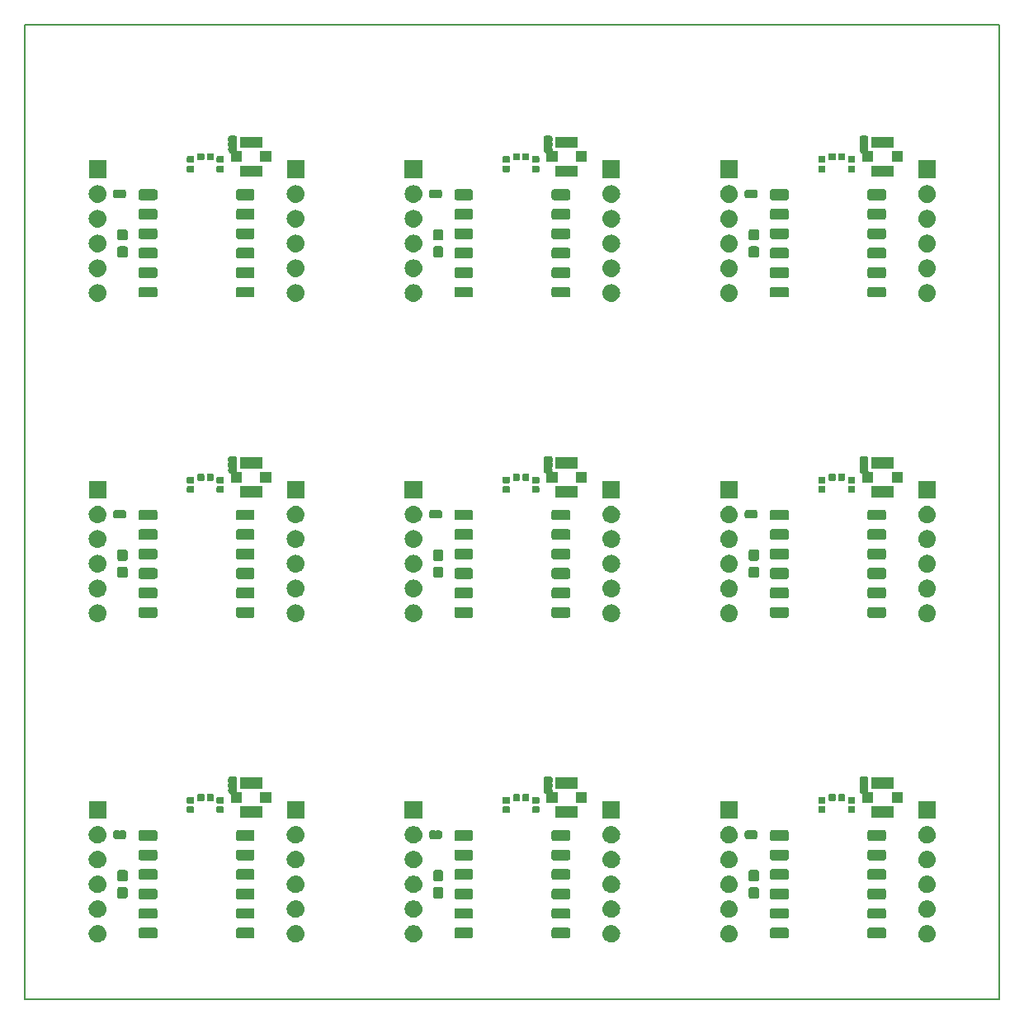
<source format=gts>
%FSTAX23Y23*%
%MOIN*%
%SFA1B1*%

%IPPOS*%
%ADD44C,0.005000*%
G36*
X01097Y00299D02*
X011Y00299D01*
X01105Y00297*
X01107Y00297*
X01112Y00294*
X01113Y00293*
X01114Y00292*
X01118Y00289*
X01121Y00285*
X01123Y00283*
X01126Y00277*
X01128Y00271*
X01129Y00264*
X01128Y00257*
X01127Y00252*
X01126Y0025*
X01125Y00248*
X01123Y00244*
X01122Y00242*
X01118Y00238*
X01114Y00235*
X01113Y00234*
X01107Y00231*
X01105Y0023*
X011Y00229*
X01097Y00228*
X01095Y00228*
X01091*
X01089Y00228*
X01086Y00229*
X01082Y0023*
X01079Y00231*
X01073Y00234*
X01072Y00235*
X01068Y00238*
X01065Y00242*
X01063Y00244*
X01061Y00248*
X0106Y0025*
X01059Y00252*
X01058Y00257*
X01057Y00264*
X01058Y00271*
X0106Y00277*
X01063Y00283*
X01065Y00285*
X01068Y00289*
X01072Y00292*
X01073Y00293*
X01074Y00294*
X01079Y00297*
X01082Y00297*
X01086Y00299*
X01089Y00299*
X01091Y00299*
X01095*
X01097Y00299*
G37*
G54D44*
X0Y0D02*
X03936D01*
Y03936*
X0*
Y0*
G36*
X00297Y00299D02*
X003Y00299D01*
X00305Y00297*
X00307Y00297*
X00312Y00294*
X00313Y00293*
X00314Y00292*
X00318Y00289*
X00321Y00285*
X00323Y00283*
X00326Y00277*
X00328Y00271*
X00329Y00264*
X00328Y00257*
X00327Y00252*
X00326Y0025*
X00325Y00248*
X00323Y00244*
X00322Y00242*
X00318Y00238*
X00314Y00235*
X00313Y00234*
X00307Y00231*
X00305Y0023*
X003Y00229*
X00297Y00228*
X00295Y00228*
X00291*
X00289Y00228*
X00286Y00229*
X00282Y0023*
X00279Y00231*
X00273Y00234*
X00272Y00235*
X00268Y00238*
X00265Y00242*
X00263Y00244*
X00261Y00248*
X0026Y0025*
X00259Y00252*
X00258Y00257*
X00257Y00264*
X00258Y00271*
X0026Y00277*
X00263Y00283*
X00265Y00285*
X00268Y00289*
X00272Y00292*
X00273Y00293*
X00274Y00294*
X00279Y00297*
X00282Y00297*
X00286Y00299*
X00289Y00299*
X00291Y00299*
X00295*
X00297Y00299*
G37*
G36*
X00921Y00288D02*
X00922Y00288D01*
X00924Y00287*
X00925Y00286*
X00926Y00285*
X00927Y00283*
X00927Y00282*
X00927Y0028*
Y00254*
X00927Y00252*
X00927Y0025*
X00926Y00249*
X00925Y00248*
X00924Y00246*
X00922Y00246*
X00921Y00245*
X00919Y00245*
X00861*
X00859Y00245*
X00858Y00246*
X00856Y00246*
X00855Y00248*
X00854Y00249*
X00853Y0025*
X00853Y00252*
X00853Y00254*
Y0028*
X00853Y00282*
X00853Y00283*
X00854Y00285*
X00855Y00286*
X00856Y00287*
X00858Y00288*
X00859Y00288*
X00861Y00288*
X00919*
X00921Y00288*
G37*
G36*
X00527D02*
X00529Y00288D01*
X0053Y00287*
X00531Y00286*
X00532Y00285*
X00533Y00283*
X00534Y00282*
X00534Y0028*
Y00254*
X00534Y00252*
X00533Y0025*
X00532Y00249*
X00531Y00248*
X0053Y00246*
X00529Y00246*
X00527Y00245*
X00525Y00245*
X00467*
X00466Y00245*
X00464Y00246*
X00463Y00246*
X00461Y00248*
X0046Y00249*
X00459Y0025*
X00459Y00252*
X00459Y00254*
Y0028*
X00459Y00282*
X00459Y00283*
X0046Y00285*
X00461Y00286*
X00463Y00287*
X00464Y00288*
X00466Y00288*
X00467Y00288*
X00525*
X00527Y00288*
G37*
G36*
X00921Y00367D02*
X00922Y00367D01*
X00924Y00366*
X00925Y00365*
X00926Y00363*
X00927Y00362*
X00927Y0036*
X00927Y00359*
Y00332*
X00927Y00331*
X00927Y00329*
X00926Y00328*
X00925Y00326*
X00924Y00325*
X00922Y00324*
X00921Y00324*
X00919Y00324*
X00861*
X00859Y00324*
X00858Y00324*
X00856Y00325*
X00855Y00326*
X00854Y00328*
X00853Y00329*
X00853Y00331*
X00853Y00332*
Y00359*
X00853Y0036*
X00853Y00362*
X00854Y00363*
X00855Y00365*
X00856Y00366*
X00858Y00367*
X00859Y00367*
X00861Y00367*
X00919*
X00921Y00367*
G37*
G36*
X00527D02*
X00529Y00367D01*
X0053Y00366*
X00531Y00365*
X00532Y00363*
X00533Y00362*
X00534Y0036*
X00534Y00359*
Y00332*
X00534Y00331*
X00533Y00329*
X00532Y00328*
X00531Y00326*
X0053Y00325*
X00529Y00324*
X00527Y00324*
X00525Y00324*
X00467*
X00466Y00324*
X00464Y00324*
X00463Y00325*
X00461Y00326*
X0046Y00328*
X00459Y00329*
X00459Y00331*
X00459Y00332*
Y00359*
X00459Y0036*
X00459Y00362*
X0046Y00363*
X00461Y00365*
X00463Y00366*
X00464Y00367*
X00466Y00367*
X00467Y00367*
X00525*
X00527Y00367*
G37*
G36*
X00297Y00399D02*
X003Y00399D01*
X00305Y00397*
X00307Y00397*
X00312Y00394*
X00313Y00393*
X00314Y00392*
X00318Y00389*
X00322Y00385*
X00323Y00383*
X00326Y00377*
X00328Y00371*
X00329Y00364*
X00328Y00357*
X00327Y00352*
X00326Y0035*
X00323Y00345*
X00323Y00344*
X00322Y00342*
X00318Y00338*
X00314Y00335*
X00313Y00334*
X00307Y00331*
X00306Y0033*
X003Y00329*
X00297Y00328*
X00295Y00328*
X00291*
X00289Y00328*
X00286Y00329*
X0028Y0033*
X00279Y00331*
X00273Y00334*
X00272Y00335*
X00268Y00338*
X00265Y00342*
X00263Y00344*
X00263Y00345*
X0026Y0035*
X00259Y00352*
X00258Y00357*
X00257Y00364*
X00258Y00371*
X0026Y00377*
X00263Y00383*
X00265Y00385*
X00268Y00389*
X00272Y00392*
X00273Y00393*
X00274Y00394*
X00279Y00397*
X00282Y00397*
X00286Y00399*
X00289Y00399*
X00291Y00399*
X00295*
X00297Y00399*
G37*
G36*
X01097D02*
X011Y00399D01*
X01105Y00397*
X01107Y00397*
X01112Y00394*
X01113Y00393*
X01114Y00392*
X01118Y00389*
X01122Y00385*
X01123Y00383*
X01126Y00377*
X01128Y00371*
X01129Y00364*
X01128Y00357*
X01127Y00352*
X01126Y0035*
X01123Y00345*
X01123Y00344*
X01122Y00342*
X01118Y00338*
X01114Y00335*
X01113Y00334*
X01107Y00331*
X01106Y0033*
X011Y00329*
X01097Y00328*
X01095Y00328*
X01091*
X01089Y00328*
X01086Y00329*
X0108Y0033*
X01079Y00331*
X01073Y00334*
X01072Y00335*
X01068Y00338*
X01065Y00342*
X01063Y00344*
X01063Y00345*
X0106Y0035*
X01059Y00352*
X01058Y00357*
X01057Y00364*
X01058Y00371*
X0106Y00377*
X01063Y00383*
X01065Y00385*
X01068Y00389*
X01072Y00392*
X01073Y00393*
X01074Y00394*
X01079Y00397*
X01082Y00397*
X01086Y00399*
X01089Y00399*
X01091Y00399*
X01095*
X01097Y00399*
G37*
G36*
X00527Y00446D02*
X00529Y00445D01*
X0053Y00444*
X00531Y00443*
X00532Y00442*
X00533Y00441*
X00534Y00439*
X00534Y00437*
Y00411*
X00534Y00409*
X00533Y00408*
X00532Y00406*
X00531Y00405*
X0053Y00404*
X00529Y00403*
X00527Y00403*
X00525Y00403*
X00467*
X00466Y00403*
X00464Y00403*
X00463Y00404*
X00461Y00405*
X0046Y00406*
X00459Y00408*
X00459Y00409*
X00459Y00411*
Y00437*
X00459Y00439*
X00459Y00441*
X0046Y00442*
X00461Y00443*
X00463Y00444*
X00464Y00445*
X00466Y00446*
X00467Y00446*
X00525*
X00527Y00446*
G37*
G36*
X00921D02*
X00922Y00445D01*
X00924Y00444*
X00925Y00443*
X00926Y00442*
X00927Y00441*
X00927Y00439*
X00927Y00437*
Y00411*
X00927Y00409*
X00927Y00408*
X00926Y00406*
X00925Y00405*
X00924Y00404*
X00922Y00403*
X00921Y00403*
X00919Y00403*
X00861*
X00859Y00403*
X00858Y00403*
X00856Y00404*
X00855Y00405*
X00854Y00406*
X00853Y00408*
X00853Y00409*
X00853Y00411*
Y00437*
X00853Y00439*
X00853Y00441*
X00854Y00442*
X00855Y00443*
X00856Y00444*
X00858Y00445*
X00859Y00446*
X00861Y00446*
X00919*
X00921Y00446*
G37*
G36*
X00407Y00452D02*
X00409Y00451D01*
X0041Y0045*
X00411Y00449*
X00412Y00448*
X00413Y00447*
X00414Y00445*
X00414Y00444*
Y00415*
X00414Y00413*
X00413Y00411*
X00412Y0041*
X00411Y00409*
X0041Y00408*
X00409Y00407*
X00407Y00407*
X00406Y00406*
X00381*
X00379Y00407*
X00377Y00407*
X00376Y00408*
X00375Y00409*
X00374Y0041*
X00373Y00411*
X00373Y00413*
X00372Y00415*
Y00444*
X00373Y00445*
X00373Y00447*
X00374Y00448*
X00375Y00449*
X00376Y0045*
X00377Y00451*
X00379Y00452*
X00381Y00452*
X00406*
X00407Y00452*
G37*
G36*
X00297Y00499D02*
X003Y00499D01*
X00305Y00497*
X00307Y00497*
X00312Y00494*
X00313Y00493*
X00314Y00492*
X00318Y00489*
X00321Y00485*
X00323Y00483*
X00326Y00477*
X00326Y00477*
X00328Y00471*
X00329Y00464*
X00328Y00457*
X00327Y00452*
X00326Y0045*
X00324Y00447*
X00323Y00444*
X00322Y00443*
X00318Y00438*
X00314Y00435*
X00313Y00434*
X00307Y00431*
X00305Y0043*
X003Y00429*
X00297Y00428*
X00295Y00428*
X00291*
X00289Y00428*
X00286Y00429*
X00282Y0043*
X00279Y00431*
X00273Y00434*
X00272Y00435*
X00268Y00438*
X00264Y00443*
X00263Y00444*
X00262Y00447*
X0026Y0045*
X00259Y00452*
X00258Y00457*
X00257Y00464*
X00258Y00471*
X0026Y00477*
X0026Y00477*
X00263Y00483*
X00265Y00485*
X00268Y00489*
X00272Y00492*
X00273Y00493*
X00274Y00494*
X00279Y00497*
X00282Y00497*
X00286Y00499*
X00289Y00499*
X00291Y00499*
X00295*
X00297Y00499*
G37*
G36*
X01097D02*
X011Y00499D01*
X01105Y00497*
X01107Y00497*
X01112Y00494*
X01113Y00493*
X01114Y00492*
X01118Y00489*
X01121Y00485*
X01123Y00483*
X01126Y00477*
X01126Y00477*
X01128Y00471*
X01129Y00464*
X01128Y00457*
X01127Y00452*
X01126Y0045*
X01124Y00447*
X01123Y00444*
X01122Y00443*
X01118Y00438*
X01114Y00435*
X01113Y00434*
X01107Y00431*
X01105Y0043*
X011Y00429*
X01097Y00428*
X01095Y00428*
X01091*
X01089Y00428*
X01086Y00429*
X01082Y0043*
X01079Y00431*
X01073Y00434*
X01072Y00435*
X01068Y00438*
X01064Y00443*
X01063Y00444*
X01062Y00447*
X0106Y0045*
X01059Y00452*
X01058Y00457*
X01057Y00464*
X01058Y00471*
X0106Y00477*
X0106Y00477*
X01063Y00483*
X01065Y00485*
X01068Y00489*
X01072Y00492*
X01073Y00493*
X01074Y00494*
X01079Y00497*
X01082Y00497*
X01086Y00499*
X01089Y00499*
X01091Y00499*
X01095*
X01097Y00499*
G37*
G36*
X00407Y00521D02*
X00409Y0052D01*
X0041Y00519*
X00411Y00518*
X00412Y00517*
X00413Y00516*
X00414Y00514*
X00414Y00513*
Y00484*
X00414Y00482*
X00413Y0048*
X00412Y00479*
X00411Y00478*
X0041Y00477*
X00409Y00476*
X00407Y00476*
X00406Y00475*
X00381*
X00379Y00476*
X00377Y00476*
X00376Y00477*
X00375Y00478*
X00374Y00479*
X00373Y0048*
X00373Y00482*
X00372Y00484*
Y00513*
X00373Y00514*
X00373Y00516*
X00374Y00517*
X00375Y00518*
X00376Y00519*
X00377Y0052*
X00379Y00521*
X00381Y00521*
X00406*
X00407Y00521*
G37*
G36*
X00527Y00524D02*
X00529Y00524D01*
X0053Y00523*
X00531Y00522*
X00532Y00521*
X00533Y00519*
X00534Y00518*
X00534Y00516*
Y0049*
X00534Y00488*
X00533Y00486*
X00532Y00485*
X00531Y00484*
X0053Y00483*
X00529Y00482*
X00527Y00481*
X00525Y00481*
X00467*
X00466Y00481*
X00464Y00482*
X00463Y00483*
X00461Y00484*
X0046Y00485*
X00459Y00486*
X00459Y00488*
X00459Y0049*
Y00516*
X00459Y00518*
X00459Y00519*
X0046Y00521*
X00461Y00522*
X00463Y00523*
X00464Y00524*
X00466Y00524*
X00467Y00525*
X00525*
X00527Y00524*
G37*
G36*
X00921D02*
X00922Y00524D01*
X00924Y00523*
X00925Y00522*
X00926Y00521*
X00927Y00519*
X00927Y00518*
X00927Y00516*
Y0049*
X00927Y00488*
X00927Y00486*
X00926Y00485*
X00925Y00484*
X00924Y00483*
X00922Y00482*
X00921Y00481*
X00919Y00481*
X00861*
X00859Y00481*
X00858Y00482*
X00856Y00483*
X00855Y00484*
X00854Y00485*
X00853Y00486*
X00853Y00488*
X00853Y0049*
Y00516*
X00853Y00518*
X00853Y00519*
X00854Y00521*
X00855Y00522*
X00856Y00523*
X00858Y00524*
X00859Y00524*
X00861Y00525*
X00919*
X00921Y00524*
G37*
G36*
X01097Y00599D02*
X011Y00599D01*
X01105Y00597*
X01107Y00597*
X0111Y00595*
X01113Y00593*
X01114Y00593*
X01118Y00589*
X01122Y00585*
X01123Y00583*
X01126Y00577*
X01128Y00571*
X01129Y00564*
X01128Y00557*
X01127Y00552*
X01126Y0055*
X01123Y00545*
X01123Y00544*
X01122Y00542*
X01118Y00538*
X01114Y00535*
X01113Y00534*
X01107Y00531*
X01105Y0053*
X011Y00529*
X01097Y00528*
X01095Y00528*
X01091*
X01089Y00528*
X01086Y00529*
X01082Y0053*
X01079Y00531*
X01073Y00534*
X01072Y00535*
X01068Y00538*
X01065Y00542*
X01063Y00544*
X01063Y00545*
X0106Y0055*
X01059Y00552*
X01058Y00557*
X01057Y00564*
X01058Y00571*
X0106Y00577*
X01063Y00583*
X01065Y00585*
X01068Y00589*
X01072Y00593*
X01073Y00593*
X01076Y00595*
X01079Y00597*
X01082Y00597*
X01086Y00599*
X01089Y00599*
X01091Y00599*
X01095*
X01097Y00599*
G37*
G36*
X00297D02*
X003Y00599D01*
X00305Y00597*
X00307Y00597*
X0031Y00595*
X00313Y00593*
X00314Y00593*
X00318Y00589*
X00322Y00585*
X00323Y00583*
X00326Y00577*
X00328Y00571*
X00329Y00564*
X00328Y00557*
X00327Y00552*
X00326Y0055*
X00323Y00545*
X00323Y00544*
X00322Y00542*
X00318Y00538*
X00314Y00535*
X00313Y00534*
X00307Y00531*
X00305Y0053*
X003Y00529*
X00297Y00528*
X00295Y00528*
X00291*
X00289Y00528*
X00286Y00529*
X00282Y0053*
X00279Y00531*
X00273Y00534*
X00272Y00535*
X00268Y00538*
X00265Y00542*
X00263Y00544*
X00263Y00545*
X0026Y0055*
X00259Y00552*
X00258Y00557*
X00257Y00564*
X00258Y00571*
X0026Y00577*
X00263Y00583*
X00265Y00585*
X00268Y00589*
X00272Y00593*
X00273Y00593*
X00276Y00595*
X00279Y00597*
X00282Y00597*
X00286Y00599*
X00289Y00599*
X00291Y00599*
X00295*
X00297Y00599*
G37*
G36*
X00921Y00603D02*
X00922Y00603D01*
X00924Y00602*
X00925Y00601*
X00926Y006*
X00927Y00598*
X00927Y00597*
X00927Y00595*
Y00569*
X00927Y00567*
X00927Y00565*
X00926Y00564*
X00925Y00562*
X00924Y00561*
X00922Y00561*
X00921Y0056*
X00919Y0056*
X00861*
X00859Y0056*
X00858Y00561*
X00856Y00561*
X00855Y00562*
X00854Y00564*
X00853Y00565*
X00853Y00567*
X00853Y00569*
Y00595*
X00853Y00597*
X00853Y00598*
X00854Y006*
X00855Y00601*
X00856Y00602*
X00858Y00603*
X00859Y00603*
X00861Y00603*
X00919*
X00921Y00603*
G37*
G36*
X00527D02*
X00529Y00603D01*
X0053Y00602*
X00531Y00601*
X00532Y006*
X00533Y00598*
X00534Y00597*
X00534Y00595*
Y00569*
X00534Y00567*
X00533Y00565*
X00532Y00564*
X00531Y00562*
X0053Y00561*
X00529Y00561*
X00527Y0056*
X00525Y0056*
X00467*
X00466Y0056*
X00464Y00561*
X00463Y00561*
X00461Y00562*
X0046Y00564*
X00459Y00565*
X00459Y00567*
X00459Y00569*
Y00595*
X00459Y00597*
X00459Y00598*
X0046Y006*
X00461Y00601*
X00463Y00602*
X00464Y00603*
X00466Y00603*
X00467Y00603*
X00525*
X00527Y00603*
G37*
G36*
X00297Y00699D02*
X003Y00699D01*
X00305Y00697*
X00307Y00697*
X00312Y00694*
X00313Y00693*
X00314Y00692*
X00318Y00689*
X00322Y00685*
X00323Y00683*
X00326Y00677*
X00327Y00675*
X00328Y00671*
X00329Y00664*
X00328Y00657*
X00327Y00653*
X00326Y0065*
X00324Y00645*
X00323Y00644*
X00322Y00642*
X00318Y00638*
X00314Y00635*
X00313Y00634*
X00307Y00631*
X00305Y0063*
X003Y00629*
X00297Y00628*
X00295Y00628*
X00291*
X00289Y00628*
X00286Y00629*
X00282Y0063*
X00279Y00631*
X00273Y00634*
X00272Y00635*
X00268Y00638*
X00265Y00642*
X00263Y00644*
X00263Y00645*
X0026Y0065*
X00259Y00653*
X00258Y00657*
X00257Y00664*
X00258Y00671*
X0026Y00675*
X0026Y00677*
X00263Y00683*
X00265Y00685*
X00268Y00689*
X00272Y00692*
X00273Y00693*
X00274Y00694*
X00279Y00697*
X00282Y00697*
X00286Y00699*
X00289Y00699*
X00291Y00699*
X00295*
X00297Y00699*
G37*
G36*
X01097D02*
X011Y00699D01*
X01105Y00697*
X01107Y00697*
X01112Y00694*
X01113Y00693*
X01114Y00692*
X01118Y00689*
X01122Y00685*
X01123Y00683*
X01126Y00677*
X01127Y00675*
X01128Y00671*
X01129Y00664*
X01128Y00657*
X01127Y00653*
X01126Y0065*
X01124Y00645*
X01123Y00644*
X01122Y00642*
X01118Y00638*
X01114Y00635*
X01113Y00634*
X01107Y00631*
X01105Y0063*
X011Y00629*
X01097Y00628*
X01095Y00628*
X01091*
X01089Y00628*
X01086Y00629*
X01082Y0063*
X01079Y00631*
X01073Y00634*
X01072Y00635*
X01068Y00638*
X01065Y00642*
X01063Y00644*
X01063Y00645*
X0106Y0065*
X01059Y00653*
X01058Y00657*
X01057Y00664*
X01058Y00671*
X0106Y00675*
X0106Y00677*
X01063Y00683*
X01065Y00685*
X01068Y00689*
X01072Y00692*
X01073Y00693*
X01074Y00694*
X01079Y00697*
X01082Y00697*
X01086Y00699*
X01089Y00699*
X01091Y00699*
X01095*
X01097Y00699*
G37*
G36*
X00921Y00682D02*
X00922Y00681D01*
X00924Y00681*
X00925Y0068*
X00926Y00678*
X00927Y00677*
X00927Y00675*
X00927Y00674*
Y00647*
X00927Y00646*
X00927Y00644*
X00926Y00642*
X00925Y00641*
X00924Y0064*
X00922Y00639*
X00921Y00639*
X00919Y00639*
X00861*
X00859Y00639*
X00858Y00639*
X00856Y0064*
X00855Y00641*
X00854Y00642*
X00853Y00644*
X00853Y00646*
X00853Y00647*
Y00674*
X00853Y00675*
X00853Y00677*
X00854Y00678*
X00855Y0068*
X00856Y00681*
X00858Y00681*
X00859Y00682*
X00861Y00682*
X00919*
X00921Y00682*
G37*
G36*
X00527D02*
X00529Y00681D01*
X0053Y00681*
X00531Y0068*
X00532Y00678*
X00533Y00677*
X00534Y00675*
X00534Y00674*
Y00647*
X00534Y00646*
X00533Y00644*
X00532Y00642*
X00531Y00641*
X0053Y0064*
X00529Y00639*
X00527Y00639*
X00525Y00639*
X00467*
X00466Y00639*
X00464Y00639*
X00463Y0064*
X00461Y00641*
X0046Y00642*
X00459Y00644*
X00459Y00646*
X00459Y00647*
Y00674*
X00459Y00675*
X00459Y00677*
X0046Y00678*
X00461Y0068*
X00463Y00681*
X00464Y00681*
X00466Y00682*
X00467Y00682*
X00525*
X00527Y00682*
G37*
G36*
X00379Y00681D02*
X00379Y00681D01*
X0038Y00681*
X0038Y00681*
X00381Y0068*
X00382Y0068*
X00383*
X00384Y0068*
X00385Y00681*
X00385Y00681*
X00386Y00681*
X00386Y00681*
X00387Y00681*
X00398*
X00398Y00681*
X00398Y00681*
X00399*
X004Y00681*
X00401Y00681*
X00401Y00681*
X00402Y0068*
X00403Y0068*
X00404Y00679*
X00404Y00679*
X00404Y00679*
X00405Y00679*
X00405Y00678*
X00406Y00677*
X00407Y00677*
X00407Y00676*
X00407Y00675*
X00408Y00674*
X00408Y00673*
X00408Y00672*
Y00672*
X00408Y00671*
X00408Y00671*
Y00656*
X00408Y00656*
X00408Y00655*
Y00655*
X00408Y00654*
X00408Y00653*
X00407Y00652*
X00407Y00651*
X00407Y00651*
X00406Y0065*
X00406Y0065*
X00406Y00649*
X00405Y00649*
X00405Y00648*
X00405Y00648*
X00404Y00648*
X00404Y00648*
X00403Y00647*
X00402Y00647*
X00401Y00646*
X00401Y00646*
X004Y00646*
X00399Y00646*
X00398*
X00398Y00646*
X00398Y00646*
X00387*
X00386Y00646*
X00386Y00646*
X00385Y00646*
X00385Y00647*
X00384Y00647*
X00383Y00647*
X00382*
X00381Y00647*
X0038Y00647*
X0038Y00646*
X00379Y00646*
X00379Y00646*
X00378Y00646*
X00367*
X00367Y00646*
X00366Y00646*
X00366*
X00365Y00646*
X00364Y00646*
X00363Y00646*
X00362Y00647*
X00362Y00647*
X00361Y00648*
X0036Y00648*
X0036Y00648*
X0036Y00648*
X00359Y00649*
X00359Y0065*
X00358Y00651*
X00358Y00652*
X00357Y00653*
X00357Y00653*
X00357Y00654*
X00357Y00655*
Y00655*
X00357Y00656*
X00357Y00656*
Y00671*
X00357Y00671*
X00357Y00672*
Y00672*
X00357Y00673*
X00357Y00674*
X00357Y00675*
X00358Y00676*
X00358Y00677*
X00359Y00678*
X00359Y00678*
X0036Y00679*
X0036Y00679*
X0036Y00679*
X00361Y00679*
X00362Y0068*
X00362Y0068*
X00363Y00681*
X00364Y00681*
X00365Y00681*
X00366Y00681*
X00366*
X00367Y00681*
X00367Y00681*
X00378*
X00379Y00681*
G37*
G36*
X00329Y00728D02*
X00258D01*
Y00799*
X00329*
Y00728*
G37*
G36*
X01129D02*
X01058D01*
Y00799*
X01129*
Y00728*
G37*
G36*
X00958Y00733D02*
X00868D01*
Y00778*
X00958*
Y00733*
G37*
G36*
X00799Y00778D02*
X008Y00778D01*
X00801Y00777*
X00801Y00777*
X00802Y00776*
X00802Y00775*
X00803Y00775*
X00803Y00774*
Y00755*
X00803Y00754*
X00802Y00754*
X00802Y00753*
X00801Y00752*
X00801Y00752*
X008Y00751*
X00799Y00751*
X00798Y00751*
X00778*
X00777Y00751*
X00776Y00751*
X00775Y00752*
X00775Y00752*
X00774Y00753*
X00774Y00754*
X00774Y00754*
X00773Y00755*
Y00774*
X00774Y00775*
X00774Y00775*
X00774Y00776*
X00775Y00777*
X00775Y00777*
X00776Y00778*
X00777Y00778*
X00778Y00778*
X00798*
X00799Y00778*
G37*
G36*
X00679D02*
X0068Y00778D01*
X00681Y00777*
X00681Y00777*
X00682Y00776*
X00682Y00775*
X00683Y00775*
X00683Y00774*
Y00755*
X00683Y00754*
X00682Y00754*
X00682Y00753*
X00681Y00752*
X00681Y00752*
X0068Y00751*
X00679Y00751*
X00678Y00751*
X00658*
X00657Y00751*
X00656Y00751*
X00655Y00752*
X00655Y00752*
X00654Y00753*
X00654Y00754*
X00654Y00754*
X00653Y00755*
Y00774*
X00654Y00775*
X00654Y00775*
X00654Y00776*
X00655Y00777*
X00655Y00777*
X00656Y00778*
X00657Y00778*
X00658Y00778*
X00678*
X00679Y00778*
G37*
G36*
X00799Y00816D02*
X008Y00816D01*
X00801Y00816*
X00801Y00815*
X00802Y00814*
X00802Y00814*
X00803Y00813*
X00803Y00812*
Y00794*
X00803Y00793*
X00802Y00792*
X00802Y00791*
X00801Y0079*
X00801Y0079*
X008Y00789*
X00799Y00789*
X00798Y00789*
X00778*
X00777Y00789*
X00776Y00789*
X00775Y0079*
X00775Y0079*
X00774Y00791*
X00774Y00792*
X00774Y00793*
X00773Y00794*
Y00812*
X00774Y00813*
X00774Y00814*
X00774Y00814*
X00775Y00815*
X00775Y00816*
X00776Y00816*
X00777Y00816*
X00778Y00816*
X00798*
X00799Y00816*
G37*
G36*
X00679D02*
X0068Y00816D01*
X00681Y00816*
X00681Y00815*
X00682Y00814*
X00682Y00814*
X00683Y00813*
X00683Y00812*
Y00794*
X00683Y00793*
X00682Y00792*
X00682Y00791*
X00681Y0079*
X00681Y0079*
X0068Y00789*
X00679Y00789*
X00678Y00789*
X00658*
X00657Y00789*
X00656Y00789*
X00655Y0079*
X00655Y0079*
X00654Y00791*
X00654Y00792*
X00654Y00793*
X00653Y00794*
Y00812*
X00654Y00813*
X00654Y00814*
X00654Y00814*
X00655Y00815*
X00655Y00816*
X00656Y00816*
X00657Y00816*
X00658Y00816*
X00678*
X00679Y00816*
G37*
G36*
X00994Y00792D02*
X0095D01*
Y00835*
X00994*
Y00792*
G37*
G36*
X00846Y00899D02*
X00846Y00899D01*
X00847*
X00847Y00899*
X00849Y00899*
X00849Y00899*
X0085Y00898*
X00851Y00898*
X00852Y00897*
X00852Y00897*
X00852Y00897*
X00853Y00897*
X00853Y00896*
X00854Y00895*
X00855Y00894*
X00855Y00894*
X00855Y00893*
X00856Y00892*
X00856Y00891*
X00856Y0089*
Y0089*
X00856Y00889*
X00856Y00889*
Y00878*
X00856Y00877*
X00856Y00877*
X00855Y00876*
X00855Y00876*
X00855Y00875*
X00855Y00874*
Y00873*
X00855Y00872*
X00855Y00871*
X00855Y00871*
X00856Y0087*
X00856Y0087*
X00856Y00869*
Y00858*
X00856Y00858*
X00856Y00857*
Y00857*
X00856Y00856*
X00856Y00855*
X00855Y00855*
X00855Y00853*
X00855Y00852*
X00854Y00852*
X00855Y00851*
X00855Y0085*
X00855Y00849*
X00856Y00845*
Y00842*
X00856Y00841*
X00856Y0084*
X00856Y00839*
X00856Y00838*
X00856Y00837*
X00857Y00837*
X00858Y00836*
X00859Y00836*
X0086Y00835*
X00861Y00835*
X00876*
Y00792*
X00832*
Y00823*
X00832Y00824*
X00832Y00825*
X00832Y00826*
X00831Y00827*
X0083Y00828*
X0083Y00828*
X0083Y00828*
X00827Y0083*
X00824Y00832*
X00822Y00835*
X00822Y00835*
X00821Y00838*
X0082Y00842*
Y00845*
X00821Y00849*
X00821Y0085*
X00822Y00851*
X00822Y00852*
X00822Y00852*
X00821Y00853*
X00821Y00855*
X00821Y00855*
X0082Y00856*
X0082Y00857*
Y00857*
X0082Y00858*
X0082Y00858*
Y00869*
X0082Y0087*
X0082Y0087*
X00821Y00871*
X00821Y00871*
X00821Y00872*
X00822Y00873*
Y00874*
X00821Y00875*
X00821Y00876*
X00821Y00876*
X00821Y00877*
X0082Y00877*
X0082Y00878*
Y00889*
X0082Y00889*
X0082Y0089*
Y0089*
X00821Y00891*
X00821Y00892*
X00821Y00893*
X00821Y00894*
X00822Y00894*
X00822Y00895*
X00823Y00896*
X00824Y00897*
X00824Y00897*
X00824Y00897*
X00824Y00897*
X00825Y00898*
X00826Y00898*
X00827Y00899*
X00828Y00899*
X00829Y00899*
X0083Y00899*
X0083*
X0083Y00899*
X00831Y00899*
X00846*
X00846Y00899*
G37*
G36*
X0072Y00828D02*
X00721Y00828D01*
X00722Y00827*
X00722Y00827*
X00723Y00826*
X00723Y00826*
X00723Y00825*
X00724Y00824*
Y00804*
X00723Y00803*
X00723Y00802*
X00723Y00801*
X00722Y008*
X00722Y008*
X00721Y00799*
X0072Y00799*
X00719Y00799*
X00701*
X007Y00799*
X00699Y00799*
X00698Y008*
X00698Y008*
X00697Y00801*
X00697Y00802*
X00696Y00803*
X00696Y00804*
Y00824*
X00696Y00825*
X00697Y00826*
X00697Y00826*
X00698Y00827*
X00698Y00827*
X00699Y00828*
X007Y00828*
X00701Y00828*
X00719*
X0072Y00828*
G37*
G36*
X00758D02*
X00759Y00828D01*
X0076Y00827*
X0076Y00827*
X00761Y00826*
X00761Y00826*
X00762Y00825*
X00762Y00824*
Y00804*
X00762Y00803*
X00761Y00802*
X00761Y00801*
X0076Y008*
X0076Y008*
X00759Y00799*
X00758Y00799*
X00757Y00799*
X00739*
X00738Y00799*
X00737Y00799*
X00736Y008*
X00736Y008*
X00735Y00801*
X00735Y00802*
X00735Y00803*
X00734Y00804*
Y00824*
X00735Y00825*
X00735Y00826*
X00735Y00826*
X00736Y00827*
X00736Y00827*
X00737Y00828*
X00738Y00828*
X00739Y00828*
X00757*
X00758Y00828*
G37*
G36*
X00958Y00849D02*
X00868D01*
Y00894*
X00958*
Y00849*
G37*
G36*
X02372Y00299D02*
X02375Y00299D01*
X02379Y00297*
X02382Y00297*
X02387Y00294*
X02388Y00293*
X02389Y00292*
X02393Y00289*
X02396Y00285*
X02398Y00283*
X02401Y00277*
X02403Y00271*
X02404Y00264*
X02403Y00257*
X02402Y00252*
X02401Y0025*
X024Y00248*
X02398Y00244*
X02396Y00242*
X02393Y00238*
X02389Y00235*
X02388Y00234*
X02382Y00231*
X02379Y0023*
X02375Y00229*
X02372Y00228*
X0237Y00228*
X02366*
X02364Y00228*
X02361Y00229*
X02357Y0023*
X02354Y00231*
X02348Y00234*
X02347Y00235*
X02343Y00238*
X02339Y00242*
X02338Y00244*
X02336Y00248*
X02335Y0025*
X02334Y00252*
X02333Y00257*
X02332Y00264*
X02333Y00271*
X02335Y00277*
X02338Y00283*
X0234Y00285*
X02343Y00289*
X02347Y00292*
X02348Y00293*
X02349Y00294*
X02354Y00297*
X02357Y00297*
X02361Y00299*
X02364Y00299*
X02366Y00299*
X0237*
X02372Y00299*
G37*
G36*
X01573D02*
X01576Y00299D01*
X0158Y00297*
X01583Y00297*
X01588Y00294*
X01589Y00293*
X0159Y00292*
X01594Y00289*
X01597Y00285*
X01599Y00283*
X01602Y00277*
X01604Y00271*
X01605Y00264*
X01604Y00257*
X01603Y00252*
X01602Y0025*
X01601Y00248*
X01599Y00244*
X01597Y00242*
X01594Y00238*
X0159Y00235*
X01589Y00234*
X01583Y00231*
X0158Y0023*
X01576Y00229*
X01573Y00228*
X01571Y00228*
X01567*
X01565Y00228*
X01562Y00229*
X01558Y0023*
X01555Y00231*
X01549Y00234*
X01548Y00235*
X01544Y00238*
X0154Y00242*
X01539Y00244*
X01537Y00248*
X01536Y0025*
X01535Y00252*
X01534Y00257*
X01533Y00264*
X01534Y00271*
X01536Y00277*
X01539Y00283*
X01541Y00285*
X01544Y00289*
X01548Y00292*
X01549Y00293*
X0155Y00294*
X01555Y00297*
X01558Y00297*
X01562Y00299*
X01565Y00299*
X01567Y00299*
X01571*
X01573Y00299*
G37*
G36*
X02195Y00288D02*
X02197Y00288D01*
X02199Y00287*
X022Y00286*
X02201Y00285*
X02202Y00283*
X02202Y00282*
X02202Y0028*
Y00254*
X02202Y00252*
X02202Y0025*
X02201Y00249*
X022Y00248*
X02199Y00246*
X02197Y00246*
X02195Y00245*
X02194Y00245*
X02136*
X02134Y00245*
X02133Y00246*
X02131Y00246*
X0213Y00248*
X02129Y00249*
X02128Y0025*
X02128Y00252*
X02127Y00254*
Y0028*
X02128Y00282*
X02128Y00283*
X02129Y00285*
X0213Y00286*
X02131Y00287*
X02133Y00288*
X02134Y00288*
X02136Y00288*
X02194*
X02195Y00288*
G37*
G36*
X01803D02*
X01804Y00288D01*
X01806Y00287*
X01807Y00286*
X01808Y00285*
X01809Y00283*
X01809Y00282*
X0181Y0028*
Y00254*
X01809Y00252*
X01809Y0025*
X01808Y00249*
X01807Y00248*
X01806Y00246*
X01804Y00246*
X01803Y00245*
X01801Y00245*
X01743*
X01741Y00245*
X0174Y00246*
X01738Y00246*
X01737Y00248*
X01736Y00249*
X01735Y0025*
X01735Y00252*
X01735Y00254*
Y0028*
X01735Y00282*
X01735Y00283*
X01736Y00285*
X01737Y00286*
X01738Y00287*
X0174Y00288*
X01741Y00288*
X01743Y00288*
X01801*
X01803Y00288*
G37*
G36*
X02195Y00367D02*
X02197Y00367D01*
X02199Y00366*
X022Y00365*
X02201Y00363*
X02202Y00362*
X02202Y0036*
X02202Y00359*
Y00332*
X02202Y00331*
X02202Y00329*
X02201Y00328*
X022Y00326*
X02199Y00325*
X02197Y00324*
X02195Y00324*
X02194Y00324*
X02136*
X02134Y00324*
X02133Y00324*
X02131Y00325*
X0213Y00326*
X02129Y00328*
X02128Y00329*
X02128Y00331*
X02127Y00332*
Y00359*
X02128Y0036*
X02128Y00362*
X02129Y00363*
X0213Y00365*
X02131Y00366*
X02133Y00367*
X02134Y00367*
X02136Y00367*
X02194*
X02195Y00367*
G37*
G36*
X01803D02*
X01804Y00367D01*
X01806Y00366*
X01807Y00365*
X01808Y00363*
X01809Y00362*
X01809Y0036*
X0181Y00359*
Y00332*
X01809Y00331*
X01809Y00329*
X01808Y00328*
X01807Y00326*
X01806Y00325*
X01804Y00324*
X01803Y00324*
X01801Y00324*
X01743*
X01741Y00324*
X0174Y00324*
X01738Y00325*
X01737Y00326*
X01736Y00328*
X01735Y00329*
X01735Y00331*
X01735Y00332*
Y00359*
X01735Y0036*
X01735Y00362*
X01736Y00363*
X01737Y00365*
X01738Y00366*
X0174Y00367*
X01741Y00367*
X01743Y00367*
X01801*
X01803Y00367*
G37*
G36*
X01573Y00399D02*
X01576Y00399D01*
X0158Y00397*
X01583Y00397*
X01588Y00394*
X01589Y00393*
X0159Y00392*
X01594Y00389*
X01597Y00385*
X01599Y00383*
X01602Y00377*
X01604Y00371*
X01605Y00364*
X01604Y00357*
X01603Y00352*
X01602Y0035*
X01599Y00345*
X01599Y00344*
X01597Y00342*
X01594Y00338*
X0159Y00335*
X01589Y00334*
X01583Y00331*
X01582Y0033*
X01576Y00329*
X01573Y00328*
X01571Y00328*
X01567*
X01565Y00328*
X01562Y00329*
X01556Y0033*
X01555Y00331*
X01549Y00334*
X01548Y00335*
X01544Y00338*
X0154Y00342*
X01539Y00344*
X01539Y00345*
X01536Y0035*
X01535Y00352*
X01534Y00357*
X01533Y00364*
X01534Y00371*
X01536Y00377*
X01539Y00383*
X0154Y00385*
X01544Y00389*
X01548Y00392*
X01549Y00393*
X0155Y00394*
X01555Y00397*
X01558Y00397*
X01562Y00399*
X01565Y00399*
X01567Y00399*
X01571*
X01573Y00399*
G37*
G36*
X02372D02*
X02375Y00399D01*
X02379Y00397*
X02382Y00397*
X02387Y00394*
X02388Y00393*
X02389Y00392*
X02393Y00389*
X02396Y00385*
X02398Y00383*
X02401Y00377*
X02403Y00371*
X02404Y00364*
X02403Y00357*
X02402Y00352*
X02401Y0035*
X02398Y00345*
X02398Y00344*
X02396Y00342*
X02393Y00338*
X02389Y00335*
X02388Y00334*
X02382Y00331*
X02381Y0033*
X02375Y00329*
X02372Y00328*
X0237Y00328*
X02366*
X02364Y00328*
X02361Y00329*
X02355Y0033*
X02354Y00331*
X02348Y00334*
X02347Y00335*
X02343Y00338*
X02339Y00342*
X02338Y00344*
X02338Y00345*
X02335Y0035*
X02334Y00352*
X02333Y00357*
X02332Y00364*
X02333Y00371*
X02335Y00377*
X02338Y00383*
X02339Y00385*
X02343Y00389*
X02347Y00392*
X02348Y00393*
X02349Y00394*
X02354Y00397*
X02357Y00397*
X02361Y00399*
X02364Y00399*
X02366Y00399*
X0237*
X02372Y00399*
G37*
G36*
X01803Y00446D02*
X01804Y00445D01*
X01806Y00444*
X01807Y00443*
X01808Y00442*
X01809Y00441*
X01809Y00439*
X0181Y00437*
Y00411*
X01809Y00409*
X01809Y00408*
X01808Y00406*
X01807Y00405*
X01806Y00404*
X01804Y00403*
X01803Y00403*
X01801Y00403*
X01743*
X01741Y00403*
X0174Y00403*
X01738Y00404*
X01737Y00405*
X01736Y00406*
X01735Y00408*
X01735Y00409*
X01735Y00411*
Y00437*
X01735Y00439*
X01735Y00441*
X01736Y00442*
X01737Y00443*
X01738Y00444*
X0174Y00445*
X01741Y00446*
X01743Y00446*
X01801*
X01803Y00446*
G37*
G36*
X02195D02*
X02197Y00445D01*
X02199Y00444*
X022Y00443*
X02201Y00442*
X02202Y00441*
X02202Y00439*
X02202Y00437*
Y00411*
X02202Y00409*
X02202Y00408*
X02201Y00406*
X022Y00405*
X02199Y00404*
X02197Y00403*
X02195Y00403*
X02194Y00403*
X02136*
X02134Y00403*
X02133Y00403*
X02131Y00404*
X0213Y00405*
X02129Y00406*
X02128Y00408*
X02128Y00409*
X02127Y00411*
Y00437*
X02128Y00439*
X02128Y00441*
X02129Y00442*
X0213Y00443*
X02131Y00444*
X02133Y00445*
X02134Y00446*
X02136Y00446*
X02194*
X02195Y00446*
G37*
G36*
X01683Y00452D02*
X01685Y00451D01*
X01686Y0045*
X01687Y00449*
X01688Y00448*
X01689Y00447*
X01689Y00445*
X0169Y00444*
Y00415*
X01689Y00413*
X01689Y00411*
X01688Y0041*
X01687Y00409*
X01686Y00408*
X01685Y00407*
X01683Y00407*
X01682Y00406*
X01656*
X01655Y00407*
X01653Y00407*
X01652Y00408*
X01651Y00409*
X0165Y0041*
X01649Y00411*
X01648Y00413*
X01648Y00415*
Y00444*
X01648Y00445*
X01649Y00447*
X0165Y00448*
X01651Y00449*
X01652Y0045*
X01653Y00451*
X01655Y00452*
X01656Y00452*
X01682*
X01683Y00452*
G37*
G36*
X01573Y00499D02*
X01576Y00499D01*
X0158Y00497*
X01583Y00497*
X01588Y00494*
X01589Y00493*
X0159Y00492*
X01594Y00489*
X01597Y00485*
X01599Y00483*
X01602Y00477*
X01602Y00477*
X01604Y00471*
X01605Y00464*
X01604Y00457*
X01603Y00452*
X01602Y0045*
X016Y00447*
X01599Y00444*
X01598Y00443*
X01594Y00438*
X0159Y00435*
X01589Y00434*
X01583Y00431*
X0158Y0043*
X01576Y00429*
X01573Y00428*
X01571Y00428*
X01567*
X01565Y00428*
X01562Y00429*
X01558Y0043*
X01555Y00431*
X01549Y00434*
X01548Y00435*
X01544Y00438*
X0154Y00443*
X01539Y00444*
X01538Y00447*
X01536Y0045*
X01535Y00452*
X01534Y00457*
X01533Y00464*
X01534Y00471*
X01536Y00477*
X01536Y00477*
X01539Y00483*
X01541Y00485*
X01544Y00489*
X01548Y00492*
X01549Y00493*
X0155Y00494*
X01555Y00497*
X01558Y00497*
X01562Y00499*
X01565Y00499*
X01567Y00499*
X01571*
X01573Y00499*
G37*
G36*
X02372D02*
X02375Y00499D01*
X02379Y00497*
X02382Y00497*
X02387Y00494*
X02388Y00493*
X02389Y00492*
X02393Y00489*
X02396Y00485*
X02398Y00483*
X02401Y00477*
X02401Y00477*
X02403Y00471*
X02404Y00464*
X02403Y00457*
X02402Y00452*
X02401Y0045*
X02399Y00447*
X02398Y00444*
X02397Y00443*
X02393Y00438*
X02389Y00435*
X02388Y00434*
X02382Y00431*
X02379Y0043*
X02375Y00429*
X02372Y00428*
X0237Y00428*
X02366*
X02364Y00428*
X02361Y00429*
X02357Y0043*
X02354Y00431*
X02348Y00434*
X02347Y00435*
X02343Y00438*
X02339Y00443*
X02338Y00444*
X02337Y00447*
X02335Y0045*
X02334Y00452*
X02333Y00457*
X02332Y00464*
X02333Y00471*
X02335Y00477*
X02335Y00477*
X02338Y00483*
X0234Y00485*
X02343Y00489*
X02347Y00492*
X02348Y00493*
X02349Y00494*
X02354Y00497*
X02357Y00497*
X02361Y00499*
X02364Y00499*
X02366Y00499*
X0237*
X02372Y00499*
G37*
G36*
X01683Y00521D02*
X01685Y0052D01*
X01686Y00519*
X01687Y00518*
X01688Y00517*
X01689Y00516*
X01689Y00514*
X0169Y00513*
Y00484*
X01689Y00482*
X01689Y0048*
X01688Y00479*
X01687Y00478*
X01686Y00477*
X01685Y00476*
X01683Y00476*
X01682Y00475*
X01656*
X01655Y00476*
X01653Y00476*
X01652Y00477*
X01651Y00478*
X0165Y00479*
X01649Y0048*
X01648Y00482*
X01648Y00484*
Y00513*
X01648Y00514*
X01649Y00516*
X0165Y00517*
X01651Y00518*
X01652Y00519*
X01653Y0052*
X01655Y00521*
X01656Y00521*
X01682*
X01683Y00521*
G37*
G36*
X01803Y00524D02*
X01804Y00524D01*
X01806Y00523*
X01807Y00522*
X01808Y00521*
X01809Y00519*
X01809Y00518*
X0181Y00516*
Y0049*
X01809Y00488*
X01809Y00486*
X01808Y00485*
X01807Y00484*
X01806Y00483*
X01804Y00482*
X01803Y00481*
X01801Y00481*
X01743*
X01741Y00481*
X0174Y00482*
X01738Y00483*
X01737Y00484*
X01736Y00485*
X01735Y00486*
X01735Y00488*
X01735Y0049*
Y00516*
X01735Y00518*
X01735Y00519*
X01736Y00521*
X01737Y00522*
X01738Y00523*
X0174Y00524*
X01741Y00524*
X01743Y00525*
X01801*
X01803Y00524*
G37*
G36*
X02195D02*
X02197Y00524D01*
X02199Y00523*
X022Y00522*
X02201Y00521*
X02202Y00519*
X02202Y00518*
X02202Y00516*
Y0049*
X02202Y00488*
X02202Y00486*
X02201Y00485*
X022Y00484*
X02199Y00483*
X02197Y00482*
X02195Y00481*
X02194Y00481*
X02136*
X02134Y00481*
X02133Y00482*
X02131Y00483*
X0213Y00484*
X02129Y00485*
X02128Y00486*
X02128Y00488*
X02127Y0049*
Y00516*
X02128Y00518*
X02128Y00519*
X02129Y00521*
X0213Y00522*
X02131Y00523*
X02133Y00524*
X02134Y00524*
X02136Y00525*
X02194*
X02195Y00524*
G37*
G36*
X02372Y00599D02*
X02375Y00599D01*
X02379Y00597*
X02382Y00597*
X02385Y00595*
X02388Y00593*
X02389Y00593*
X02393Y00589*
X02396Y00585*
X02398Y00583*
X02401Y00577*
X02403Y00571*
X02404Y00564*
X02403Y00557*
X02402Y00552*
X02401Y0055*
X02398Y00545*
X02398Y00544*
X02396Y00542*
X02393Y00538*
X02389Y00535*
X02388Y00534*
X02382Y00531*
X02379Y0053*
X02375Y00529*
X02372Y00528*
X0237Y00528*
X02366*
X02364Y00528*
X02361Y00529*
X02357Y0053*
X02354Y00531*
X02348Y00534*
X02347Y00535*
X02343Y00538*
X02339Y00542*
X02338Y00544*
X02338Y00545*
X02335Y0055*
X02334Y00552*
X02333Y00557*
X02332Y00564*
X02333Y00571*
X02335Y00577*
X02338Y00583*
X02339Y00585*
X02343Y00589*
X02347Y00593*
X02348Y00593*
X02351Y00595*
X02354Y00597*
X02357Y00597*
X02361Y00599*
X02364Y00599*
X02366Y00599*
X0237*
X02372Y00599*
G37*
G36*
X01573D02*
X01576Y00599D01*
X0158Y00597*
X01583Y00597*
X01586Y00595*
X01589Y00593*
X0159Y00593*
X01594Y00589*
X01597Y00585*
X01599Y00583*
X01602Y00577*
X01604Y00571*
X01605Y00564*
X01604Y00557*
X01603Y00552*
X01602Y0055*
X01599Y00545*
X01599Y00544*
X01597Y00542*
X01594Y00538*
X0159Y00535*
X01589Y00534*
X01583Y00531*
X0158Y0053*
X01576Y00529*
X01573Y00528*
X01571Y00528*
X01567*
X01565Y00528*
X01562Y00529*
X01558Y0053*
X01555Y00531*
X01549Y00534*
X01548Y00535*
X01544Y00538*
X0154Y00542*
X01539Y00544*
X01539Y00545*
X01536Y0055*
X01535Y00552*
X01534Y00557*
X01533Y00564*
X01534Y00571*
X01536Y00577*
X01539Y00583*
X0154Y00585*
X01544Y00589*
X01548Y00593*
X01549Y00593*
X01552Y00595*
X01555Y00597*
X01558Y00597*
X01562Y00599*
X01565Y00599*
X01567Y00599*
X01571*
X01573Y00599*
G37*
G36*
X02195Y00603D02*
X02197Y00603D01*
X02199Y00602*
X022Y00601*
X02201Y006*
X02202Y00598*
X02202Y00597*
X02202Y00595*
Y00569*
X02202Y00567*
X02202Y00565*
X02201Y00564*
X022Y00562*
X02199Y00561*
X02197Y00561*
X02195Y0056*
X02194Y0056*
X02136*
X02134Y0056*
X02133Y00561*
X02131Y00561*
X0213Y00562*
X02129Y00564*
X02128Y00565*
X02128Y00567*
X02127Y00569*
Y00595*
X02128Y00597*
X02128Y00598*
X02129Y006*
X0213Y00601*
X02131Y00602*
X02133Y00603*
X02134Y00603*
X02136Y00603*
X02194*
X02195Y00603*
G37*
G36*
X01803D02*
X01804Y00603D01*
X01806Y00602*
X01807Y00601*
X01808Y006*
X01809Y00598*
X01809Y00597*
X0181Y00595*
Y00569*
X01809Y00567*
X01809Y00565*
X01808Y00564*
X01807Y00562*
X01806Y00561*
X01804Y00561*
X01803Y0056*
X01801Y0056*
X01743*
X01741Y0056*
X0174Y00561*
X01738Y00561*
X01737Y00562*
X01736Y00564*
X01735Y00565*
X01735Y00567*
X01735Y00569*
Y00595*
X01735Y00597*
X01735Y00598*
X01736Y006*
X01737Y00601*
X01738Y00602*
X0174Y00603*
X01741Y00603*
X01743Y00603*
X01801*
X01803Y00603*
G37*
G36*
X01573Y00699D02*
X01576Y00699D01*
X0158Y00697*
X01583Y00697*
X01588Y00694*
X01589Y00693*
X0159Y00692*
X01594Y00689*
X01597Y00685*
X01599Y00683*
X01602Y00677*
X01602Y00675*
X01604Y00671*
X01605Y00664*
X01604Y00657*
X01603Y00653*
X01602Y0065*
X01599Y00645*
X01599Y00644*
X01598Y00642*
X01594Y00638*
X0159Y00635*
X01589Y00634*
X01583Y00631*
X0158Y0063*
X01576Y00629*
X01573Y00628*
X01571Y00628*
X01567*
X01565Y00628*
X01562Y00629*
X01558Y0063*
X01555Y00631*
X01549Y00634*
X01548Y00635*
X01544Y00638*
X0154Y00642*
X01539Y00644*
X01538Y00645*
X01536Y0065*
X01535Y00653*
X01534Y00657*
X01533Y00664*
X01534Y00671*
X01535Y00675*
X01536Y00677*
X01539Y00683*
X0154Y00685*
X01544Y00689*
X01548Y00692*
X01549Y00693*
X0155Y00694*
X01555Y00697*
X01558Y00697*
X01562Y00699*
X01565Y00699*
X01567Y00699*
X01571*
X01573Y00699*
G37*
G36*
X02372D02*
X02375Y00699D01*
X02379Y00697*
X02382Y00697*
X02387Y00694*
X02388Y00693*
X02389Y00692*
X02393Y00689*
X02396Y00685*
X02398Y00683*
X02401Y00677*
X02401Y00675*
X02403Y00671*
X02404Y00664*
X02403Y00657*
X02402Y00653*
X02401Y0065*
X02398Y00645*
X02398Y00644*
X02397Y00642*
X02393Y00638*
X02389Y00635*
X02388Y00634*
X02382Y00631*
X02379Y0063*
X02375Y00629*
X02372Y00628*
X0237Y00628*
X02366*
X02364Y00628*
X02361Y00629*
X02357Y0063*
X02354Y00631*
X02348Y00634*
X02347Y00635*
X02343Y00638*
X02339Y00642*
X02338Y00644*
X02337Y00645*
X02335Y0065*
X02334Y00653*
X02333Y00657*
X02332Y00664*
X02333Y00671*
X02334Y00675*
X02335Y00677*
X02338Y00683*
X02339Y00685*
X02343Y00689*
X02347Y00692*
X02348Y00693*
X02349Y00694*
X02354Y00697*
X02357Y00697*
X02361Y00699*
X02364Y00699*
X02366Y00699*
X0237*
X02372Y00699*
G37*
G36*
X02195Y00682D02*
X02197Y00681D01*
X02199Y00681*
X022Y0068*
X02201Y00678*
X02202Y00677*
X02202Y00675*
X02202Y00674*
Y00647*
X02202Y00646*
X02202Y00644*
X02201Y00642*
X022Y00641*
X02199Y0064*
X02197Y00639*
X02195Y00639*
X02194Y00639*
X02136*
X02134Y00639*
X02133Y00639*
X02131Y0064*
X0213Y00641*
X02129Y00642*
X02128Y00644*
X02128Y00646*
X02127Y00647*
Y00674*
X02128Y00675*
X02128Y00677*
X02129Y00678*
X0213Y0068*
X02131Y00681*
X02133Y00681*
X02134Y00682*
X02136Y00682*
X02194*
X02195Y00682*
G37*
G36*
X01803D02*
X01804Y00681D01*
X01806Y00681*
X01807Y0068*
X01808Y00678*
X01809Y00677*
X01809Y00675*
X0181Y00674*
Y00647*
X01809Y00646*
X01809Y00644*
X01808Y00642*
X01807Y00641*
X01806Y0064*
X01804Y00639*
X01803Y00639*
X01801Y00639*
X01743*
X01741Y00639*
X0174Y00639*
X01738Y0064*
X01737Y00641*
X01736Y00642*
X01735Y00644*
X01735Y00646*
X01735Y00647*
Y00674*
X01735Y00675*
X01735Y00677*
X01736Y00678*
X01737Y0068*
X01738Y00681*
X0174Y00681*
X01741Y00682*
X01743Y00682*
X01801*
X01803Y00682*
G37*
G36*
X01655Y00681D02*
X01655Y00681D01*
X01656Y00681*
X01656Y00681*
X01657Y0068*
X01658Y0068*
X01659*
X0166Y0068*
X01661Y00681*
X01661Y00681*
X01661Y00681*
X01662Y00681*
X01662Y00681*
X01674*
X01674Y00681*
X01674Y00681*
X01674*
X01675Y00681*
X01676Y00681*
X01677Y00681*
X01678Y0068*
X01679Y0068*
X0168Y00679*
X0168Y00679*
X0168Y00679*
X01681Y00679*
X01681Y00678*
X01682Y00677*
X01682Y00677*
X01683Y00676*
X01683Y00675*
X01684Y00674*
X01684Y00673*
X01684Y00672*
Y00672*
X01684Y00671*
X01684Y00671*
Y00656*
X01684Y00656*
X01684Y00655*
Y00655*
X01684Y00654*
X01684Y00653*
X01683Y00652*
X01683Y00651*
X01682Y00651*
X01682Y0065*
X01682Y0065*
X01682Y00649*
X01681Y00649*
X01681Y00648*
X0168Y00648*
X0168Y00648*
X0168Y00648*
X01679Y00647*
X01678Y00647*
X01677Y00646*
X01676Y00646*
X01675Y00646*
X01674Y00646*
X01674*
X01674Y00646*
X01674Y00646*
X01662*
X01662Y00646*
X01661Y00646*
X01661Y00646*
X0166Y00647*
X0166Y00647*
X01659Y00647*
X01658*
X01657Y00647*
X01656Y00647*
X01656Y00646*
X01655Y00646*
X01655Y00646*
X01654Y00646*
X01643*
X01643Y00646*
X01642Y00646*
X01642*
X01641Y00646*
X0164Y00646*
X01639Y00646*
X01638Y00647*
X01637Y00647*
X01637Y00648*
X01636Y00648*
X01636Y00648*
X01636Y00648*
X01635Y00649*
X01635Y0065*
X01634Y00651*
X01634Y00652*
X01633Y00653*
X01633Y00653*
X01633Y00654*
X01633Y00655*
Y00655*
X01633Y00656*
X01633Y00656*
Y00671*
X01633Y00671*
X01633Y00672*
Y00672*
X01633Y00673*
X01633Y00674*
X01633Y00675*
X01634Y00676*
X01634Y00677*
X01635Y00678*
X01635Y00678*
X01636Y00679*
X01636Y00679*
X01636Y00679*
X01637Y00679*
X01637Y0068*
X01638Y0068*
X01639Y00681*
X0164Y00681*
X01641Y00681*
X01642Y00681*
X01642*
X01643Y00681*
X01643Y00681*
X01654*
X01655Y00681*
G37*
G36*
X01604Y00728D02*
X01533D01*
Y00799*
X01604*
Y00728*
G37*
G36*
X02403D02*
X02332D01*
Y00799*
X02403*
Y00728*
G37*
G36*
X02233Y00733D02*
X02143D01*
Y00778*
X02233*
Y00733*
G37*
G36*
X02074Y00778D02*
X02075Y00778D01*
X02076Y00777*
X02076Y00777*
X02077Y00776*
X02077Y00775*
X02077Y00775*
X02078Y00774*
Y00755*
X02077Y00754*
X02077Y00754*
X02077Y00753*
X02076Y00752*
X02076Y00752*
X02075Y00751*
X02074Y00751*
X02073Y00751*
X02053*
X02052Y00751*
X02051Y00751*
X0205Y00752*
X0205Y00752*
X02049Y00753*
X02049Y00754*
X02048Y00754*
X02048Y00755*
Y00774*
X02048Y00775*
X02049Y00775*
X02049Y00776*
X0205Y00777*
X0205Y00777*
X02051Y00778*
X02052Y00778*
X02053Y00778*
X02073*
X02074Y00778*
G37*
G36*
X01955D02*
X01956Y00778D01*
X01957Y00777*
X01957Y00777*
X01958Y00776*
X01958Y00775*
X01958Y00775*
X01959Y00774*
Y00755*
X01958Y00754*
X01958Y00754*
X01958Y00753*
X01957Y00752*
X01957Y00752*
X01956Y00751*
X01955Y00751*
X01954Y00751*
X01934*
X01933Y00751*
X01932Y00751*
X01931Y00752*
X01931Y00752*
X0193Y00753*
X0193Y00754*
X01929Y00754*
X01929Y00755*
Y00774*
X01929Y00775*
X0193Y00775*
X0193Y00776*
X01931Y00777*
X01931Y00777*
X01932Y00778*
X01933Y00778*
X01934Y00778*
X01954*
X01955Y00778*
G37*
G36*
X02074Y00816D02*
X02075Y00816D01*
X02076Y00816*
X02076Y00815*
X02077Y00814*
X02077Y00814*
X02077Y00813*
X02078Y00812*
Y00794*
X02077Y00793*
X02077Y00792*
X02077Y00791*
X02076Y0079*
X02076Y0079*
X02075Y00789*
X02074Y00789*
X02073Y00789*
X02053*
X02052Y00789*
X02051Y00789*
X0205Y0079*
X0205Y0079*
X02049Y00791*
X02049Y00792*
X02048Y00793*
X02048Y00794*
Y00812*
X02048Y00813*
X02049Y00814*
X02049Y00814*
X0205Y00815*
X0205Y00816*
X02051Y00816*
X02052Y00816*
X02053Y00816*
X02073*
X02074Y00816*
G37*
G36*
X01955D02*
X01956Y00816D01*
X01957Y00816*
X01957Y00815*
X01958Y00814*
X01958Y00814*
X01958Y00813*
X01959Y00812*
Y00794*
X01958Y00793*
X01958Y00792*
X01958Y00791*
X01957Y0079*
X01957Y0079*
X01956Y00789*
X01955Y00789*
X01954Y00789*
X01934*
X01933Y00789*
X01932Y00789*
X01931Y0079*
X01931Y0079*
X0193Y00791*
X0193Y00792*
X01929Y00793*
X01929Y00794*
Y00812*
X01929Y00813*
X0193Y00814*
X0193Y00814*
X01931Y00815*
X01931Y00816*
X01932Y00816*
X01933Y00816*
X01934Y00816*
X01954*
X01955Y00816*
G37*
G36*
X02269Y00792D02*
X02225D01*
Y00835*
X02269*
Y00792*
G37*
G36*
X02121Y00899D02*
X02121Y00899D01*
X02121*
X02122Y00899*
X02123Y00899*
X02124Y00899*
X02125Y00898*
X02126Y00898*
X02127Y00897*
X02127Y00897*
X02127Y00897*
X02128Y00897*
X02128Y00896*
X02129Y00895*
X02129Y00894*
X0213Y00894*
X0213Y00893*
X02131Y00892*
X02131Y00891*
X02131Y0089*
Y0089*
X02131Y00889*
X02131Y00889*
Y00878*
X02131Y00877*
X02131Y00877*
X0213Y00876*
X0213Y00876*
X0213Y00875*
X0213Y00874*
Y00873*
X0213Y00872*
X0213Y00871*
X0213Y00871*
X02131Y0087*
X02131Y0087*
X02131Y00869*
Y00858*
X02131Y00858*
X02131Y00857*
Y00857*
X02131Y00856*
X0213Y00855*
X0213Y00855*
X0213Y00853*
X02129Y00852*
X02129Y00852*
X02129Y00851*
X0213Y0085*
X0213Y00849*
X02131Y00845*
Y00842*
X02131Y00841*
X0213Y0084*
X02131Y00839*
X02131Y00838*
X02131Y00837*
X02132Y00837*
X02133Y00836*
X02134Y00836*
X02134Y00835*
X02135Y00835*
X02151*
Y00792*
X02107*
Y00823*
X02107Y00824*
X02107Y00825*
X02106Y00826*
X02106Y00827*
X02105Y00828*
X02105Y00828*
X02105Y00828*
X02102Y0083*
X02099Y00832*
X02097Y00835*
X02097Y00835*
X02096Y00838*
X02095Y00842*
Y00845*
X02096Y00849*
X02096Y0085*
X02097Y00851*
X02097Y00852*
X02097Y00852*
X02096Y00853*
X02096Y00855*
X02095Y00855*
X02095Y00856*
X02095Y00857*
Y00857*
X02095Y00858*
X02095Y00858*
Y00869*
X02095Y0087*
X02095Y0087*
X02096Y00871*
X02096Y00871*
X02096Y00872*
X02096Y00873*
Y00874*
X02096Y00875*
X02096Y00876*
X02096Y00876*
X02095Y00877*
X02095Y00877*
X02095Y00878*
Y00889*
X02095Y00889*
X02095Y0089*
Y0089*
X02095Y00891*
X02096Y00892*
X02096Y00893*
X02096Y00894*
X02097Y00894*
X02097Y00895*
X02098Y00896*
X02099Y00897*
X02099Y00897*
X02099Y00897*
X02099Y00897*
X021Y00898*
X02101Y00898*
X02102Y00899*
X02103Y00899*
X02104Y00899*
X02105Y00899*
X02105*
X02105Y00899*
X02105Y00899*
X02121*
X02121Y00899*
G37*
G36*
X01995Y00828D02*
X01996Y00828D01*
X01996Y00827*
X01997Y00827*
X01998Y00826*
X01998Y00826*
X01998Y00825*
X01998Y00824*
Y00804*
X01998Y00803*
X01998Y00802*
X01998Y00801*
X01997Y008*
X01996Y008*
X01996Y00799*
X01995Y00799*
X01994Y00799*
X01976*
X01975Y00799*
X01974Y00799*
X01973Y008*
X01972Y008*
X01972Y00801*
X01971Y00802*
X01971Y00803*
X01971Y00804*
Y00824*
X01971Y00825*
X01971Y00826*
X01972Y00826*
X01972Y00827*
X01973Y00827*
X01974Y00828*
X01975Y00828*
X01976Y00828*
X01994*
X01995Y00828*
G37*
G36*
X02033D02*
X02034Y00828D01*
X02035Y00827*
X02035Y00827*
X02036Y00826*
X02036Y00826*
X02036Y00825*
X02037Y00824*
Y00804*
X02036Y00803*
X02036Y00802*
X02036Y00801*
X02035Y008*
X02035Y008*
X02034Y00799*
X02033Y00799*
X02032Y00799*
X02014*
X02013Y00799*
X02012Y00799*
X02011Y008*
X02011Y008*
X0201Y00801*
X0201Y00802*
X02009Y00803*
X02009Y00804*
Y00824*
X02009Y00825*
X0201Y00826*
X0201Y00826*
X02011Y00827*
X02011Y00827*
X02012Y00828*
X02013Y00828*
X02014Y00828*
X02032*
X02033Y00828*
G37*
G36*
X02233Y00849D02*
X02143D01*
Y00894*
X02233*
Y00849*
G37*
G36*
X03648Y00299D02*
X03651Y00299D01*
X03655Y00297*
X03657Y00297*
X03663Y00294*
X03664Y00293*
X03665Y00292*
X03669Y00289*
X03672Y00285*
X03673Y00283*
X03677Y00277*
X03679Y00271*
X03679Y00264*
X03679Y00257*
X03677Y00252*
X03677Y0025*
X03676Y00248*
X03673Y00244*
X03672Y00242*
X03669Y00238*
X03665Y00235*
X03664Y00234*
X03657Y00231*
X03655Y0023*
X03651Y00229*
X03648Y00228*
X03646Y00228*
X03642*
X03639Y00228*
X03637Y00229*
X03632Y0023*
X0363Y00231*
X03624Y00234*
X03623Y00235*
X03619Y00238*
X03615Y00242*
X03614Y00244*
X03612Y00248*
X03611Y0025*
X0361Y00252*
X03609Y00257*
X03608Y00264*
X03609Y00271*
X03611Y00277*
X03614Y00283*
X03616Y00285*
X03619Y00289*
X03623Y00292*
X03624Y00293*
X03625Y00294*
X0363Y00297*
X03632Y00297*
X03637Y00299*
X03639Y00299*
X03642Y00299*
X03646*
X03648Y00299*
G37*
G36*
X02848D02*
X02851Y00299D01*
X02855Y00297*
X02857Y00297*
X02863Y00294*
X02864Y00293*
X02865Y00292*
X02869Y00289*
X02872Y00285*
X02873Y00283*
X02877Y00277*
X02879Y00271*
X02879Y00264*
X02879Y00257*
X02877Y00252*
X02877Y0025*
X02876Y00248*
X02873Y00244*
X02872Y00242*
X02869Y00238*
X02865Y00235*
X02864Y00234*
X02857Y00231*
X02855Y0023*
X02851Y00229*
X02848Y00228*
X02846Y00228*
X02842*
X02839Y00228*
X02837Y00229*
X02832Y0023*
X0283Y00231*
X02824Y00234*
X02823Y00235*
X02819Y00238*
X02815Y00242*
X02814Y00244*
X02812Y00248*
X02811Y0025*
X0281Y00252*
X02809Y00257*
X02808Y00264*
X02809Y00271*
X02811Y00277*
X02814Y00283*
X02816Y00285*
X02819Y00289*
X02823Y00292*
X02824Y00293*
X02825Y00294*
X0283Y00297*
X02832Y00297*
X02837Y00299*
X02839Y00299*
X02842Y00299*
X02846*
X02848Y00299*
G37*
G36*
X03471Y00288D02*
X03473Y00288D01*
X03474Y00287*
X03476Y00286*
X03477Y00285*
X03477Y00283*
X03478Y00282*
X03478Y0028*
Y00254*
X03478Y00252*
X03477Y0025*
X03477Y00249*
X03476Y00248*
X03474Y00246*
X03473Y00246*
X03471Y00245*
X03469Y00245*
X03412*
X0341Y00245*
X03408Y00246*
X03407Y00246*
X03406Y00248*
X03405Y00249*
X03404Y0025*
X03403Y00252*
X03403Y00254*
Y0028*
X03403Y00282*
X03404Y00283*
X03405Y00285*
X03406Y00286*
X03407Y00287*
X03408Y00288*
X0341Y00288*
X03412Y00288*
X03469*
X03471Y00288*
G37*
G36*
X03078D02*
X03079Y00288D01*
X03081Y00287*
X03082Y00286*
X03083Y00285*
X03084Y00283*
X03084Y00282*
X03084Y0028*
Y00254*
X03084Y00252*
X03084Y0025*
X03083Y00249*
X03082Y00248*
X03081Y00246*
X03079Y00246*
X03078Y00245*
X03076Y00245*
X03018*
X03016Y00245*
X03015Y00246*
X03013Y00246*
X03012Y00248*
X03011Y00249*
X0301Y0025*
X0301Y00252*
X0301Y00254*
Y0028*
X0301Y00282*
X0301Y00283*
X03011Y00285*
X03012Y00286*
X03013Y00287*
X03015Y00288*
X03016Y00288*
X03018Y00288*
X03076*
X03078Y00288*
G37*
G36*
X03471Y00367D02*
X03473Y00367D01*
X03474Y00366*
X03476Y00365*
X03477Y00363*
X03477Y00362*
X03478Y0036*
X03478Y00359*
Y00332*
X03478Y00331*
X03477Y00329*
X03477Y00328*
X03476Y00326*
X03474Y00325*
X03473Y00324*
X03471Y00324*
X03469Y00324*
X03412*
X0341Y00324*
X03408Y00324*
X03407Y00325*
X03406Y00326*
X03405Y00328*
X03404Y00329*
X03403Y00331*
X03403Y00332*
Y00359*
X03403Y0036*
X03404Y00362*
X03405Y00363*
X03406Y00365*
X03407Y00366*
X03408Y00367*
X0341Y00367*
X03412Y00367*
X03469*
X03471Y00367*
G37*
G36*
X03078D02*
X03079Y00367D01*
X03081Y00366*
X03082Y00365*
X03083Y00363*
X03084Y00362*
X03084Y0036*
X03084Y00359*
Y00332*
X03084Y00331*
X03084Y00329*
X03083Y00328*
X03082Y00326*
X03081Y00325*
X03079Y00324*
X03078Y00324*
X03076Y00324*
X03018*
X03016Y00324*
X03015Y00324*
X03013Y00325*
X03012Y00326*
X03011Y00328*
X0301Y00329*
X0301Y00331*
X0301Y00332*
Y00359*
X0301Y0036*
X0301Y00362*
X03011Y00363*
X03012Y00365*
X03013Y00366*
X03015Y00367*
X03016Y00367*
X03018Y00367*
X03076*
X03078Y00367*
G37*
G36*
X02848Y00399D02*
X02851Y00399D01*
X02855Y00397*
X02857Y00397*
X02863Y00394*
X02864Y00393*
X02865Y00392*
X02869Y00389*
X02872Y00385*
X02873Y00383*
X02877Y00377*
X02879Y00371*
X02879Y00364*
X02879Y00357*
X02877Y00352*
X02877Y0035*
X02874Y00345*
X02873Y00344*
X02872Y00342*
X02869Y00338*
X02865Y00335*
X02864Y00334*
X02857Y00331*
X02857Y0033*
X02851Y00329*
X02848Y00328*
X02846Y00328*
X02842*
X02839Y00328*
X02837Y00329*
X02831Y0033*
X0283Y00331*
X02824Y00334*
X02823Y00335*
X02819Y00338*
X02815Y00342*
X02814Y00344*
X02814Y00345*
X02811Y0035*
X0281Y00352*
X02809Y00357*
X02808Y00364*
X02809Y00371*
X02811Y00377*
X02814Y00383*
X02815Y00385*
X02819Y00389*
X02823Y00392*
X02824Y00393*
X02825Y00394*
X0283Y00397*
X02832Y00397*
X02837Y00399*
X02839Y00399*
X02842Y00399*
X02846*
X02848Y00399*
G37*
G36*
X03648D02*
X03651Y00399D01*
X03655Y00397*
X03657Y00397*
X03663Y00394*
X03664Y00393*
X03665Y00392*
X03669Y00389*
X03672Y00385*
X03673Y00383*
X03677Y00377*
X03679Y00371*
X03679Y00364*
X03679Y00357*
X03677Y00352*
X03677Y0035*
X03674Y00345*
X03673Y00344*
X03672Y00342*
X03669Y00338*
X03665Y00335*
X03664Y00334*
X03657Y00331*
X03657Y0033*
X03651Y00329*
X03648Y00328*
X03646Y00328*
X03642*
X03639Y00328*
X03637Y00329*
X03631Y0033*
X0363Y00331*
X03624Y00334*
X03623Y00335*
X03619Y00338*
X03615Y00342*
X03614Y00344*
X03614Y00345*
X03611Y0035*
X0361Y00352*
X03609Y00357*
X03608Y00364*
X03609Y00371*
X03611Y00377*
X03614Y00383*
X03615Y00385*
X03619Y00389*
X03623Y00392*
X03624Y00393*
X03625Y00394*
X0363Y00397*
X03632Y00397*
X03637Y00399*
X03639Y00399*
X03642Y00399*
X03646*
X03648Y00399*
G37*
G36*
X03078Y00446D02*
X03079Y00445D01*
X03081Y00444*
X03082Y00443*
X03083Y00442*
X03084Y00441*
X03084Y00439*
X03084Y00437*
Y00411*
X03084Y00409*
X03084Y00408*
X03083Y00406*
X03082Y00405*
X03081Y00404*
X03079Y00403*
X03078Y00403*
X03076Y00403*
X03018*
X03016Y00403*
X03015Y00403*
X03013Y00404*
X03012Y00405*
X03011Y00406*
X0301Y00408*
X0301Y00409*
X0301Y00411*
Y00437*
X0301Y00439*
X0301Y00441*
X03011Y00442*
X03012Y00443*
X03013Y00444*
X03015Y00445*
X03016Y00446*
X03018Y00446*
X03076*
X03078Y00446*
G37*
G36*
X03471D02*
X03473Y00445D01*
X03474Y00444*
X03476Y00443*
X03477Y00442*
X03477Y00441*
X03478Y00439*
X03478Y00437*
Y00411*
X03478Y00409*
X03477Y00408*
X03477Y00406*
X03476Y00405*
X03474Y00404*
X03473Y00403*
X03471Y00403*
X03469Y00403*
X03412*
X0341Y00403*
X03408Y00403*
X03407Y00404*
X03406Y00405*
X03405Y00406*
X03404Y00408*
X03403Y00409*
X03403Y00411*
Y00437*
X03403Y00439*
X03404Y00441*
X03405Y00442*
X03406Y00443*
X03407Y00444*
X03408Y00445*
X0341Y00446*
X03412Y00446*
X03469*
X03471Y00446*
G37*
G36*
X02958Y00452D02*
X0296Y00451D01*
X02961Y0045*
X02962Y00449*
X02963Y00448*
X02964Y00447*
X02964Y00445*
X02965Y00444*
Y00415*
X02964Y00413*
X02964Y00411*
X02963Y0041*
X02962Y00409*
X02961Y00408*
X0296Y00407*
X02958Y00407*
X02956Y00406*
X02931*
X02929Y00407*
X02928Y00407*
X02927Y00408*
X02925Y00409*
X02924Y0041*
X02924Y00411*
X02923Y00413*
X02923Y00415*
Y00444*
X02923Y00445*
X02924Y00447*
X02924Y00448*
X02925Y00449*
X02927Y0045*
X02928Y00451*
X02929Y00452*
X02931Y00452*
X02956*
X02958Y00452*
G37*
G36*
X02848Y00499D02*
X02851Y00499D01*
X02855Y00497*
X02857Y00497*
X02863Y00494*
X02864Y00493*
X02865Y00492*
X02869Y00489*
X02872Y00485*
X02873Y00483*
X02877Y00477*
X02877Y00477*
X02879Y00471*
X02879Y00464*
X02879Y00457*
X02877Y00452*
X02877Y0045*
X02875Y00447*
X02873Y00444*
X02873Y00443*
X02869Y00438*
X02865Y00435*
X02864Y00434*
X02857Y00431*
X02855Y0043*
X02851Y00429*
X02848Y00428*
X02846Y00428*
X02842*
X02839Y00428*
X02837Y00429*
X02832Y0043*
X0283Y00431*
X02824Y00434*
X02823Y00435*
X02819Y00438*
X02814Y00443*
X02814Y00444*
X02812Y00447*
X02811Y0045*
X0281Y00452*
X02809Y00457*
X02808Y00464*
X02809Y00471*
X02811Y00477*
X02811Y00477*
X02814Y00483*
X02815Y00485*
X02819Y00489*
X02823Y00492*
X02824Y00493*
X02825Y00494*
X0283Y00497*
X02832Y00497*
X02837Y00499*
X02839Y00499*
X02842Y00499*
X02846*
X02848Y00499*
G37*
G36*
X03648D02*
X03651Y00499D01*
X03655Y00497*
X03657Y00497*
X03663Y00494*
X03664Y00493*
X03665Y00492*
X03669Y00489*
X03672Y00485*
X03673Y00483*
X03677Y00477*
X03677Y00477*
X03679Y00471*
X03679Y00464*
X03679Y00457*
X03677Y00452*
X03677Y0045*
X03675Y00447*
X03673Y00444*
X03673Y00443*
X03669Y00438*
X03665Y00435*
X03664Y00434*
X03657Y00431*
X03655Y0043*
X03651Y00429*
X03648Y00428*
X03646Y00428*
X03642*
X03639Y00428*
X03637Y00429*
X03632Y0043*
X0363Y00431*
X03624Y00434*
X03623Y00435*
X03619Y00438*
X03614Y00443*
X03614Y00444*
X03612Y00447*
X03611Y0045*
X0361Y00452*
X03609Y00457*
X03608Y00464*
X03609Y00471*
X03611Y00477*
X03611Y00477*
X03614Y00483*
X03615Y00485*
X03619Y00489*
X03623Y00492*
X03624Y00493*
X03625Y00494*
X0363Y00497*
X03632Y00497*
X03637Y00499*
X03639Y00499*
X03642Y00499*
X03646*
X03648Y00499*
G37*
G36*
X02958Y00521D02*
X0296Y0052D01*
X02961Y00519*
X02962Y00518*
X02963Y00517*
X02964Y00516*
X02964Y00514*
X02965Y00513*
Y00484*
X02964Y00482*
X02964Y0048*
X02963Y00479*
X02962Y00478*
X02961Y00477*
X0296Y00476*
X02958Y00476*
X02956Y00475*
X02931*
X02929Y00476*
X02928Y00476*
X02927Y00477*
X02925Y00478*
X02924Y00479*
X02924Y0048*
X02923Y00482*
X02923Y00484*
Y00513*
X02923Y00514*
X02924Y00516*
X02924Y00517*
X02925Y00518*
X02927Y00519*
X02928Y0052*
X02929Y00521*
X02931Y00521*
X02956*
X02958Y00521*
G37*
G36*
X03078Y00524D02*
X03079Y00524D01*
X03081Y00523*
X03082Y00522*
X03083Y00521*
X03084Y00519*
X03084Y00518*
X03084Y00516*
Y0049*
X03084Y00488*
X03084Y00486*
X03083Y00485*
X03082Y00484*
X03081Y00483*
X03079Y00482*
X03078Y00481*
X03076Y00481*
X03018*
X03016Y00481*
X03015Y00482*
X03013Y00483*
X03012Y00484*
X03011Y00485*
X0301Y00486*
X0301Y00488*
X0301Y0049*
Y00516*
X0301Y00518*
X0301Y00519*
X03011Y00521*
X03012Y00522*
X03013Y00523*
X03015Y00524*
X03016Y00524*
X03018Y00525*
X03076*
X03078Y00524*
G37*
G36*
X03471D02*
X03473Y00524D01*
X03474Y00523*
X03476Y00522*
X03477Y00521*
X03477Y00519*
X03478Y00518*
X03478Y00516*
Y0049*
X03478Y00488*
X03477Y00486*
X03477Y00485*
X03476Y00484*
X03474Y00483*
X03473Y00482*
X03471Y00481*
X03469Y00481*
X03412*
X0341Y00481*
X03408Y00482*
X03407Y00483*
X03406Y00484*
X03405Y00485*
X03404Y00486*
X03403Y00488*
X03403Y0049*
Y00516*
X03403Y00518*
X03404Y00519*
X03405Y00521*
X03406Y00522*
X03407Y00523*
X03408Y00524*
X0341Y00524*
X03412Y00525*
X03469*
X03471Y00524*
G37*
G36*
X03648Y00599D02*
X03651Y00599D01*
X03655Y00597*
X03657Y00597*
X03661Y00595*
X03664Y00593*
X03664Y00593*
X03669Y00589*
X03672Y00585*
X03673Y00583*
X03677Y00577*
X03679Y00571*
X03679Y00564*
X03679Y00557*
X03677Y00552*
X03677Y0055*
X03674Y00545*
X03673Y00544*
X03672Y00542*
X03669Y00538*
X03665Y00535*
X03664Y00534*
X03657Y00531*
X03655Y0053*
X03651Y00529*
X03648Y00528*
X03646Y00528*
X03642*
X03639Y00528*
X03637Y00529*
X03632Y0053*
X0363Y00531*
X03624Y00534*
X03623Y00535*
X03619Y00538*
X03615Y00542*
X03614Y00544*
X03614Y00545*
X03611Y0055*
X0361Y00552*
X03609Y00557*
X03608Y00564*
X03609Y00571*
X03611Y00577*
X03614Y00583*
X03615Y00585*
X03619Y00589*
X03623Y00593*
X03624Y00593*
X03627Y00595*
X0363Y00597*
X03632Y00597*
X03637Y00599*
X03639Y00599*
X03642Y00599*
X03646*
X03648Y00599*
G37*
G36*
X02848D02*
X02851Y00599D01*
X02855Y00597*
X02857Y00597*
X02861Y00595*
X02864Y00593*
X02864Y00593*
X02869Y00589*
X02872Y00585*
X02873Y00583*
X02877Y00577*
X02879Y00571*
X02879Y00564*
X02879Y00557*
X02877Y00552*
X02877Y0055*
X02874Y00545*
X02873Y00544*
X02872Y00542*
X02869Y00538*
X02865Y00535*
X02864Y00534*
X02857Y00531*
X02855Y0053*
X02851Y00529*
X02848Y00528*
X02846Y00528*
X02842*
X02839Y00528*
X02837Y00529*
X02832Y0053*
X0283Y00531*
X02824Y00534*
X02823Y00535*
X02819Y00538*
X02815Y00542*
X02814Y00544*
X02814Y00545*
X02811Y0055*
X0281Y00552*
X02809Y00557*
X02808Y00564*
X02809Y00571*
X02811Y00577*
X02814Y00583*
X02815Y00585*
X02819Y00589*
X02823Y00593*
X02824Y00593*
X02827Y00595*
X0283Y00597*
X02832Y00597*
X02837Y00599*
X02839Y00599*
X02842Y00599*
X02846*
X02848Y00599*
G37*
G36*
X03471Y00603D02*
X03473Y00603D01*
X03474Y00602*
X03476Y00601*
X03477Y006*
X03477Y00598*
X03478Y00597*
X03478Y00595*
Y00569*
X03478Y00567*
X03477Y00565*
X03477Y00564*
X03476Y00562*
X03474Y00561*
X03473Y00561*
X03471Y0056*
X03469Y0056*
X03412*
X0341Y0056*
X03408Y00561*
X03407Y00561*
X03406Y00562*
X03405Y00564*
X03404Y00565*
X03403Y00567*
X03403Y00569*
Y00595*
X03403Y00597*
X03404Y00598*
X03405Y006*
X03406Y00601*
X03407Y00602*
X03408Y00603*
X0341Y00603*
X03412Y00603*
X03469*
X03471Y00603*
G37*
G36*
X03078D02*
X03079Y00603D01*
X03081Y00602*
X03082Y00601*
X03083Y006*
X03084Y00598*
X03084Y00597*
X03084Y00595*
Y00569*
X03084Y00567*
X03084Y00565*
X03083Y00564*
X03082Y00562*
X03081Y00561*
X03079Y00561*
X03078Y0056*
X03076Y0056*
X03018*
X03016Y0056*
X03015Y00561*
X03013Y00561*
X03012Y00562*
X03011Y00564*
X0301Y00565*
X0301Y00567*
X0301Y00569*
Y00595*
X0301Y00597*
X0301Y00598*
X03011Y006*
X03012Y00601*
X03013Y00602*
X03015Y00603*
X03016Y00603*
X03018Y00603*
X03076*
X03078Y00603*
G37*
G36*
X02848Y00699D02*
X02851Y00699D01*
X02855Y00697*
X02857Y00697*
X02863Y00694*
X02864Y00693*
X02865Y00692*
X02869Y00689*
X02872Y00685*
X02873Y00683*
X02877Y00677*
X02877Y00675*
X02879Y00671*
X02879Y00664*
X02879Y00657*
X02878Y00653*
X02877Y0065*
X02874Y00645*
X02873Y00644*
X02872Y00642*
X02869Y00638*
X02865Y00635*
X02864Y00634*
X02857Y00631*
X02855Y0063*
X02851Y00629*
X02848Y00628*
X02846Y00628*
X02842*
X02839Y00628*
X02837Y00629*
X02832Y0063*
X0283Y00631*
X02824Y00634*
X02823Y00635*
X02819Y00638*
X02815Y00642*
X02814Y00644*
X02813Y00645*
X02811Y0065*
X0281Y00653*
X02809Y00657*
X02808Y00664*
X02809Y00671*
X0281Y00675*
X02811Y00677*
X02814Y00683*
X02815Y00685*
X02819Y00689*
X02823Y00692*
X02824Y00693*
X02825Y00694*
X0283Y00697*
X02832Y00697*
X02837Y00699*
X02839Y00699*
X02842Y00699*
X02846*
X02848Y00699*
G37*
G36*
X03648D02*
X03651Y00699D01*
X03655Y00697*
X03657Y00697*
X03663Y00694*
X03664Y00693*
X03665Y00692*
X03669Y00689*
X03672Y00685*
X03673Y00683*
X03677Y00677*
X03677Y00675*
X03679Y00671*
X03679Y00664*
X03679Y00657*
X03678Y00653*
X03677Y0065*
X03674Y00645*
X03673Y00644*
X03672Y00642*
X03669Y00638*
X03665Y00635*
X03664Y00634*
X03657Y00631*
X03655Y0063*
X03651Y00629*
X03648Y00628*
X03646Y00628*
X03642*
X03639Y00628*
X03637Y00629*
X03632Y0063*
X0363Y00631*
X03624Y00634*
X03623Y00635*
X03619Y00638*
X03615Y00642*
X03614Y00644*
X03613Y00645*
X03611Y0065*
X0361Y00653*
X03609Y00657*
X03608Y00664*
X03609Y00671*
X0361Y00675*
X03611Y00677*
X03614Y00683*
X03615Y00685*
X03619Y00689*
X03623Y00692*
X03624Y00693*
X03625Y00694*
X0363Y00697*
X03632Y00697*
X03637Y00699*
X03639Y00699*
X03642Y00699*
X03646*
X03648Y00699*
G37*
G36*
X03471Y00682D02*
X03473Y00681D01*
X03474Y00681*
X03476Y0068*
X03477Y00678*
X03477Y00677*
X03478Y00675*
X03478Y00674*
Y00647*
X03478Y00646*
X03477Y00644*
X03477Y00642*
X03476Y00641*
X03474Y0064*
X03473Y00639*
X03471Y00639*
X03469Y00639*
X03412*
X0341Y00639*
X03408Y00639*
X03407Y0064*
X03406Y00641*
X03405Y00642*
X03404Y00644*
X03403Y00646*
X03403Y00647*
Y00674*
X03403Y00675*
X03404Y00677*
X03405Y00678*
X03406Y0068*
X03407Y00681*
X03408Y00681*
X0341Y00682*
X03412Y00682*
X03469*
X03471Y00682*
G37*
G36*
X03078D02*
X03079Y00681D01*
X03081Y00681*
X03082Y0068*
X03083Y00678*
X03084Y00677*
X03084Y00675*
X03084Y00674*
Y00647*
X03084Y00646*
X03084Y00644*
X03083Y00642*
X03082Y00641*
X03081Y0064*
X03079Y00639*
X03078Y00639*
X03076Y00639*
X03018*
X03016Y00639*
X03015Y00639*
X03013Y0064*
X03012Y00641*
X03011Y00642*
X0301Y00644*
X0301Y00646*
X0301Y00647*
Y00674*
X0301Y00675*
X0301Y00677*
X03011Y00678*
X03012Y0068*
X03013Y00681*
X03015Y00681*
X03016Y00682*
X03018Y00682*
X03076*
X03078Y00682*
G37*
G36*
X0293Y00681D02*
X0293Y00681D01*
X02931Y00681*
X02931Y00681*
X02932Y0068*
X02933Y0068*
X02934*
X02935Y0068*
X02935Y00681*
X02935Y00681*
X02936Y00681*
X02937Y00681*
X02937Y00681*
X02949*
X02949Y00681*
X02949Y00681*
X02949*
X0295Y00681*
X02951Y00681*
X02952Y00681*
X02953Y0068*
X02954Y0068*
X02955Y00679*
X02955Y00679*
X02955Y00679*
X02955Y00679*
X02956Y00678*
X02957Y00677*
X02957Y00677*
X02958Y00676*
X02958Y00675*
X02958Y00674*
X02959Y00673*
X02959Y00672*
Y00672*
X02959Y00671*
X02959Y00671*
Y00656*
X02959Y00656*
X02959Y00655*
Y00655*
X02959Y00654*
X02958Y00653*
X02958Y00652*
X02958Y00651*
X02957Y00651*
X02957Y0065*
X02957Y0065*
X02956Y00649*
X02956Y00649*
X02955Y00648*
X02955Y00648*
X02955Y00648*
X02955Y00648*
X02954Y00647*
X02953Y00647*
X02952Y00646*
X02951Y00646*
X0295Y00646*
X02949Y00646*
X02949*
X02949Y00646*
X02949Y00646*
X02937*
X02937Y00646*
X02936Y00646*
X02936Y00646*
X02935Y00647*
X02934Y00647*
X02933Y00647*
X02933*
X02932Y00647*
X02931Y00647*
X02931Y00646*
X0293Y00646*
X0293Y00646*
X02929Y00646*
X02918*
X02917Y00646*
X02917Y00646*
X02917*
X02916Y00646*
X02915Y00646*
X02914Y00646*
X02913Y00647*
X02912Y00647*
X02911Y00648*
X02911Y00648*
X02911Y00648*
X02911Y00648*
X0291Y00649*
X02909Y0065*
X02909Y00651*
X02908Y00652*
X02908Y00653*
X02908Y00653*
X02908Y00654*
X02907Y00655*
Y00655*
X02907Y00656*
X02907Y00656*
Y00671*
X02907Y00671*
X02907Y00672*
Y00672*
X02908Y00673*
X02908Y00674*
X02908Y00675*
X02908Y00676*
X02909Y00677*
X02909Y00678*
X0291Y00678*
X02911Y00679*
X02911Y00679*
X02911Y00679*
X02911Y00679*
X02912Y0068*
X02913Y0068*
X02914Y00681*
X02915Y00681*
X02916Y00681*
X02917Y00681*
X02917*
X02917Y00681*
X02918Y00681*
X02929*
X0293Y00681*
G37*
G36*
X02879Y00728D02*
X02808D01*
Y00799*
X02879*
Y00728*
G37*
G36*
X03679D02*
X03608D01*
Y00799*
X03679*
Y00728*
G37*
G36*
X03509Y00733D02*
X03418D01*
Y00778*
X03509*
Y00733*
G37*
G36*
X0335Y00778D02*
X03351Y00778D01*
X03351Y00777*
X03352Y00777*
X03353Y00776*
X03353Y00775*
X03353Y00775*
X03353Y00774*
Y00755*
X03353Y00754*
X03353Y00754*
X03353Y00753*
X03352Y00752*
X03351Y00752*
X03351Y00751*
X0335Y00751*
X03349Y00751*
X03329*
X03328Y00751*
X03327Y00751*
X03326Y00752*
X03325Y00752*
X03325Y00753*
X03325Y00754*
X03324Y00754*
X03324Y00755*
Y00774*
X03324Y00775*
X03325Y00775*
X03325Y00776*
X03325Y00777*
X03326Y00777*
X03327Y00778*
X03328Y00778*
X03329Y00778*
X03349*
X0335Y00778*
G37*
G36*
X0323D02*
X03231Y00778D01*
X03231Y00777*
X03232Y00777*
X03233Y00776*
X03233Y00775*
X03233Y00775*
X03233Y00774*
Y00755*
X03233Y00754*
X03233Y00754*
X03233Y00753*
X03232Y00752*
X03231Y00752*
X03231Y00751*
X0323Y00751*
X03229Y00751*
X03209*
X03208Y00751*
X03207Y00751*
X03206Y00752*
X03205Y00752*
X03205Y00753*
X03205Y00754*
X03204Y00754*
X03204Y00755*
Y00774*
X03204Y00775*
X03205Y00775*
X03205Y00776*
X03205Y00777*
X03206Y00777*
X03207Y00778*
X03208Y00778*
X03209Y00778*
X03229*
X0323Y00778*
G37*
G36*
X0335Y00816D02*
X03351Y00816D01*
X03351Y00816*
X03352Y00815*
X03353Y00814*
X03353Y00814*
X03353Y00813*
X03353Y00812*
Y00794*
X03353Y00793*
X03353Y00792*
X03353Y00791*
X03352Y0079*
X03351Y0079*
X03351Y00789*
X0335Y00789*
X03349Y00789*
X03329*
X03328Y00789*
X03327Y00789*
X03326Y0079*
X03325Y0079*
X03325Y00791*
X03325Y00792*
X03324Y00793*
X03324Y00794*
Y00812*
X03324Y00813*
X03325Y00814*
X03325Y00814*
X03325Y00815*
X03326Y00816*
X03327Y00816*
X03328Y00816*
X03329Y00816*
X03349*
X0335Y00816*
G37*
G36*
X0323D02*
X03231Y00816D01*
X03231Y00816*
X03232Y00815*
X03233Y00814*
X03233Y00814*
X03233Y00813*
X03233Y00812*
Y00794*
X03233Y00793*
X03233Y00792*
X03233Y00791*
X03232Y0079*
X03231Y0079*
X03231Y00789*
X0323Y00789*
X03229Y00789*
X03209*
X03208Y00789*
X03207Y00789*
X03206Y0079*
X03205Y0079*
X03205Y00791*
X03205Y00792*
X03204Y00793*
X03204Y00794*
Y00812*
X03204Y00813*
X03205Y00814*
X03205Y00814*
X03205Y00815*
X03206Y00816*
X03207Y00816*
X03208Y00816*
X03209Y00816*
X03229*
X0323Y00816*
G37*
G36*
X03545Y00792D02*
X03501D01*
Y00835*
X03545*
Y00792*
G37*
G36*
X03397Y00899D02*
X03397Y00899D01*
X03397*
X03398Y00899*
X03399Y00899*
X034Y00899*
X03401Y00898*
X03402Y00898*
X03403Y00897*
X03403Y00897*
X03403Y00897*
X03403Y00897*
X03404Y00896*
X03405Y00895*
X03405Y00894*
X03406Y00894*
X03406Y00893*
X03406Y00892*
X03407Y00891*
X03407Y0089*
Y0089*
X03407Y00889*
X03407Y00889*
Y00878*
X03407Y00877*
X03407Y00877*
X03406Y00876*
X03406Y00876*
X03406Y00875*
X03405Y00874*
Y00873*
X03406Y00872*
X03406Y00871*
X03406Y00871*
X03406Y0087*
X03407Y0087*
X03407Y00869*
Y00858*
X03407Y00858*
X03407Y00857*
Y00857*
X03406Y00856*
X03406Y00855*
X03406Y00855*
X03406Y00853*
X03405Y00852*
X03405Y00852*
X03405Y00851*
X03406Y0085*
X03406Y00849*
X03407Y00845*
Y00842*
X03406Y00841*
X03406Y0084*
X03406Y00839*
X03407Y00838*
X03407Y00837*
X03408Y00837*
X03409Y00836*
X03409Y00836*
X0341Y00835*
X03411Y00835*
X03426*
Y00792*
X03383*
Y00823*
X03383Y00824*
X03383Y00825*
X03382Y00826*
X03382Y00827*
X03381Y00828*
X03381Y00828*
X0338Y00828*
X03377Y0083*
X03375Y00832*
X03373Y00835*
X03373Y00835*
X03372Y00838*
X03371Y00842*
Y00845*
X03372Y00849*
X03372Y0085*
X03372Y00851*
X03372Y00852*
X03372Y00852*
X03372Y00853*
X03372Y00855*
X03371Y00855*
X03371Y00856*
X03371Y00857*
Y00857*
X03371Y00858*
X03371Y00858*
Y00869*
X03371Y0087*
X03371Y0087*
X03372Y00871*
X03372Y00871*
X03372Y00872*
X03372Y00873*
Y00874*
X03372Y00875*
X03372Y00876*
X03372Y00876*
X03371Y00877*
X03371Y00877*
X03371Y00878*
Y00889*
X03371Y00889*
X03371Y0089*
Y0089*
X03371Y00891*
X03371Y00892*
X03372Y00893*
X03372Y00894*
X03373Y00894*
X03373Y00895*
X03374Y00896*
X03374Y00897*
X03375Y00897*
X03375Y00897*
X03375Y00897*
X03376Y00898*
X03377Y00898*
X03378Y00899*
X03379Y00899*
X0338Y00899*
X0338Y00899*
X03381*
X03381Y00899*
X03381Y00899*
X03397*
X03397Y00899*
G37*
G36*
X03271Y00828D02*
X03272Y00828D01*
X03272Y00827*
X03273Y00827*
X03273Y00826*
X03274Y00826*
X03274Y00825*
X03274Y00824*
Y00804*
X03274Y00803*
X03274Y00802*
X03273Y00801*
X03273Y008*
X03272Y008*
X03272Y00799*
X03271Y00799*
X0327Y00799*
X03252*
X0325Y00799*
X0325Y00799*
X03249Y008*
X03248Y008*
X03248Y00801*
X03247Y00802*
X03247Y00803*
X03247Y00804*
Y00824*
X03247Y00825*
X03247Y00826*
X03248Y00826*
X03248Y00827*
X03249Y00827*
X0325Y00828*
X0325Y00828*
X03252Y00828*
X0327*
X03271Y00828*
G37*
G36*
X03309D02*
X0331Y00828D01*
X0331Y00827*
X03311Y00827*
X03312Y00826*
X03312Y00826*
X03312Y00825*
X03312Y00824*
Y00804*
X03312Y00803*
X03312Y00802*
X03312Y00801*
X03311Y008*
X0331Y008*
X0331Y00799*
X03309Y00799*
X03308Y00799*
X0329*
X03289Y00799*
X03288Y00799*
X03287Y008*
X03286Y008*
X03286Y00801*
X03286Y00802*
X03285Y00803*
X03285Y00804*
Y00824*
X03285Y00825*
X03286Y00826*
X03286Y00826*
X03286Y00827*
X03287Y00827*
X03288Y00828*
X03289Y00828*
X0329Y00828*
X03308*
X03309Y00828*
G37*
G36*
X03509Y00849D02*
X03418D01*
Y00894*
X03509*
Y00849*
G37*
G36*
X01097Y01594D02*
X011Y01593D01*
X01105Y01592*
X01107Y01591*
X01112Y01588*
X01113Y01588*
X01114Y01587*
X01118Y01584*
X01121Y0158*
X01123Y01578*
X01126Y01572*
X01128Y01565*
X01129Y01558*
X01128Y01551*
X01127Y01547*
X01126Y01545*
X01125Y01543*
X01123Y01539*
X01122Y01537*
X01118Y01533*
X01114Y0153*
X01113Y01529*
X01107Y01526*
X01105Y01525*
X011Y01523*
X01097Y01523*
X01095Y01523*
X01091*
X01089Y01523*
X01086Y01523*
X01082Y01525*
X01079Y01526*
X01073Y01529*
X01072Y0153*
X01068Y01533*
X01065Y01537*
X01063Y01539*
X01061Y01543*
X0106Y01545*
X01059Y01547*
X01058Y01551*
X01057Y01558*
X01058Y01565*
X0106Y01572*
X01063Y01578*
X01065Y0158*
X01068Y01584*
X01072Y01587*
X01073Y01588*
X01074Y01588*
X01079Y01591*
X01082Y01592*
X01086Y01593*
X01089Y01594*
X01091Y01594*
X01095*
X01097Y01594*
G37*
G36*
X00297D02*
X003Y01593D01*
X00305Y01592*
X00307Y01591*
X00312Y01588*
X00313Y01588*
X00314Y01587*
X00318Y01584*
X00321Y0158*
X00323Y01578*
X00326Y01572*
X00328Y01565*
X00329Y01558*
X00328Y01551*
X00327Y01547*
X00326Y01545*
X00325Y01543*
X00323Y01539*
X00322Y01537*
X00318Y01533*
X00314Y0153*
X00313Y01529*
X00307Y01526*
X00305Y01525*
X003Y01523*
X00297Y01523*
X00295Y01523*
X00291*
X00289Y01523*
X00286Y01523*
X00282Y01525*
X00279Y01526*
X00273Y01529*
X00272Y0153*
X00268Y01533*
X00265Y01537*
X00263Y01539*
X00261Y01543*
X0026Y01545*
X00259Y01547*
X00258Y01551*
X00257Y01558*
X00258Y01565*
X0026Y01572*
X00263Y01578*
X00265Y0158*
X00268Y01584*
X00272Y01587*
X00273Y01588*
X00274Y01588*
X00279Y01591*
X00282Y01592*
X00286Y01593*
X00289Y01594*
X00291Y01594*
X00295*
X00297Y01594*
G37*
G36*
X00921Y01583D02*
X00922Y01583D01*
X00924Y01582*
X00925Y01581*
X00926Y0158*
X00927Y01578*
X00927Y01577*
X00927Y01575*
Y01549*
X00927Y01547*
X00927Y01545*
X00926Y01544*
X00925Y01542*
X00924Y01541*
X00922Y01541*
X00921Y0154*
X00919Y0154*
X00861*
X00859Y0154*
X00858Y01541*
X00856Y01541*
X00855Y01542*
X00854Y01544*
X00853Y01545*
X00853Y01547*
X00853Y01549*
Y01575*
X00853Y01577*
X00853Y01578*
X00854Y0158*
X00855Y01581*
X00856Y01582*
X00858Y01583*
X00859Y01583*
X00861Y01583*
X00919*
X00921Y01583*
G37*
G36*
X00527D02*
X00529Y01583D01*
X0053Y01582*
X00531Y01581*
X00532Y0158*
X00533Y01578*
X00534Y01577*
X00534Y01575*
Y01549*
X00534Y01547*
X00533Y01545*
X00532Y01544*
X00531Y01542*
X0053Y01541*
X00529Y01541*
X00527Y0154*
X00525Y0154*
X00467*
X00466Y0154*
X00464Y01541*
X00463Y01541*
X00461Y01542*
X0046Y01544*
X00459Y01545*
X00459Y01547*
X00459Y01549*
Y01575*
X00459Y01577*
X00459Y01578*
X0046Y0158*
X00461Y01581*
X00463Y01582*
X00464Y01583*
X00466Y01583*
X00467Y01583*
X00525*
X00527Y01583*
G37*
G36*
X00921Y01662D02*
X00922Y01661D01*
X00924Y01661*
X00925Y0166*
X00926Y01658*
X00927Y01657*
X00927Y01655*
X00927Y01653*
Y01627*
X00927Y01625*
X00927Y01624*
X00926Y01622*
X00925Y01621*
X00924Y0162*
X00922Y01619*
X00921Y01619*
X00919Y01619*
X00861*
X00859Y01619*
X00858Y01619*
X00856Y0162*
X00855Y01621*
X00854Y01622*
X00853Y01624*
X00853Y01625*
X00853Y01627*
Y01653*
X00853Y01655*
X00853Y01657*
X00854Y01658*
X00855Y0166*
X00856Y01661*
X00858Y01661*
X00859Y01662*
X00861Y01662*
X00919*
X00921Y01662*
G37*
G36*
X00527D02*
X00529Y01661D01*
X0053Y01661*
X00531Y0166*
X00532Y01658*
X00533Y01657*
X00534Y01655*
X00534Y01653*
Y01627*
X00534Y01625*
X00533Y01624*
X00532Y01622*
X00531Y01621*
X0053Y0162*
X00529Y01619*
X00527Y01619*
X00525Y01619*
X00467*
X00466Y01619*
X00464Y01619*
X00463Y0162*
X00461Y01621*
X0046Y01622*
X00459Y01624*
X00459Y01625*
X00459Y01627*
Y01653*
X00459Y01655*
X00459Y01657*
X0046Y01658*
X00461Y0166*
X00463Y01661*
X00464Y01661*
X00466Y01662*
X00467Y01662*
X00525*
X00527Y01662*
G37*
G36*
X00297Y01694D02*
X003Y01693D01*
X00305Y01692*
X00307Y01691*
X00312Y01688*
X00313Y01688*
X00314Y01687*
X00318Y01684*
X00322Y0168*
X00323Y01678*
X00326Y01672*
X00328Y01665*
X00329Y01658*
X00328Y01651*
X00327Y01647*
X00326Y01645*
X00323Y01639*
X00323Y01639*
X00322Y01637*
X00318Y01633*
X00314Y0163*
X00313Y01629*
X00307Y01626*
X00306Y01625*
X003Y01623*
X00297Y01623*
X00295Y01623*
X00291*
X00289Y01623*
X00286Y01623*
X0028Y01625*
X00279Y01626*
X00273Y01629*
X00272Y0163*
X00268Y01633*
X00265Y01637*
X00263Y01639*
X00263Y01639*
X0026Y01645*
X00259Y01647*
X00258Y01651*
X00257Y01658*
X00258Y01665*
X0026Y01672*
X00263Y01678*
X00265Y0168*
X00268Y01684*
X00272Y01687*
X00273Y01688*
X00274Y01688*
X00279Y01691*
X00282Y01692*
X00286Y01693*
X00289Y01694*
X00291Y01694*
X00295*
X00297Y01694*
G37*
G36*
X01097D02*
X011Y01693D01*
X01105Y01692*
X01107Y01691*
X01112Y01688*
X01113Y01688*
X01114Y01687*
X01118Y01684*
X01122Y0168*
X01123Y01678*
X01126Y01672*
X01128Y01665*
X01129Y01658*
X01128Y01651*
X01127Y01647*
X01126Y01645*
X01123Y01639*
X01123Y01639*
X01122Y01637*
X01118Y01633*
X01114Y0163*
X01113Y01629*
X01107Y01626*
X01106Y01625*
X011Y01623*
X01097Y01623*
X01095Y01623*
X01091*
X01089Y01623*
X01086Y01623*
X0108Y01625*
X01079Y01626*
X01073Y01629*
X01072Y0163*
X01068Y01633*
X01065Y01637*
X01063Y01639*
X01063Y01639*
X0106Y01645*
X01059Y01647*
X01058Y01651*
X01057Y01658*
X01058Y01665*
X0106Y01672*
X01063Y01678*
X01065Y0168*
X01068Y01684*
X01072Y01687*
X01073Y01688*
X01074Y01688*
X01079Y01691*
X01082Y01692*
X01086Y01693*
X01089Y01694*
X01091Y01694*
X01095*
X01097Y01694*
G37*
G36*
X00527Y01741D02*
X00529Y0174D01*
X0053Y01739*
X00531Y01738*
X00532Y01737*
X00533Y01736*
X00534Y01734*
X00534Y01732*
Y01706*
X00534Y01704*
X00533Y01703*
X00532Y01701*
X00531Y017*
X0053Y01699*
X00529Y01698*
X00527Y01698*
X00525Y01697*
X00467*
X00466Y01698*
X00464Y01698*
X00463Y01699*
X00461Y017*
X0046Y01701*
X00459Y01703*
X00459Y01704*
X00459Y01706*
Y01732*
X00459Y01734*
X00459Y01736*
X0046Y01737*
X00461Y01738*
X00463Y01739*
X00464Y0174*
X00466Y01741*
X00467Y01741*
X00525*
X00527Y01741*
G37*
G36*
X00921D02*
X00922Y0174D01*
X00924Y01739*
X00925Y01738*
X00926Y01737*
X00927Y01736*
X00927Y01734*
X00927Y01732*
Y01706*
X00927Y01704*
X00927Y01703*
X00926Y01701*
X00925Y017*
X00924Y01699*
X00922Y01698*
X00921Y01698*
X00919Y01697*
X00861*
X00859Y01698*
X00858Y01698*
X00856Y01699*
X00855Y017*
X00854Y01701*
X00853Y01703*
X00853Y01704*
X00853Y01706*
Y01732*
X00853Y01734*
X00853Y01736*
X00854Y01737*
X00855Y01738*
X00856Y01739*
X00858Y0174*
X00859Y01741*
X00861Y01741*
X00919*
X00921Y01741*
G37*
G36*
X00407Y01747D02*
X00409Y01746D01*
X0041Y01745*
X00411Y01744*
X00412Y01743*
X00413Y01742*
X00414Y0174*
X00414Y01739*
Y01709*
X00414Y01708*
X00413Y01706*
X00412Y01705*
X00411Y01704*
X0041Y01703*
X00409Y01702*
X00407Y01701*
X00406Y01701*
X00381*
X00379Y01701*
X00377Y01702*
X00376Y01703*
X00375Y01704*
X00374Y01705*
X00373Y01706*
X00373Y01708*
X00372Y01709*
Y01739*
X00373Y0174*
X00373Y01742*
X00374Y01743*
X00375Y01744*
X00376Y01745*
X00377Y01746*
X00379Y01747*
X00381Y01747*
X00406*
X00407Y01747*
G37*
G36*
X00297Y01794D02*
X003Y01793D01*
X00305Y01792*
X00307Y01791*
X00312Y01788*
X00313Y01788*
X00314Y01787*
X00318Y01784*
X00321Y0178*
X00323Y01778*
X00326Y01772*
X00326Y01772*
X00328Y01765*
X00329Y01758*
X00328Y01751*
X00327Y01747*
X00326Y01745*
X00324Y01742*
X00323Y01739*
X00322Y01738*
X00318Y01733*
X00314Y0173*
X00313Y01729*
X00307Y01726*
X00305Y01725*
X003Y01723*
X00297Y01723*
X00295Y01723*
X00291*
X00289Y01723*
X00286Y01723*
X00282Y01725*
X00279Y01726*
X00273Y01729*
X00272Y0173*
X00268Y01733*
X00264Y01738*
X00263Y01739*
X00262Y01742*
X0026Y01745*
X00259Y01747*
X00258Y01751*
X00257Y01758*
X00258Y01765*
X0026Y01772*
X0026Y01772*
X00263Y01778*
X00265Y0178*
X00268Y01784*
X00272Y01787*
X00273Y01788*
X00274Y01788*
X00279Y01791*
X00282Y01792*
X00286Y01793*
X00289Y01794*
X00291Y01794*
X00295*
X00297Y01794*
G37*
G36*
X01097D02*
X011Y01793D01*
X01105Y01792*
X01107Y01791*
X01112Y01788*
X01113Y01788*
X01114Y01787*
X01118Y01784*
X01121Y0178*
X01123Y01778*
X01126Y01772*
X01126Y01772*
X01128Y01765*
X01129Y01758*
X01128Y01751*
X01127Y01747*
X01126Y01745*
X01124Y01742*
X01123Y01739*
X01122Y01738*
X01118Y01733*
X01114Y0173*
X01113Y01729*
X01107Y01726*
X01105Y01725*
X011Y01723*
X01097Y01723*
X01095Y01723*
X01091*
X01089Y01723*
X01086Y01723*
X01082Y01725*
X01079Y01726*
X01073Y01729*
X01072Y0173*
X01068Y01733*
X01064Y01738*
X01063Y01739*
X01062Y01742*
X0106Y01745*
X01059Y01747*
X01058Y01751*
X01057Y01758*
X01058Y01765*
X0106Y01772*
X0106Y01772*
X01063Y01778*
X01065Y0178*
X01068Y01784*
X01072Y01787*
X01073Y01788*
X01074Y01788*
X01079Y01791*
X01082Y01792*
X01086Y01793*
X01089Y01794*
X01091Y01794*
X01095*
X01097Y01794*
G37*
G36*
X00407Y01815D02*
X00409Y01815D01*
X0041Y01814*
X00411Y01813*
X00412Y01812*
X00413Y01811*
X00414Y01809*
X00414Y01807*
Y01778*
X00414Y01777*
X00413Y01775*
X00412Y01774*
X00411Y01773*
X0041Y01772*
X00409Y01771*
X00407Y0177*
X00406Y0177*
X00381*
X00379Y0177*
X00377Y01771*
X00376Y01772*
X00375Y01773*
X00374Y01774*
X00373Y01775*
X00373Y01777*
X00372Y01778*
Y01807*
X00373Y01809*
X00373Y01811*
X00374Y01812*
X00375Y01813*
X00376Y01814*
X00377Y01815*
X00379Y01815*
X00381Y01816*
X00406*
X00407Y01815*
G37*
G36*
X00527Y01819D02*
X00529Y01819D01*
X0053Y01818*
X00531Y01817*
X00532Y01816*
X00533Y01814*
X00534Y01813*
X00534Y01811*
Y01785*
X00534Y01783*
X00533Y01781*
X00532Y0178*
X00531Y01779*
X0053Y01778*
X00529Y01777*
X00527Y01776*
X00525Y01776*
X00467*
X00466Y01776*
X00464Y01777*
X00463Y01778*
X00461Y01779*
X0046Y0178*
X00459Y01781*
X00459Y01783*
X00459Y01785*
Y01811*
X00459Y01813*
X00459Y01814*
X0046Y01816*
X00461Y01817*
X00463Y01818*
X00464Y01819*
X00466Y01819*
X00467Y0182*
X00525*
X00527Y01819*
G37*
G36*
X00921D02*
X00922Y01819D01*
X00924Y01818*
X00925Y01817*
X00926Y01816*
X00927Y01814*
X00927Y01813*
X00927Y01811*
Y01785*
X00927Y01783*
X00927Y01781*
X00926Y0178*
X00925Y01779*
X00924Y01778*
X00922Y01777*
X00921Y01776*
X00919Y01776*
X00861*
X00859Y01776*
X00858Y01777*
X00856Y01778*
X00855Y01779*
X00854Y0178*
X00853Y01781*
X00853Y01783*
X00853Y01785*
Y01811*
X00853Y01813*
X00853Y01814*
X00854Y01816*
X00855Y01817*
X00856Y01818*
X00858Y01819*
X00859Y01819*
X00861Y0182*
X00919*
X00921Y01819*
G37*
G36*
X01097Y01894D02*
X011Y01893D01*
X01105Y01892*
X01107Y01891*
X0111Y0189*
X01113Y01888*
X01114Y01887*
X01118Y01884*
X01122Y0188*
X01123Y01878*
X01126Y01872*
X01128Y01865*
X01129Y01858*
X01128Y01851*
X01127Y01847*
X01126Y01845*
X01123Y01839*
X01123Y01839*
X01122Y01837*
X01118Y01833*
X01114Y0183*
X01113Y01829*
X01107Y01826*
X01105Y01825*
X011Y01823*
X01097Y01823*
X01095Y01823*
X01091*
X01089Y01823*
X01086Y01823*
X01082Y01825*
X01079Y01826*
X01073Y01829*
X01072Y0183*
X01068Y01833*
X01065Y01837*
X01063Y01839*
X01063Y01839*
X0106Y01845*
X01059Y01847*
X01058Y01851*
X01057Y01858*
X01058Y01865*
X0106Y01872*
X01063Y01878*
X01065Y0188*
X01068Y01884*
X01072Y01887*
X01073Y01888*
X01076Y0189*
X01079Y01891*
X01082Y01892*
X01086Y01893*
X01089Y01894*
X01091Y01894*
X01095*
X01097Y01894*
G37*
G36*
X00297D02*
X003Y01893D01*
X00305Y01892*
X00307Y01891*
X0031Y0189*
X00313Y01888*
X00314Y01887*
X00318Y01884*
X00322Y0188*
X00323Y01878*
X00326Y01872*
X00328Y01865*
X00329Y01858*
X00328Y01851*
X00327Y01847*
X00326Y01845*
X00323Y01839*
X00323Y01839*
X00322Y01837*
X00318Y01833*
X00314Y0183*
X00313Y01829*
X00307Y01826*
X00305Y01825*
X003Y01823*
X00297Y01823*
X00295Y01823*
X00291*
X00289Y01823*
X00286Y01823*
X00282Y01825*
X00279Y01826*
X00273Y01829*
X00272Y0183*
X00268Y01833*
X00265Y01837*
X00263Y01839*
X00263Y01839*
X0026Y01845*
X00259Y01847*
X00258Y01851*
X00257Y01858*
X00258Y01865*
X0026Y01872*
X00263Y01878*
X00265Y0188*
X00268Y01884*
X00272Y01887*
X00273Y01888*
X00276Y0189*
X00279Y01891*
X00282Y01892*
X00286Y01893*
X00289Y01894*
X00291Y01894*
X00295*
X00297Y01894*
G37*
G36*
X00921Y01898D02*
X00922Y01898D01*
X00924Y01897*
X00925Y01896*
X00926Y01895*
X00927Y01893*
X00927Y01891*
X00927Y0189*
Y01863*
X00927Y01862*
X00927Y0186*
X00926Y01859*
X00925Y01857*
X00924Y01856*
X00922Y01856*
X00921Y01855*
X00919Y01855*
X00861*
X00859Y01855*
X00858Y01856*
X00856Y01856*
X00855Y01857*
X00854Y01859*
X00853Y0186*
X00853Y01862*
X00853Y01863*
Y0189*
X00853Y01891*
X00853Y01893*
X00854Y01895*
X00855Y01896*
X00856Y01897*
X00858Y01898*
X00859Y01898*
X00861Y01898*
X00919*
X00921Y01898*
G37*
G36*
X00527D02*
X00529Y01898D01*
X0053Y01897*
X00531Y01896*
X00532Y01895*
X00533Y01893*
X00534Y01891*
X00534Y0189*
Y01863*
X00534Y01862*
X00533Y0186*
X00532Y01859*
X00531Y01857*
X0053Y01856*
X00529Y01856*
X00527Y01855*
X00525Y01855*
X00467*
X00466Y01855*
X00464Y01856*
X00463Y01856*
X00461Y01857*
X0046Y01859*
X00459Y0186*
X00459Y01862*
X00459Y01863*
Y0189*
X00459Y01891*
X00459Y01893*
X0046Y01895*
X00461Y01896*
X00463Y01897*
X00464Y01898*
X00466Y01898*
X00467Y01898*
X00525*
X00527Y01898*
G37*
G36*
X00297Y01993D02*
X003Y01992D01*
X00305Y01991*
X00307Y0199*
X00312Y01987*
X00313Y01987*
X00314Y01986*
X00318Y01983*
X00322Y01979*
X00323Y01977*
X00326Y01971*
X00327Y01969*
X00328Y01965*
X00329Y01958*
X00328Y01951*
X00327Y01948*
X00326Y01945*
X00324Y0194*
X00323Y01939*
X00322Y01937*
X00318Y01933*
X00314Y0193*
X00313Y01929*
X00307Y01926*
X00305Y01925*
X003Y01923*
X00297Y01923*
X00295Y01923*
X00291*
X00289Y01923*
X00286Y01923*
X00282Y01925*
X00279Y01926*
X00273Y01929*
X00272Y0193*
X00268Y01933*
X00265Y01937*
X00263Y01939*
X00263Y0194*
X0026Y01945*
X00259Y01948*
X00258Y01951*
X00257Y01958*
X00258Y01965*
X0026Y01969*
X0026Y01971*
X00263Y01977*
X00265Y01979*
X00268Y01983*
X00272Y01986*
X00273Y01987*
X00274Y01987*
X00279Y0199*
X00282Y01991*
X00286Y01992*
X00289Y01993*
X00291Y01993*
X00295*
X00297Y01993*
G37*
G36*
X01097D02*
X011Y01992D01*
X01105Y01991*
X01107Y0199*
X01112Y01987*
X01113Y01987*
X01114Y01986*
X01118Y01983*
X01122Y01979*
X01123Y01977*
X01126Y01971*
X01127Y01969*
X01128Y01965*
X01129Y01958*
X01128Y01951*
X01127Y01948*
X01126Y01945*
X01124Y0194*
X01123Y01939*
X01122Y01937*
X01118Y01933*
X01114Y0193*
X01113Y01929*
X01107Y01926*
X01105Y01925*
X011Y01923*
X01097Y01923*
X01095Y01923*
X01091*
X01089Y01923*
X01086Y01923*
X01082Y01925*
X01079Y01926*
X01073Y01929*
X01072Y0193*
X01068Y01933*
X01065Y01937*
X01063Y01939*
X01063Y0194*
X0106Y01945*
X01059Y01948*
X01058Y01951*
X01057Y01958*
X01058Y01965*
X0106Y01969*
X0106Y01971*
X01063Y01977*
X01065Y01979*
X01068Y01983*
X01072Y01986*
X01073Y01987*
X01074Y01987*
X01079Y0199*
X01082Y01991*
X01086Y01992*
X01089Y01993*
X01091Y01993*
X01095*
X01097Y01993*
G37*
G36*
X00921Y01976D02*
X00922Y01975D01*
X00924Y01975*
X00925Y01974*
X00926Y01972*
X00927Y01971*
X00927Y01969*
X00927Y01968*
Y01942*
X00927Y0194*
X00927Y01939*
X00926Y01937*
X00925Y01936*
X00924Y01935*
X00922Y01934*
X00921Y01934*
X00919Y01934*
X00861*
X00859Y01934*
X00858Y01934*
X00856Y01935*
X00855Y01936*
X00854Y01937*
X00853Y01939*
X00853Y0194*
X00853Y01942*
Y01968*
X00853Y01969*
X00853Y01971*
X00854Y01972*
X00855Y01974*
X00856Y01975*
X00858Y01975*
X00859Y01976*
X00861Y01976*
X00919*
X00921Y01976*
G37*
G36*
X00527D02*
X00529Y01975D01*
X0053Y01975*
X00531Y01974*
X00532Y01972*
X00533Y01971*
X00534Y01969*
X00534Y01968*
Y01942*
X00534Y0194*
X00533Y01939*
X00532Y01937*
X00531Y01936*
X0053Y01935*
X00529Y01934*
X00527Y01934*
X00525Y01934*
X00467*
X00466Y01934*
X00464Y01934*
X00463Y01935*
X00461Y01936*
X0046Y01937*
X00459Y01939*
X00459Y0194*
X00459Y01942*
Y01968*
X00459Y01969*
X00459Y01971*
X0046Y01972*
X00461Y01974*
X00463Y01975*
X00464Y01975*
X00466Y01976*
X00467Y01976*
X00525*
X00527Y01976*
G37*
G36*
X00379Y01975D02*
X00379Y01975D01*
X0038Y01975*
X0038Y01975*
X00381Y01974*
X00382Y01974*
X00383*
X00384Y01974*
X00385Y01975*
X00385Y01975*
X00386Y01975*
X00386Y01975*
X00387Y01975*
X00398*
X00398Y01975*
X00398Y01975*
X00399*
X004Y01975*
X00401Y01975*
X00401Y01975*
X00402Y01974*
X00403Y01974*
X00404Y01973*
X00404Y01973*
X00404Y01973*
X00405Y01973*
X00405Y01972*
X00406Y01971*
X00407Y0197*
X00407Y0197*
X00407Y01969*
X00408Y01968*
X00408Y01968*
X00408Y01967*
Y01967*
X00408Y01966*
X00408Y01966*
Y01951*
X00408Y01951*
X00408Y0195*
Y0195*
X00408Y01949*
X00408Y01948*
X00407Y01947*
X00407Y01946*
X00407Y01946*
X00406Y01945*
X00406Y01944*
X00406Y01944*
X00405Y01944*
X00405Y01943*
X00405Y01943*
X00404Y01943*
X00404Y01943*
X00403Y01942*
X00402Y01942*
X00401Y01941*
X00401Y01941*
X004Y01941*
X00399Y01941*
X00398*
X00398Y01941*
X00398Y01941*
X00387*
X00386Y01941*
X00386Y01941*
X00385Y01941*
X00385Y01941*
X00384Y01942*
X00383Y01942*
X00382*
X00381Y01942*
X0038Y01941*
X0038Y01941*
X00379Y01941*
X00379Y01941*
X00378Y01941*
X00367*
X00367Y01941*
X00366Y01941*
X00366*
X00365Y01941*
X00364Y01941*
X00363Y01941*
X00362Y01942*
X00362Y01942*
X00361Y01943*
X0036Y01943*
X0036Y01943*
X0036Y01943*
X00359Y01944*
X00359Y01945*
X00358Y01946*
X00358Y01946*
X00357Y01947*
X00357Y01948*
X00357Y01949*
X00357Y0195*
Y0195*
X00357Y01951*
X00357Y01951*
Y01966*
X00357Y01966*
X00357Y01967*
Y01967*
X00357Y01968*
X00357Y01968*
X00357Y01969*
X00358Y0197*
X00358Y0197*
X00359Y01971*
X00359Y01972*
X0036Y01973*
X0036Y01973*
X0036Y01973*
X00361Y01973*
X00362Y01974*
X00362Y01974*
X00363Y01975*
X00364Y01975*
X00365Y01975*
X00366Y01975*
X00366*
X00367Y01975*
X00367Y01975*
X00378*
X00379Y01975*
G37*
G36*
X00329Y02022D02*
X00258D01*
Y02093*
X00329*
Y02022*
G37*
G36*
X01129D02*
X01058D01*
Y02093*
X01129*
Y02022*
G37*
G36*
X00958Y02027D02*
X00868D01*
Y02072*
X00958*
Y02027*
G37*
G36*
X00799Y02072D02*
X008Y02072D01*
X00801Y02071*
X00801Y02071*
X00802Y0207*
X00802Y02069*
X00803Y02068*
X00803Y02067*
Y02049*
X00803Y02048*
X00802Y02047*
X00802Y02047*
X00801Y02046*
X00801Y02045*
X008Y02045*
X00799Y02045*
X00798Y02045*
X00778*
X00777Y02045*
X00776Y02045*
X00775Y02045*
X00775Y02046*
X00774Y02047*
X00774Y02047*
X00774Y02048*
X00773Y02049*
Y02067*
X00774Y02068*
X00774Y02069*
X00774Y0207*
X00775Y02071*
X00775Y02071*
X00776Y02072*
X00777Y02072*
X00778Y02072*
X00798*
X00799Y02072*
G37*
G36*
X00679D02*
X0068Y02072D01*
X00681Y02071*
X00681Y02071*
X00682Y0207*
X00682Y02069*
X00683Y02068*
X00683Y02067*
Y02049*
X00683Y02048*
X00682Y02047*
X00682Y02047*
X00681Y02046*
X00681Y02045*
X0068Y02045*
X00679Y02045*
X00678Y02045*
X00658*
X00657Y02045*
X00656Y02045*
X00655Y02045*
X00655Y02046*
X00654Y02047*
X00654Y02047*
X00654Y02048*
X00653Y02049*
Y02067*
X00654Y02068*
X00654Y02069*
X00654Y0207*
X00655Y02071*
X00655Y02071*
X00656Y02072*
X00657Y02072*
X00658Y02072*
X00678*
X00679Y02072*
G37*
G36*
X00799Y0211D02*
X008Y0211D01*
X00801Y02109*
X00801Y02109*
X00802Y02108*
X00802Y02107*
X00803Y02107*
X00803Y02106*
Y02088*
X00803Y02086*
X00802Y02086*
X00802Y02085*
X00801Y02084*
X00801Y02084*
X008Y02083*
X00799Y02083*
X00798Y02083*
X00778*
X00777Y02083*
X00776Y02083*
X00775Y02084*
X00775Y02084*
X00774Y02085*
X00774Y02086*
X00774Y02086*
X00773Y02088*
Y02106*
X00774Y02107*
X00774Y02107*
X00774Y02108*
X00775Y02109*
X00775Y02109*
X00776Y0211*
X00777Y0211*
X00778Y0211*
X00798*
X00799Y0211*
G37*
G36*
X00679D02*
X0068Y0211D01*
X00681Y02109*
X00681Y02109*
X00682Y02108*
X00682Y02107*
X00683Y02107*
X00683Y02106*
Y02088*
X00683Y02086*
X00682Y02086*
X00682Y02085*
X00681Y02084*
X00681Y02084*
X0068Y02083*
X00679Y02083*
X00678Y02083*
X00658*
X00657Y02083*
X00656Y02083*
X00655Y02084*
X00655Y02084*
X00654Y02085*
X00654Y02086*
X00654Y02086*
X00653Y02088*
Y02106*
X00654Y02107*
X00654Y02107*
X00654Y02108*
X00655Y02109*
X00655Y02109*
X00656Y0211*
X00657Y0211*
X00658Y0211*
X00678*
X00679Y0211*
G37*
G36*
X00994Y02086D02*
X0095D01*
Y02129*
X00994*
Y02086*
G37*
G36*
X00846Y02193D02*
X00846Y02193D01*
X00847*
X00847Y02193*
X00849Y02193*
X00849Y02193*
X0085Y02192*
X00851Y02192*
X00852Y02191*
X00852Y02191*
X00852Y02191*
X00853Y02191*
X00853Y0219*
X00854Y02189*
X00855Y02188*
X00855Y02187*
X00855Y02186*
X00856Y02186*
X00856Y02185*
X00856Y02184*
Y02184*
X00856Y02183*
X00856Y02183*
Y02172*
X00856Y02171*
X00856Y02171*
X00855Y0217*
X00855Y0217*
X00855Y02169*
X00855Y02168*
Y02167*
X00855Y02166*
X00855Y02165*
X00855Y02165*
X00856Y02164*
X00856Y02164*
X00856Y02163*
Y02152*
X00856Y02152*
X00856Y02151*
Y02151*
X00856Y0215*
X00856Y02149*
X00855Y02148*
X00855Y02147*
X00855Y02146*
X00854Y02145*
X00855Y02144*
X00855Y02143*
X00855Y02143*
X00856Y02139*
Y02136*
X00856Y02135*
X00856Y02134*
X00856Y02133*
X00856Y02132*
X00856Y02131*
X00857Y02131*
X00858Y0213*
X00859Y0213*
X0086Y02129*
X00861Y02129*
X00876*
Y02086*
X00832*
Y02117*
X00832Y02118*
X00832Y02119*
X00832Y0212*
X00831Y02121*
X0083Y02121*
X0083Y02121*
X0083Y02122*
X00827Y02124*
X00824Y02126*
X00822Y02129*
X00822Y02129*
X00821Y02132*
X0082Y02136*
Y02139*
X00821Y02143*
X00821Y02143*
X00822Y02144*
X00822Y02145*
X00822Y02146*
X00821Y02147*
X00821Y02148*
X00821Y02149*
X0082Y0215*
X0082Y02151*
Y02151*
X0082Y02152*
X0082Y02152*
Y02163*
X0082Y02164*
X0082Y02164*
X00821Y02165*
X00821Y02165*
X00821Y02166*
X00822Y02167*
Y02168*
X00821Y02169*
X00821Y0217*
X00821Y0217*
X00821Y02171*
X0082Y02171*
X0082Y02172*
Y02183*
X0082Y02183*
X0082Y02184*
Y02184*
X00821Y02185*
X00821Y02186*
X00821Y02186*
X00821Y02187*
X00822Y02188*
X00822Y02189*
X00823Y0219*
X00824Y02191*
X00824Y02191*
X00824Y02191*
X00824Y02191*
X00825Y02192*
X00826Y02192*
X00827Y02193*
X00828Y02193*
X00829Y02193*
X0083Y02193*
X0083*
X0083Y02193*
X00831Y02193*
X00846*
X00846Y02193*
G37*
G36*
X0072Y02122D02*
X00721Y02122D01*
X00722Y02121*
X00722Y02121*
X00723Y0212*
X00723Y02119*
X00723Y02119*
X00724Y02117*
Y02097*
X00723Y02096*
X00723Y02096*
X00723Y02095*
X00722Y02094*
X00722Y02094*
X00721Y02093*
X0072Y02093*
X00719Y02093*
X00701*
X007Y02093*
X00699Y02093*
X00698Y02094*
X00698Y02094*
X00697Y02095*
X00697Y02096*
X00696Y02096*
X00696Y02097*
Y02117*
X00696Y02119*
X00697Y02119*
X00697Y0212*
X00698Y02121*
X00698Y02121*
X00699Y02122*
X007Y02122*
X00701Y02122*
X00719*
X0072Y02122*
G37*
G36*
X00758D02*
X00759Y02122D01*
X0076Y02121*
X0076Y02121*
X00761Y0212*
X00761Y02119*
X00762Y02119*
X00762Y02117*
Y02097*
X00762Y02096*
X00761Y02096*
X00761Y02095*
X0076Y02094*
X0076Y02094*
X00759Y02093*
X00758Y02093*
X00757Y02093*
X00739*
X00738Y02093*
X00737Y02093*
X00736Y02094*
X00736Y02094*
X00735Y02095*
X00735Y02096*
X00735Y02096*
X00734Y02097*
Y02117*
X00735Y02119*
X00735Y02119*
X00735Y0212*
X00736Y02121*
X00736Y02121*
X00737Y02122*
X00738Y02122*
X00739Y02122*
X00757*
X00758Y02122*
G37*
G36*
X00958Y02143D02*
X00868D01*
Y02188*
X00958*
Y02143*
G37*
G36*
X02372Y01594D02*
X02375Y01593D01*
X02379Y01592*
X02382Y01591*
X02387Y01588*
X02388Y01588*
X02389Y01587*
X02393Y01584*
X02396Y0158*
X02398Y01578*
X02401Y01572*
X02403Y01565*
X02404Y01558*
X02403Y01551*
X02402Y01547*
X02401Y01545*
X024Y01543*
X02398Y01539*
X02396Y01537*
X02393Y01533*
X02389Y0153*
X02388Y01529*
X02382Y01526*
X02379Y01525*
X02375Y01523*
X02372Y01523*
X0237Y01523*
X02366*
X02364Y01523*
X02361Y01523*
X02357Y01525*
X02354Y01526*
X02348Y01529*
X02347Y0153*
X02343Y01533*
X02339Y01537*
X02338Y01539*
X02336Y01543*
X02335Y01545*
X02334Y01547*
X02333Y01551*
X02332Y01558*
X02333Y01565*
X02335Y01572*
X02338Y01578*
X0234Y0158*
X02343Y01584*
X02347Y01587*
X02348Y01588*
X02349Y01588*
X02354Y01591*
X02357Y01592*
X02361Y01593*
X02364Y01594*
X02366Y01594*
X0237*
X02372Y01594*
G37*
G36*
X01573D02*
X01576Y01593D01*
X0158Y01592*
X01583Y01591*
X01588Y01588*
X01589Y01588*
X0159Y01587*
X01594Y01584*
X01597Y0158*
X01599Y01578*
X01602Y01572*
X01604Y01565*
X01605Y01558*
X01604Y01551*
X01603Y01547*
X01602Y01545*
X01601Y01543*
X01599Y01539*
X01597Y01537*
X01594Y01533*
X0159Y0153*
X01589Y01529*
X01583Y01526*
X0158Y01525*
X01576Y01523*
X01573Y01523*
X01571Y01523*
X01567*
X01565Y01523*
X01562Y01523*
X01558Y01525*
X01555Y01526*
X01549Y01529*
X01548Y0153*
X01544Y01533*
X0154Y01537*
X01539Y01539*
X01537Y01543*
X01536Y01545*
X01535Y01547*
X01534Y01551*
X01533Y01558*
X01534Y01565*
X01536Y01572*
X01539Y01578*
X01541Y0158*
X01544Y01584*
X01548Y01587*
X01549Y01588*
X0155Y01588*
X01555Y01591*
X01558Y01592*
X01562Y01593*
X01565Y01594*
X01567Y01594*
X01571*
X01573Y01594*
G37*
G36*
X02195Y01583D02*
X02197Y01583D01*
X02199Y01582*
X022Y01581*
X02201Y0158*
X02202Y01578*
X02202Y01577*
X02202Y01575*
Y01549*
X02202Y01547*
X02202Y01545*
X02201Y01544*
X022Y01542*
X02199Y01541*
X02197Y01541*
X02195Y0154*
X02194Y0154*
X02136*
X02134Y0154*
X02133Y01541*
X02131Y01541*
X0213Y01542*
X02129Y01544*
X02128Y01545*
X02128Y01547*
X02127Y01549*
Y01575*
X02128Y01577*
X02128Y01578*
X02129Y0158*
X0213Y01581*
X02131Y01582*
X02133Y01583*
X02134Y01583*
X02136Y01583*
X02194*
X02195Y01583*
G37*
G36*
X01803D02*
X01804Y01583D01*
X01806Y01582*
X01807Y01581*
X01808Y0158*
X01809Y01578*
X01809Y01577*
X0181Y01575*
Y01549*
X01809Y01547*
X01809Y01545*
X01808Y01544*
X01807Y01542*
X01806Y01541*
X01804Y01541*
X01803Y0154*
X01801Y0154*
X01743*
X01741Y0154*
X0174Y01541*
X01738Y01541*
X01737Y01542*
X01736Y01544*
X01735Y01545*
X01735Y01547*
X01735Y01549*
Y01575*
X01735Y01577*
X01735Y01578*
X01736Y0158*
X01737Y01581*
X01738Y01582*
X0174Y01583*
X01741Y01583*
X01743Y01583*
X01801*
X01803Y01583*
G37*
G36*
X02195Y01662D02*
X02197Y01661D01*
X02199Y01661*
X022Y0166*
X02201Y01658*
X02202Y01657*
X02202Y01655*
X02202Y01653*
Y01627*
X02202Y01625*
X02202Y01624*
X02201Y01622*
X022Y01621*
X02199Y0162*
X02197Y01619*
X02195Y01619*
X02194Y01619*
X02136*
X02134Y01619*
X02133Y01619*
X02131Y0162*
X0213Y01621*
X02129Y01622*
X02128Y01624*
X02128Y01625*
X02127Y01627*
Y01653*
X02128Y01655*
X02128Y01657*
X02129Y01658*
X0213Y0166*
X02131Y01661*
X02133Y01661*
X02134Y01662*
X02136Y01662*
X02194*
X02195Y01662*
G37*
G36*
X01803D02*
X01804Y01661D01*
X01806Y01661*
X01807Y0166*
X01808Y01658*
X01809Y01657*
X01809Y01655*
X0181Y01653*
Y01627*
X01809Y01625*
X01809Y01624*
X01808Y01622*
X01807Y01621*
X01806Y0162*
X01804Y01619*
X01803Y01619*
X01801Y01619*
X01743*
X01741Y01619*
X0174Y01619*
X01738Y0162*
X01737Y01621*
X01736Y01622*
X01735Y01624*
X01735Y01625*
X01735Y01627*
Y01653*
X01735Y01655*
X01735Y01657*
X01736Y01658*
X01737Y0166*
X01738Y01661*
X0174Y01661*
X01741Y01662*
X01743Y01662*
X01801*
X01803Y01662*
G37*
G36*
X01573Y01694D02*
X01576Y01693D01*
X0158Y01692*
X01583Y01691*
X01588Y01688*
X01589Y01688*
X0159Y01687*
X01594Y01684*
X01597Y0168*
X01599Y01678*
X01602Y01672*
X01604Y01665*
X01605Y01658*
X01604Y01651*
X01603Y01647*
X01602Y01645*
X01599Y01639*
X01599Y01639*
X01597Y01637*
X01594Y01633*
X0159Y0163*
X01589Y01629*
X01583Y01626*
X01582Y01625*
X01576Y01623*
X01573Y01623*
X01571Y01623*
X01567*
X01565Y01623*
X01562Y01623*
X01556Y01625*
X01555Y01626*
X01549Y01629*
X01548Y0163*
X01544Y01633*
X0154Y01637*
X01539Y01639*
X01539Y01639*
X01536Y01645*
X01535Y01647*
X01534Y01651*
X01533Y01658*
X01534Y01665*
X01536Y01672*
X01539Y01678*
X0154Y0168*
X01544Y01684*
X01548Y01687*
X01549Y01688*
X0155Y01688*
X01555Y01691*
X01558Y01692*
X01562Y01693*
X01565Y01694*
X01567Y01694*
X01571*
X01573Y01694*
G37*
G36*
X02372D02*
X02375Y01693D01*
X02379Y01692*
X02382Y01691*
X02387Y01688*
X02388Y01688*
X02389Y01687*
X02393Y01684*
X02396Y0168*
X02398Y01678*
X02401Y01672*
X02403Y01665*
X02404Y01658*
X02403Y01651*
X02402Y01647*
X02401Y01645*
X02398Y01639*
X02398Y01639*
X02396Y01637*
X02393Y01633*
X02389Y0163*
X02388Y01629*
X02382Y01626*
X02381Y01625*
X02375Y01623*
X02372Y01623*
X0237Y01623*
X02366*
X02364Y01623*
X02361Y01623*
X02355Y01625*
X02354Y01626*
X02348Y01629*
X02347Y0163*
X02343Y01633*
X02339Y01637*
X02338Y01639*
X02338Y01639*
X02335Y01645*
X02334Y01647*
X02333Y01651*
X02332Y01658*
X02333Y01665*
X02335Y01672*
X02338Y01678*
X02339Y0168*
X02343Y01684*
X02347Y01687*
X02348Y01688*
X02349Y01688*
X02354Y01691*
X02357Y01692*
X02361Y01693*
X02364Y01694*
X02366Y01694*
X0237*
X02372Y01694*
G37*
G36*
X01803Y01741D02*
X01804Y0174D01*
X01806Y01739*
X01807Y01738*
X01808Y01737*
X01809Y01736*
X01809Y01734*
X0181Y01732*
Y01706*
X01809Y01704*
X01809Y01703*
X01808Y01701*
X01807Y017*
X01806Y01699*
X01804Y01698*
X01803Y01698*
X01801Y01697*
X01743*
X01741Y01698*
X0174Y01698*
X01738Y01699*
X01737Y017*
X01736Y01701*
X01735Y01703*
X01735Y01704*
X01735Y01706*
Y01732*
X01735Y01734*
X01735Y01736*
X01736Y01737*
X01737Y01738*
X01738Y01739*
X0174Y0174*
X01741Y01741*
X01743Y01741*
X01801*
X01803Y01741*
G37*
G36*
X02195D02*
X02197Y0174D01*
X02199Y01739*
X022Y01738*
X02201Y01737*
X02202Y01736*
X02202Y01734*
X02202Y01732*
Y01706*
X02202Y01704*
X02202Y01703*
X02201Y01701*
X022Y017*
X02199Y01699*
X02197Y01698*
X02195Y01698*
X02194Y01697*
X02136*
X02134Y01698*
X02133Y01698*
X02131Y01699*
X0213Y017*
X02129Y01701*
X02128Y01703*
X02128Y01704*
X02127Y01706*
Y01732*
X02128Y01734*
X02128Y01736*
X02129Y01737*
X0213Y01738*
X02131Y01739*
X02133Y0174*
X02134Y01741*
X02136Y01741*
X02194*
X02195Y01741*
G37*
G36*
X01683Y01747D02*
X01685Y01746D01*
X01686Y01745*
X01687Y01744*
X01688Y01743*
X01689Y01742*
X01689Y0174*
X0169Y01739*
Y01709*
X01689Y01708*
X01689Y01706*
X01688Y01705*
X01687Y01704*
X01686Y01703*
X01685Y01702*
X01683Y01701*
X01682Y01701*
X01656*
X01655Y01701*
X01653Y01702*
X01652Y01703*
X01651Y01704*
X0165Y01705*
X01649Y01706*
X01648Y01708*
X01648Y01709*
Y01739*
X01648Y0174*
X01649Y01742*
X0165Y01743*
X01651Y01744*
X01652Y01745*
X01653Y01746*
X01655Y01747*
X01656Y01747*
X01682*
X01683Y01747*
G37*
G36*
X01573Y01794D02*
X01576Y01793D01*
X0158Y01792*
X01583Y01791*
X01588Y01788*
X01589Y01788*
X0159Y01787*
X01594Y01784*
X01597Y0178*
X01599Y01778*
X01602Y01772*
X01602Y01772*
X01604Y01765*
X01605Y01758*
X01604Y01751*
X01603Y01747*
X01602Y01745*
X016Y01742*
X01599Y01739*
X01598Y01738*
X01594Y01733*
X0159Y0173*
X01589Y01729*
X01583Y01726*
X0158Y01725*
X01576Y01723*
X01573Y01723*
X01571Y01723*
X01567*
X01565Y01723*
X01562Y01723*
X01558Y01725*
X01555Y01726*
X01549Y01729*
X01548Y0173*
X01544Y01733*
X0154Y01738*
X01539Y01739*
X01538Y01742*
X01536Y01745*
X01535Y01747*
X01534Y01751*
X01533Y01758*
X01534Y01765*
X01536Y01772*
X01536Y01772*
X01539Y01778*
X01541Y0178*
X01544Y01784*
X01548Y01787*
X01549Y01788*
X0155Y01788*
X01555Y01791*
X01558Y01792*
X01562Y01793*
X01565Y01794*
X01567Y01794*
X01571*
X01573Y01794*
G37*
G36*
X02372D02*
X02375Y01793D01*
X02379Y01792*
X02382Y01791*
X02387Y01788*
X02388Y01788*
X02389Y01787*
X02393Y01784*
X02396Y0178*
X02398Y01778*
X02401Y01772*
X02401Y01772*
X02403Y01765*
X02404Y01758*
X02403Y01751*
X02402Y01747*
X02401Y01745*
X02399Y01742*
X02398Y01739*
X02397Y01738*
X02393Y01733*
X02389Y0173*
X02388Y01729*
X02382Y01726*
X02379Y01725*
X02375Y01723*
X02372Y01723*
X0237Y01723*
X02366*
X02364Y01723*
X02361Y01723*
X02357Y01725*
X02354Y01726*
X02348Y01729*
X02347Y0173*
X02343Y01733*
X02339Y01738*
X02338Y01739*
X02337Y01742*
X02335Y01745*
X02334Y01747*
X02333Y01751*
X02332Y01758*
X02333Y01765*
X02335Y01772*
X02335Y01772*
X02338Y01778*
X0234Y0178*
X02343Y01784*
X02347Y01787*
X02348Y01788*
X02349Y01788*
X02354Y01791*
X02357Y01792*
X02361Y01793*
X02364Y01794*
X02366Y01794*
X0237*
X02372Y01794*
G37*
G36*
X01683Y01815D02*
X01685Y01815D01*
X01686Y01814*
X01687Y01813*
X01688Y01812*
X01689Y01811*
X01689Y01809*
X0169Y01807*
Y01778*
X01689Y01777*
X01689Y01775*
X01688Y01774*
X01687Y01773*
X01686Y01772*
X01685Y01771*
X01683Y0177*
X01682Y0177*
X01656*
X01655Y0177*
X01653Y01771*
X01652Y01772*
X01651Y01773*
X0165Y01774*
X01649Y01775*
X01648Y01777*
X01648Y01778*
Y01807*
X01648Y01809*
X01649Y01811*
X0165Y01812*
X01651Y01813*
X01652Y01814*
X01653Y01815*
X01655Y01815*
X01656Y01816*
X01682*
X01683Y01815*
G37*
G36*
X01803Y01819D02*
X01804Y01819D01*
X01806Y01818*
X01807Y01817*
X01808Y01816*
X01809Y01814*
X01809Y01813*
X0181Y01811*
Y01785*
X01809Y01783*
X01809Y01781*
X01808Y0178*
X01807Y01779*
X01806Y01778*
X01804Y01777*
X01803Y01776*
X01801Y01776*
X01743*
X01741Y01776*
X0174Y01777*
X01738Y01778*
X01737Y01779*
X01736Y0178*
X01735Y01781*
X01735Y01783*
X01735Y01785*
Y01811*
X01735Y01813*
X01735Y01814*
X01736Y01816*
X01737Y01817*
X01738Y01818*
X0174Y01819*
X01741Y01819*
X01743Y0182*
X01801*
X01803Y01819*
G37*
G36*
X02195D02*
X02197Y01819D01*
X02199Y01818*
X022Y01817*
X02201Y01816*
X02202Y01814*
X02202Y01813*
X02202Y01811*
Y01785*
X02202Y01783*
X02202Y01781*
X02201Y0178*
X022Y01779*
X02199Y01778*
X02197Y01777*
X02195Y01776*
X02194Y01776*
X02136*
X02134Y01776*
X02133Y01777*
X02131Y01778*
X0213Y01779*
X02129Y0178*
X02128Y01781*
X02128Y01783*
X02127Y01785*
Y01811*
X02128Y01813*
X02128Y01814*
X02129Y01816*
X0213Y01817*
X02131Y01818*
X02133Y01819*
X02134Y01819*
X02136Y0182*
X02194*
X02195Y01819*
G37*
G36*
X02372Y01894D02*
X02375Y01893D01*
X02379Y01892*
X02382Y01891*
X02385Y0189*
X02388Y01888*
X02389Y01887*
X02393Y01884*
X02396Y0188*
X02398Y01878*
X02401Y01872*
X02403Y01865*
X02404Y01858*
X02403Y01851*
X02402Y01847*
X02401Y01845*
X02398Y01839*
X02398Y01839*
X02396Y01837*
X02393Y01833*
X02389Y0183*
X02388Y01829*
X02382Y01826*
X02379Y01825*
X02375Y01823*
X02372Y01823*
X0237Y01823*
X02366*
X02364Y01823*
X02361Y01823*
X02357Y01825*
X02354Y01826*
X02348Y01829*
X02347Y0183*
X02343Y01833*
X02339Y01837*
X02338Y01839*
X02338Y01839*
X02335Y01845*
X02334Y01847*
X02333Y01851*
X02332Y01858*
X02333Y01865*
X02335Y01872*
X02338Y01878*
X02339Y0188*
X02343Y01884*
X02347Y01887*
X02348Y01888*
X02351Y0189*
X02354Y01891*
X02357Y01892*
X02361Y01893*
X02364Y01894*
X02366Y01894*
X0237*
X02372Y01894*
G37*
G36*
X01573D02*
X01576Y01893D01*
X0158Y01892*
X01583Y01891*
X01586Y0189*
X01589Y01888*
X0159Y01887*
X01594Y01884*
X01597Y0188*
X01599Y01878*
X01602Y01872*
X01604Y01865*
X01605Y01858*
X01604Y01851*
X01603Y01847*
X01602Y01845*
X01599Y01839*
X01599Y01839*
X01597Y01837*
X01594Y01833*
X0159Y0183*
X01589Y01829*
X01583Y01826*
X0158Y01825*
X01576Y01823*
X01573Y01823*
X01571Y01823*
X01567*
X01565Y01823*
X01562Y01823*
X01558Y01825*
X01555Y01826*
X01549Y01829*
X01548Y0183*
X01544Y01833*
X0154Y01837*
X01539Y01839*
X01539Y01839*
X01536Y01845*
X01535Y01847*
X01534Y01851*
X01533Y01858*
X01534Y01865*
X01536Y01872*
X01539Y01878*
X0154Y0188*
X01544Y01884*
X01548Y01887*
X01549Y01888*
X01552Y0189*
X01555Y01891*
X01558Y01892*
X01562Y01893*
X01565Y01894*
X01567Y01894*
X01571*
X01573Y01894*
G37*
G36*
X02195Y01898D02*
X02197Y01898D01*
X02199Y01897*
X022Y01896*
X02201Y01895*
X02202Y01893*
X02202Y01891*
X02202Y0189*
Y01863*
X02202Y01862*
X02202Y0186*
X02201Y01859*
X022Y01857*
X02199Y01856*
X02197Y01856*
X02195Y01855*
X02194Y01855*
X02136*
X02134Y01855*
X02133Y01856*
X02131Y01856*
X0213Y01857*
X02129Y01859*
X02128Y0186*
X02128Y01862*
X02127Y01863*
Y0189*
X02128Y01891*
X02128Y01893*
X02129Y01895*
X0213Y01896*
X02131Y01897*
X02133Y01898*
X02134Y01898*
X02136Y01898*
X02194*
X02195Y01898*
G37*
G36*
X01803D02*
X01804Y01898D01*
X01806Y01897*
X01807Y01896*
X01808Y01895*
X01809Y01893*
X01809Y01891*
X0181Y0189*
Y01863*
X01809Y01862*
X01809Y0186*
X01808Y01859*
X01807Y01857*
X01806Y01856*
X01804Y01856*
X01803Y01855*
X01801Y01855*
X01743*
X01741Y01855*
X0174Y01856*
X01738Y01856*
X01737Y01857*
X01736Y01859*
X01735Y0186*
X01735Y01862*
X01735Y01863*
Y0189*
X01735Y01891*
X01735Y01893*
X01736Y01895*
X01737Y01896*
X01738Y01897*
X0174Y01898*
X01741Y01898*
X01743Y01898*
X01801*
X01803Y01898*
G37*
G36*
X01573Y01993D02*
X01576Y01992D01*
X0158Y01991*
X01583Y0199*
X01588Y01987*
X01589Y01987*
X0159Y01986*
X01594Y01983*
X01597Y01979*
X01599Y01977*
X01602Y01971*
X01602Y01969*
X01604Y01965*
X01605Y01958*
X01604Y01951*
X01603Y01948*
X01602Y01945*
X01599Y0194*
X01599Y01939*
X01598Y01937*
X01594Y01933*
X0159Y0193*
X01589Y01929*
X01583Y01926*
X0158Y01925*
X01576Y01923*
X01573Y01923*
X01571Y01923*
X01567*
X01565Y01923*
X01562Y01923*
X01558Y01925*
X01555Y01926*
X01549Y01929*
X01548Y0193*
X01544Y01933*
X0154Y01937*
X01539Y01939*
X01538Y0194*
X01536Y01945*
X01535Y01948*
X01534Y01951*
X01533Y01958*
X01534Y01965*
X01535Y01969*
X01536Y01971*
X01539Y01977*
X0154Y01979*
X01544Y01983*
X01548Y01986*
X01549Y01987*
X0155Y01987*
X01555Y0199*
X01558Y01991*
X01562Y01992*
X01565Y01993*
X01567Y01993*
X01571*
X01573Y01993*
G37*
G36*
X02372D02*
X02375Y01992D01*
X02379Y01991*
X02382Y0199*
X02387Y01987*
X02388Y01987*
X02389Y01986*
X02393Y01983*
X02396Y01979*
X02398Y01977*
X02401Y01971*
X02401Y01969*
X02403Y01965*
X02404Y01958*
X02403Y01951*
X02402Y01948*
X02401Y01945*
X02398Y0194*
X02398Y01939*
X02397Y01937*
X02393Y01933*
X02389Y0193*
X02388Y01929*
X02382Y01926*
X02379Y01925*
X02375Y01923*
X02372Y01923*
X0237Y01923*
X02366*
X02364Y01923*
X02361Y01923*
X02357Y01925*
X02354Y01926*
X02348Y01929*
X02347Y0193*
X02343Y01933*
X02339Y01937*
X02338Y01939*
X02337Y0194*
X02335Y01945*
X02334Y01948*
X02333Y01951*
X02332Y01958*
X02333Y01965*
X02334Y01969*
X02335Y01971*
X02338Y01977*
X02339Y01979*
X02343Y01983*
X02347Y01986*
X02348Y01987*
X02349Y01987*
X02354Y0199*
X02357Y01991*
X02361Y01992*
X02364Y01993*
X02366Y01993*
X0237*
X02372Y01993*
G37*
G36*
X02195Y01976D02*
X02197Y01975D01*
X02199Y01975*
X022Y01974*
X02201Y01972*
X02202Y01971*
X02202Y01969*
X02202Y01968*
Y01942*
X02202Y0194*
X02202Y01939*
X02201Y01937*
X022Y01936*
X02199Y01935*
X02197Y01934*
X02195Y01934*
X02194Y01934*
X02136*
X02134Y01934*
X02133Y01934*
X02131Y01935*
X0213Y01936*
X02129Y01937*
X02128Y01939*
X02128Y0194*
X02127Y01942*
Y01968*
X02128Y01969*
X02128Y01971*
X02129Y01972*
X0213Y01974*
X02131Y01975*
X02133Y01975*
X02134Y01976*
X02136Y01976*
X02194*
X02195Y01976*
G37*
G36*
X01803D02*
X01804Y01975D01*
X01806Y01975*
X01807Y01974*
X01808Y01972*
X01809Y01971*
X01809Y01969*
X0181Y01968*
Y01942*
X01809Y0194*
X01809Y01939*
X01808Y01937*
X01807Y01936*
X01806Y01935*
X01804Y01934*
X01803Y01934*
X01801Y01934*
X01743*
X01741Y01934*
X0174Y01934*
X01738Y01935*
X01737Y01936*
X01736Y01937*
X01735Y01939*
X01735Y0194*
X01735Y01942*
Y01968*
X01735Y01969*
X01735Y01971*
X01736Y01972*
X01737Y01974*
X01738Y01975*
X0174Y01975*
X01741Y01976*
X01743Y01976*
X01801*
X01803Y01976*
G37*
G36*
X01655Y01975D02*
X01655Y01975D01*
X01656Y01975*
X01656Y01975*
X01657Y01974*
X01658Y01974*
X01659*
X0166Y01974*
X01661Y01975*
X01661Y01975*
X01661Y01975*
X01662Y01975*
X01662Y01975*
X01674*
X01674Y01975*
X01674Y01975*
X01674*
X01675Y01975*
X01676Y01975*
X01677Y01975*
X01678Y01974*
X01679Y01974*
X0168Y01973*
X0168Y01973*
X0168Y01973*
X01681Y01973*
X01681Y01972*
X01682Y01971*
X01682Y0197*
X01683Y0197*
X01683Y01969*
X01684Y01968*
X01684Y01968*
X01684Y01967*
Y01967*
X01684Y01966*
X01684Y01966*
Y01951*
X01684Y01951*
X01684Y0195*
Y0195*
X01684Y01949*
X01684Y01948*
X01683Y01947*
X01683Y01946*
X01682Y01946*
X01682Y01945*
X01682Y01944*
X01682Y01944*
X01681Y01944*
X01681Y01943*
X0168Y01943*
X0168Y01943*
X0168Y01943*
X01679Y01942*
X01678Y01942*
X01677Y01941*
X01676Y01941*
X01675Y01941*
X01674Y01941*
X01674*
X01674Y01941*
X01674Y01941*
X01662*
X01662Y01941*
X01661Y01941*
X01661Y01941*
X0166Y01941*
X0166Y01942*
X01659Y01942*
X01658*
X01657Y01942*
X01656Y01941*
X01656Y01941*
X01655Y01941*
X01655Y01941*
X01654Y01941*
X01643*
X01643Y01941*
X01642Y01941*
X01642*
X01641Y01941*
X0164Y01941*
X01639Y01941*
X01638Y01942*
X01637Y01942*
X01637Y01943*
X01636Y01943*
X01636Y01943*
X01636Y01943*
X01635Y01944*
X01635Y01945*
X01634Y01946*
X01634Y01946*
X01633Y01947*
X01633Y01948*
X01633Y01949*
X01633Y0195*
Y0195*
X01633Y01951*
X01633Y01951*
Y01966*
X01633Y01966*
X01633Y01967*
Y01967*
X01633Y01968*
X01633Y01968*
X01633Y01969*
X01634Y0197*
X01634Y0197*
X01635Y01971*
X01635Y01972*
X01636Y01973*
X01636Y01973*
X01636Y01973*
X01637Y01973*
X01637Y01974*
X01638Y01974*
X01639Y01975*
X0164Y01975*
X01641Y01975*
X01642Y01975*
X01642*
X01643Y01975*
X01643Y01975*
X01654*
X01655Y01975*
G37*
G36*
X01604Y02022D02*
X01533D01*
Y02093*
X01604*
Y02022*
G37*
G36*
X02403D02*
X02332D01*
Y02093*
X02403*
Y02022*
G37*
G36*
X02233Y02027D02*
X02143D01*
Y02072*
X02233*
Y02027*
G37*
G36*
X02074Y02072D02*
X02075Y02072D01*
X02076Y02071*
X02076Y02071*
X02077Y0207*
X02077Y02069*
X02077Y02068*
X02078Y02067*
Y02049*
X02077Y02048*
X02077Y02047*
X02077Y02047*
X02076Y02046*
X02076Y02045*
X02075Y02045*
X02074Y02045*
X02073Y02045*
X02053*
X02052Y02045*
X02051Y02045*
X0205Y02045*
X0205Y02046*
X02049Y02047*
X02049Y02047*
X02048Y02048*
X02048Y02049*
Y02067*
X02048Y02068*
X02049Y02069*
X02049Y0207*
X0205Y02071*
X0205Y02071*
X02051Y02072*
X02052Y02072*
X02053Y02072*
X02073*
X02074Y02072*
G37*
G36*
X01955D02*
X01956Y02072D01*
X01957Y02071*
X01957Y02071*
X01958Y0207*
X01958Y02069*
X01958Y02068*
X01959Y02067*
Y02049*
X01958Y02048*
X01958Y02047*
X01958Y02047*
X01957Y02046*
X01957Y02045*
X01956Y02045*
X01955Y02045*
X01954Y02045*
X01934*
X01933Y02045*
X01932Y02045*
X01931Y02045*
X01931Y02046*
X0193Y02047*
X0193Y02047*
X01929Y02048*
X01929Y02049*
Y02067*
X01929Y02068*
X0193Y02069*
X0193Y0207*
X01931Y02071*
X01931Y02071*
X01932Y02072*
X01933Y02072*
X01934Y02072*
X01954*
X01955Y02072*
G37*
G36*
X02074Y0211D02*
X02075Y0211D01*
X02076Y02109*
X02076Y02109*
X02077Y02108*
X02077Y02107*
X02077Y02107*
X02078Y02106*
Y02088*
X02077Y02086*
X02077Y02086*
X02077Y02085*
X02076Y02084*
X02076Y02084*
X02075Y02083*
X02074Y02083*
X02073Y02083*
X02053*
X02052Y02083*
X02051Y02083*
X0205Y02084*
X0205Y02084*
X02049Y02085*
X02049Y02086*
X02048Y02086*
X02048Y02088*
Y02106*
X02048Y02107*
X02049Y02107*
X02049Y02108*
X0205Y02109*
X0205Y02109*
X02051Y0211*
X02052Y0211*
X02053Y0211*
X02073*
X02074Y0211*
G37*
G36*
X01955D02*
X01956Y0211D01*
X01957Y02109*
X01957Y02109*
X01958Y02108*
X01958Y02107*
X01958Y02107*
X01959Y02106*
Y02088*
X01958Y02086*
X01958Y02086*
X01958Y02085*
X01957Y02084*
X01957Y02084*
X01956Y02083*
X01955Y02083*
X01954Y02083*
X01934*
X01933Y02083*
X01932Y02083*
X01931Y02084*
X01931Y02084*
X0193Y02085*
X0193Y02086*
X01929Y02086*
X01929Y02088*
Y02106*
X01929Y02107*
X0193Y02107*
X0193Y02108*
X01931Y02109*
X01931Y02109*
X01932Y0211*
X01933Y0211*
X01934Y0211*
X01954*
X01955Y0211*
G37*
G36*
X02269Y02086D02*
X02225D01*
Y02129*
X02269*
Y02086*
G37*
G36*
X02121Y02193D02*
X02121Y02193D01*
X02121*
X02122Y02193*
X02123Y02193*
X02124Y02193*
X02125Y02192*
X02126Y02192*
X02127Y02191*
X02127Y02191*
X02127Y02191*
X02128Y02191*
X02128Y0219*
X02129Y02189*
X02129Y02188*
X0213Y02187*
X0213Y02186*
X02131Y02186*
X02131Y02185*
X02131Y02184*
Y02184*
X02131Y02183*
X02131Y02183*
Y02172*
X02131Y02171*
X02131Y02171*
X0213Y0217*
X0213Y0217*
X0213Y02169*
X0213Y02168*
Y02167*
X0213Y02166*
X0213Y02165*
X0213Y02165*
X02131Y02164*
X02131Y02164*
X02131Y02163*
Y02152*
X02131Y02152*
X02131Y02151*
Y02151*
X02131Y0215*
X0213Y02149*
X0213Y02148*
X0213Y02147*
X02129Y02146*
X02129Y02145*
X02129Y02144*
X0213Y02143*
X0213Y02143*
X02131Y02139*
Y02136*
X02131Y02135*
X0213Y02134*
X02131Y02133*
X02131Y02132*
X02131Y02131*
X02132Y02131*
X02133Y0213*
X02134Y0213*
X02134Y02129*
X02135Y02129*
X02151*
Y02086*
X02107*
Y02117*
X02107Y02118*
X02107Y02119*
X02106Y0212*
X02106Y02121*
X02105Y02121*
X02105Y02121*
X02105Y02122*
X02102Y02124*
X02099Y02126*
X02097Y02129*
X02097Y02129*
X02096Y02132*
X02095Y02136*
Y02139*
X02096Y02143*
X02096Y02143*
X02097Y02144*
X02097Y02145*
X02097Y02146*
X02096Y02147*
X02096Y02148*
X02095Y02149*
X02095Y0215*
X02095Y02151*
Y02151*
X02095Y02152*
X02095Y02152*
Y02163*
X02095Y02164*
X02095Y02164*
X02096Y02165*
X02096Y02165*
X02096Y02166*
X02096Y02167*
Y02168*
X02096Y02169*
X02096Y0217*
X02096Y0217*
X02095Y02171*
X02095Y02171*
X02095Y02172*
Y02183*
X02095Y02183*
X02095Y02184*
Y02184*
X02095Y02185*
X02096Y02186*
X02096Y02186*
X02096Y02187*
X02097Y02188*
X02097Y02189*
X02098Y0219*
X02099Y02191*
X02099Y02191*
X02099Y02191*
X02099Y02191*
X021Y02192*
X02101Y02192*
X02102Y02193*
X02103Y02193*
X02104Y02193*
X02105Y02193*
X02105*
X02105Y02193*
X02105Y02193*
X02121*
X02121Y02193*
G37*
G36*
X01995Y02122D02*
X01996Y02122D01*
X01996Y02121*
X01997Y02121*
X01998Y0212*
X01998Y02119*
X01998Y02119*
X01998Y02117*
Y02097*
X01998Y02096*
X01998Y02096*
X01998Y02095*
X01997Y02094*
X01996Y02094*
X01996Y02093*
X01995Y02093*
X01994Y02093*
X01976*
X01975Y02093*
X01974Y02093*
X01973Y02094*
X01972Y02094*
X01972Y02095*
X01971Y02096*
X01971Y02096*
X01971Y02097*
Y02117*
X01971Y02119*
X01971Y02119*
X01972Y0212*
X01972Y02121*
X01973Y02121*
X01974Y02122*
X01975Y02122*
X01976Y02122*
X01994*
X01995Y02122*
G37*
G36*
X02033D02*
X02034Y02122D01*
X02035Y02121*
X02035Y02121*
X02036Y0212*
X02036Y02119*
X02036Y02119*
X02037Y02117*
Y02097*
X02036Y02096*
X02036Y02096*
X02036Y02095*
X02035Y02094*
X02035Y02094*
X02034Y02093*
X02033Y02093*
X02032Y02093*
X02014*
X02013Y02093*
X02012Y02093*
X02011Y02094*
X02011Y02094*
X0201Y02095*
X0201Y02096*
X02009Y02096*
X02009Y02097*
Y02117*
X02009Y02119*
X0201Y02119*
X0201Y0212*
X02011Y02121*
X02011Y02121*
X02012Y02122*
X02013Y02122*
X02014Y02122*
X02032*
X02033Y02122*
G37*
G36*
X02233Y02143D02*
X02143D01*
Y02188*
X02233*
Y02143*
G37*
G36*
X03648Y01594D02*
X03651Y01593D01*
X03655Y01592*
X03657Y01591*
X03663Y01588*
X03664Y01588*
X03665Y01587*
X03669Y01584*
X03672Y0158*
X03673Y01578*
X03677Y01572*
X03679Y01565*
X03679Y01558*
X03679Y01551*
X03677Y01547*
X03677Y01545*
X03676Y01543*
X03673Y01539*
X03672Y01537*
X03669Y01533*
X03665Y0153*
X03664Y01529*
X03657Y01526*
X03655Y01525*
X03651Y01523*
X03648Y01523*
X03646Y01523*
X03642*
X03639Y01523*
X03637Y01523*
X03632Y01525*
X0363Y01526*
X03624Y01529*
X03623Y0153*
X03619Y01533*
X03615Y01537*
X03614Y01539*
X03612Y01543*
X03611Y01545*
X0361Y01547*
X03609Y01551*
X03608Y01558*
X03609Y01565*
X03611Y01572*
X03614Y01578*
X03616Y0158*
X03619Y01584*
X03623Y01587*
X03624Y01588*
X03625Y01588*
X0363Y01591*
X03632Y01592*
X03637Y01593*
X03639Y01594*
X03642Y01594*
X03646*
X03648Y01594*
G37*
G36*
X02848D02*
X02851Y01593D01*
X02855Y01592*
X02857Y01591*
X02863Y01588*
X02864Y01588*
X02865Y01587*
X02869Y01584*
X02872Y0158*
X02873Y01578*
X02877Y01572*
X02879Y01565*
X02879Y01558*
X02879Y01551*
X02877Y01547*
X02877Y01545*
X02876Y01543*
X02873Y01539*
X02872Y01537*
X02869Y01533*
X02865Y0153*
X02864Y01529*
X02857Y01526*
X02855Y01525*
X02851Y01523*
X02848Y01523*
X02846Y01523*
X02842*
X02839Y01523*
X02837Y01523*
X02832Y01525*
X0283Y01526*
X02824Y01529*
X02823Y0153*
X02819Y01533*
X02815Y01537*
X02814Y01539*
X02812Y01543*
X02811Y01545*
X0281Y01547*
X02809Y01551*
X02808Y01558*
X02809Y01565*
X02811Y01572*
X02814Y01578*
X02816Y0158*
X02819Y01584*
X02823Y01587*
X02824Y01588*
X02825Y01588*
X0283Y01591*
X02832Y01592*
X02837Y01593*
X02839Y01594*
X02842Y01594*
X02846*
X02848Y01594*
G37*
G36*
X03471Y01583D02*
X03473Y01583D01*
X03474Y01582*
X03476Y01581*
X03477Y0158*
X03477Y01578*
X03478Y01577*
X03478Y01575*
Y01549*
X03478Y01547*
X03477Y01545*
X03477Y01544*
X03476Y01542*
X03474Y01541*
X03473Y01541*
X03471Y0154*
X03469Y0154*
X03412*
X0341Y0154*
X03408Y01541*
X03407Y01541*
X03406Y01542*
X03405Y01544*
X03404Y01545*
X03403Y01547*
X03403Y01549*
Y01575*
X03403Y01577*
X03404Y01578*
X03405Y0158*
X03406Y01581*
X03407Y01582*
X03408Y01583*
X0341Y01583*
X03412Y01583*
X03469*
X03471Y01583*
G37*
G36*
X03078D02*
X03079Y01583D01*
X03081Y01582*
X03082Y01581*
X03083Y0158*
X03084Y01578*
X03084Y01577*
X03084Y01575*
Y01549*
X03084Y01547*
X03084Y01545*
X03083Y01544*
X03082Y01542*
X03081Y01541*
X03079Y01541*
X03078Y0154*
X03076Y0154*
X03018*
X03016Y0154*
X03015Y01541*
X03013Y01541*
X03012Y01542*
X03011Y01544*
X0301Y01545*
X0301Y01547*
X0301Y01549*
Y01575*
X0301Y01577*
X0301Y01578*
X03011Y0158*
X03012Y01581*
X03013Y01582*
X03015Y01583*
X03016Y01583*
X03018Y01583*
X03076*
X03078Y01583*
G37*
G36*
X03471Y01662D02*
X03473Y01661D01*
X03474Y01661*
X03476Y0166*
X03477Y01658*
X03477Y01657*
X03478Y01655*
X03478Y01653*
Y01627*
X03478Y01625*
X03477Y01624*
X03477Y01622*
X03476Y01621*
X03474Y0162*
X03473Y01619*
X03471Y01619*
X03469Y01619*
X03412*
X0341Y01619*
X03408Y01619*
X03407Y0162*
X03406Y01621*
X03405Y01622*
X03404Y01624*
X03403Y01625*
X03403Y01627*
Y01653*
X03403Y01655*
X03404Y01657*
X03405Y01658*
X03406Y0166*
X03407Y01661*
X03408Y01661*
X0341Y01662*
X03412Y01662*
X03469*
X03471Y01662*
G37*
G36*
X03078D02*
X03079Y01661D01*
X03081Y01661*
X03082Y0166*
X03083Y01658*
X03084Y01657*
X03084Y01655*
X03084Y01653*
Y01627*
X03084Y01625*
X03084Y01624*
X03083Y01622*
X03082Y01621*
X03081Y0162*
X03079Y01619*
X03078Y01619*
X03076Y01619*
X03018*
X03016Y01619*
X03015Y01619*
X03013Y0162*
X03012Y01621*
X03011Y01622*
X0301Y01624*
X0301Y01625*
X0301Y01627*
Y01653*
X0301Y01655*
X0301Y01657*
X03011Y01658*
X03012Y0166*
X03013Y01661*
X03015Y01661*
X03016Y01662*
X03018Y01662*
X03076*
X03078Y01662*
G37*
G36*
X02848Y01694D02*
X02851Y01693D01*
X02855Y01692*
X02857Y01691*
X02863Y01688*
X02864Y01688*
X02865Y01687*
X02869Y01684*
X02872Y0168*
X02873Y01678*
X02877Y01672*
X02879Y01665*
X02879Y01658*
X02879Y01651*
X02877Y01647*
X02877Y01645*
X02874Y01639*
X02873Y01639*
X02872Y01637*
X02869Y01633*
X02865Y0163*
X02864Y01629*
X02857Y01626*
X02857Y01625*
X02851Y01623*
X02848Y01623*
X02846Y01623*
X02842*
X02839Y01623*
X02837Y01623*
X02831Y01625*
X0283Y01626*
X02824Y01629*
X02823Y0163*
X02819Y01633*
X02815Y01637*
X02814Y01639*
X02814Y01639*
X02811Y01645*
X0281Y01647*
X02809Y01651*
X02808Y01658*
X02809Y01665*
X02811Y01672*
X02814Y01678*
X02815Y0168*
X02819Y01684*
X02823Y01687*
X02824Y01688*
X02825Y01688*
X0283Y01691*
X02832Y01692*
X02837Y01693*
X02839Y01694*
X02842Y01694*
X02846*
X02848Y01694*
G37*
G36*
X03648D02*
X03651Y01693D01*
X03655Y01692*
X03657Y01691*
X03663Y01688*
X03664Y01688*
X03665Y01687*
X03669Y01684*
X03672Y0168*
X03673Y01678*
X03677Y01672*
X03679Y01665*
X03679Y01658*
X03679Y01651*
X03677Y01647*
X03677Y01645*
X03674Y01639*
X03673Y01639*
X03672Y01637*
X03669Y01633*
X03665Y0163*
X03664Y01629*
X03657Y01626*
X03657Y01625*
X03651Y01623*
X03648Y01623*
X03646Y01623*
X03642*
X03639Y01623*
X03637Y01623*
X03631Y01625*
X0363Y01626*
X03624Y01629*
X03623Y0163*
X03619Y01633*
X03615Y01637*
X03614Y01639*
X03614Y01639*
X03611Y01645*
X0361Y01647*
X03609Y01651*
X03608Y01658*
X03609Y01665*
X03611Y01672*
X03614Y01678*
X03615Y0168*
X03619Y01684*
X03623Y01687*
X03624Y01688*
X03625Y01688*
X0363Y01691*
X03632Y01692*
X03637Y01693*
X03639Y01694*
X03642Y01694*
X03646*
X03648Y01694*
G37*
G36*
X03078Y01741D02*
X03079Y0174D01*
X03081Y01739*
X03082Y01738*
X03083Y01737*
X03084Y01736*
X03084Y01734*
X03084Y01732*
Y01706*
X03084Y01704*
X03084Y01703*
X03083Y01701*
X03082Y017*
X03081Y01699*
X03079Y01698*
X03078Y01698*
X03076Y01697*
X03018*
X03016Y01698*
X03015Y01698*
X03013Y01699*
X03012Y017*
X03011Y01701*
X0301Y01703*
X0301Y01704*
X0301Y01706*
Y01732*
X0301Y01734*
X0301Y01736*
X03011Y01737*
X03012Y01738*
X03013Y01739*
X03015Y0174*
X03016Y01741*
X03018Y01741*
X03076*
X03078Y01741*
G37*
G36*
X03471D02*
X03473Y0174D01*
X03474Y01739*
X03476Y01738*
X03477Y01737*
X03477Y01736*
X03478Y01734*
X03478Y01732*
Y01706*
X03478Y01704*
X03477Y01703*
X03477Y01701*
X03476Y017*
X03474Y01699*
X03473Y01698*
X03471Y01698*
X03469Y01697*
X03412*
X0341Y01698*
X03408Y01698*
X03407Y01699*
X03406Y017*
X03405Y01701*
X03404Y01703*
X03403Y01704*
X03403Y01706*
Y01732*
X03403Y01734*
X03404Y01736*
X03405Y01737*
X03406Y01738*
X03407Y01739*
X03408Y0174*
X0341Y01741*
X03412Y01741*
X03469*
X03471Y01741*
G37*
G36*
X02958Y01747D02*
X0296Y01746D01*
X02961Y01745*
X02962Y01744*
X02963Y01743*
X02964Y01742*
X02964Y0174*
X02965Y01739*
Y01709*
X02964Y01708*
X02964Y01706*
X02963Y01705*
X02962Y01704*
X02961Y01703*
X0296Y01702*
X02958Y01701*
X02956Y01701*
X02931*
X02929Y01701*
X02928Y01702*
X02927Y01703*
X02925Y01704*
X02924Y01705*
X02924Y01706*
X02923Y01708*
X02923Y01709*
Y01739*
X02923Y0174*
X02924Y01742*
X02924Y01743*
X02925Y01744*
X02927Y01745*
X02928Y01746*
X02929Y01747*
X02931Y01747*
X02956*
X02958Y01747*
G37*
G36*
X02848Y01794D02*
X02851Y01793D01*
X02855Y01792*
X02857Y01791*
X02863Y01788*
X02864Y01788*
X02865Y01787*
X02869Y01784*
X02872Y0178*
X02873Y01778*
X02877Y01772*
X02877Y01772*
X02879Y01765*
X02879Y01758*
X02879Y01751*
X02877Y01747*
X02877Y01745*
X02875Y01742*
X02873Y01739*
X02873Y01738*
X02869Y01733*
X02865Y0173*
X02864Y01729*
X02857Y01726*
X02855Y01725*
X02851Y01723*
X02848Y01723*
X02846Y01723*
X02842*
X02839Y01723*
X02837Y01723*
X02832Y01725*
X0283Y01726*
X02824Y01729*
X02823Y0173*
X02819Y01733*
X02814Y01738*
X02814Y01739*
X02812Y01742*
X02811Y01745*
X0281Y01747*
X02809Y01751*
X02808Y01758*
X02809Y01765*
X02811Y01772*
X02811Y01772*
X02814Y01778*
X02815Y0178*
X02819Y01784*
X02823Y01787*
X02824Y01788*
X02825Y01788*
X0283Y01791*
X02832Y01792*
X02837Y01793*
X02839Y01794*
X02842Y01794*
X02846*
X02848Y01794*
G37*
G36*
X03648D02*
X03651Y01793D01*
X03655Y01792*
X03657Y01791*
X03663Y01788*
X03664Y01788*
X03665Y01787*
X03669Y01784*
X03672Y0178*
X03673Y01778*
X03677Y01772*
X03677Y01772*
X03679Y01765*
X03679Y01758*
X03679Y01751*
X03677Y01747*
X03677Y01745*
X03675Y01742*
X03673Y01739*
X03673Y01738*
X03669Y01733*
X03665Y0173*
X03664Y01729*
X03657Y01726*
X03655Y01725*
X03651Y01723*
X03648Y01723*
X03646Y01723*
X03642*
X03639Y01723*
X03637Y01723*
X03632Y01725*
X0363Y01726*
X03624Y01729*
X03623Y0173*
X03619Y01733*
X03614Y01738*
X03614Y01739*
X03612Y01742*
X03611Y01745*
X0361Y01747*
X03609Y01751*
X03608Y01758*
X03609Y01765*
X03611Y01772*
X03611Y01772*
X03614Y01778*
X03615Y0178*
X03619Y01784*
X03623Y01787*
X03624Y01788*
X03625Y01788*
X0363Y01791*
X03632Y01792*
X03637Y01793*
X03639Y01794*
X03642Y01794*
X03646*
X03648Y01794*
G37*
G36*
X02958Y01815D02*
X0296Y01815D01*
X02961Y01814*
X02962Y01813*
X02963Y01812*
X02964Y01811*
X02964Y01809*
X02965Y01807*
Y01778*
X02964Y01777*
X02964Y01775*
X02963Y01774*
X02962Y01773*
X02961Y01772*
X0296Y01771*
X02958Y0177*
X02956Y0177*
X02931*
X02929Y0177*
X02928Y01771*
X02927Y01772*
X02925Y01773*
X02924Y01774*
X02924Y01775*
X02923Y01777*
X02923Y01778*
Y01807*
X02923Y01809*
X02924Y01811*
X02924Y01812*
X02925Y01813*
X02927Y01814*
X02928Y01815*
X02929Y01815*
X02931Y01816*
X02956*
X02958Y01815*
G37*
G36*
X03078Y01819D02*
X03079Y01819D01*
X03081Y01818*
X03082Y01817*
X03083Y01816*
X03084Y01814*
X03084Y01813*
X03084Y01811*
Y01785*
X03084Y01783*
X03084Y01781*
X03083Y0178*
X03082Y01779*
X03081Y01778*
X03079Y01777*
X03078Y01776*
X03076Y01776*
X03018*
X03016Y01776*
X03015Y01777*
X03013Y01778*
X03012Y01779*
X03011Y0178*
X0301Y01781*
X0301Y01783*
X0301Y01785*
Y01811*
X0301Y01813*
X0301Y01814*
X03011Y01816*
X03012Y01817*
X03013Y01818*
X03015Y01819*
X03016Y01819*
X03018Y0182*
X03076*
X03078Y01819*
G37*
G36*
X03471D02*
X03473Y01819D01*
X03474Y01818*
X03476Y01817*
X03477Y01816*
X03477Y01814*
X03478Y01813*
X03478Y01811*
Y01785*
X03478Y01783*
X03477Y01781*
X03477Y0178*
X03476Y01779*
X03474Y01778*
X03473Y01777*
X03471Y01776*
X03469Y01776*
X03412*
X0341Y01776*
X03408Y01777*
X03407Y01778*
X03406Y01779*
X03405Y0178*
X03404Y01781*
X03403Y01783*
X03403Y01785*
Y01811*
X03403Y01813*
X03404Y01814*
X03405Y01816*
X03406Y01817*
X03407Y01818*
X03408Y01819*
X0341Y01819*
X03412Y0182*
X03469*
X03471Y01819*
G37*
G36*
X03648Y01894D02*
X03651Y01893D01*
X03655Y01892*
X03657Y01891*
X03661Y0189*
X03664Y01888*
X03664Y01887*
X03669Y01884*
X03672Y0188*
X03673Y01878*
X03677Y01872*
X03679Y01865*
X03679Y01858*
X03679Y01851*
X03677Y01847*
X03677Y01845*
X03674Y01839*
X03673Y01839*
X03672Y01837*
X03669Y01833*
X03665Y0183*
X03664Y01829*
X03657Y01826*
X03655Y01825*
X03651Y01823*
X03648Y01823*
X03646Y01823*
X03642*
X03639Y01823*
X03637Y01823*
X03632Y01825*
X0363Y01826*
X03624Y01829*
X03623Y0183*
X03619Y01833*
X03615Y01837*
X03614Y01839*
X03614Y01839*
X03611Y01845*
X0361Y01847*
X03609Y01851*
X03608Y01858*
X03609Y01865*
X03611Y01872*
X03614Y01878*
X03615Y0188*
X03619Y01884*
X03623Y01887*
X03624Y01888*
X03627Y0189*
X0363Y01891*
X03632Y01892*
X03637Y01893*
X03639Y01894*
X03642Y01894*
X03646*
X03648Y01894*
G37*
G36*
X02848D02*
X02851Y01893D01*
X02855Y01892*
X02857Y01891*
X02861Y0189*
X02864Y01888*
X02864Y01887*
X02869Y01884*
X02872Y0188*
X02873Y01878*
X02877Y01872*
X02879Y01865*
X02879Y01858*
X02879Y01851*
X02877Y01847*
X02877Y01845*
X02874Y01839*
X02873Y01839*
X02872Y01837*
X02869Y01833*
X02865Y0183*
X02864Y01829*
X02857Y01826*
X02855Y01825*
X02851Y01823*
X02848Y01823*
X02846Y01823*
X02842*
X02839Y01823*
X02837Y01823*
X02832Y01825*
X0283Y01826*
X02824Y01829*
X02823Y0183*
X02819Y01833*
X02815Y01837*
X02814Y01839*
X02814Y01839*
X02811Y01845*
X0281Y01847*
X02809Y01851*
X02808Y01858*
X02809Y01865*
X02811Y01872*
X02814Y01878*
X02815Y0188*
X02819Y01884*
X02823Y01887*
X02824Y01888*
X02827Y0189*
X0283Y01891*
X02832Y01892*
X02837Y01893*
X02839Y01894*
X02842Y01894*
X02846*
X02848Y01894*
G37*
G36*
X03471Y01898D02*
X03473Y01898D01*
X03474Y01897*
X03476Y01896*
X03477Y01895*
X03477Y01893*
X03478Y01891*
X03478Y0189*
Y01863*
X03478Y01862*
X03477Y0186*
X03477Y01859*
X03476Y01857*
X03474Y01856*
X03473Y01856*
X03471Y01855*
X03469Y01855*
X03412*
X0341Y01855*
X03408Y01856*
X03407Y01856*
X03406Y01857*
X03405Y01859*
X03404Y0186*
X03403Y01862*
X03403Y01863*
Y0189*
X03403Y01891*
X03404Y01893*
X03405Y01895*
X03406Y01896*
X03407Y01897*
X03408Y01898*
X0341Y01898*
X03412Y01898*
X03469*
X03471Y01898*
G37*
G36*
X03078D02*
X03079Y01898D01*
X03081Y01897*
X03082Y01896*
X03083Y01895*
X03084Y01893*
X03084Y01891*
X03084Y0189*
Y01863*
X03084Y01862*
X03084Y0186*
X03083Y01859*
X03082Y01857*
X03081Y01856*
X03079Y01856*
X03078Y01855*
X03076Y01855*
X03018*
X03016Y01855*
X03015Y01856*
X03013Y01856*
X03012Y01857*
X03011Y01859*
X0301Y0186*
X0301Y01862*
X0301Y01863*
Y0189*
X0301Y01891*
X0301Y01893*
X03011Y01895*
X03012Y01896*
X03013Y01897*
X03015Y01898*
X03016Y01898*
X03018Y01898*
X03076*
X03078Y01898*
G37*
G36*
X02848Y01993D02*
X02851Y01992D01*
X02855Y01991*
X02857Y0199*
X02863Y01987*
X02864Y01987*
X02865Y01986*
X02869Y01983*
X02872Y01979*
X02873Y01977*
X02877Y01971*
X02877Y01969*
X02879Y01965*
X02879Y01958*
X02879Y01951*
X02878Y01948*
X02877Y01945*
X02874Y0194*
X02873Y01939*
X02872Y01937*
X02869Y01933*
X02865Y0193*
X02864Y01929*
X02857Y01926*
X02855Y01925*
X02851Y01923*
X02848Y01923*
X02846Y01923*
X02842*
X02839Y01923*
X02837Y01923*
X02832Y01925*
X0283Y01926*
X02824Y01929*
X02823Y0193*
X02819Y01933*
X02815Y01937*
X02814Y01939*
X02813Y0194*
X02811Y01945*
X0281Y01948*
X02809Y01951*
X02808Y01958*
X02809Y01965*
X0281Y01969*
X02811Y01971*
X02814Y01977*
X02815Y01979*
X02819Y01983*
X02823Y01986*
X02824Y01987*
X02825Y01987*
X0283Y0199*
X02832Y01991*
X02837Y01992*
X02839Y01993*
X02842Y01993*
X02846*
X02848Y01993*
G37*
G36*
X03648D02*
X03651Y01992D01*
X03655Y01991*
X03657Y0199*
X03663Y01987*
X03664Y01987*
X03665Y01986*
X03669Y01983*
X03672Y01979*
X03673Y01977*
X03677Y01971*
X03677Y01969*
X03679Y01965*
X03679Y01958*
X03679Y01951*
X03678Y01948*
X03677Y01945*
X03674Y0194*
X03673Y01939*
X03672Y01937*
X03669Y01933*
X03665Y0193*
X03664Y01929*
X03657Y01926*
X03655Y01925*
X03651Y01923*
X03648Y01923*
X03646Y01923*
X03642*
X03639Y01923*
X03637Y01923*
X03632Y01925*
X0363Y01926*
X03624Y01929*
X03623Y0193*
X03619Y01933*
X03615Y01937*
X03614Y01939*
X03613Y0194*
X03611Y01945*
X0361Y01948*
X03609Y01951*
X03608Y01958*
X03609Y01965*
X0361Y01969*
X03611Y01971*
X03614Y01977*
X03615Y01979*
X03619Y01983*
X03623Y01986*
X03624Y01987*
X03625Y01987*
X0363Y0199*
X03632Y01991*
X03637Y01992*
X03639Y01993*
X03642Y01993*
X03646*
X03648Y01993*
G37*
G36*
X03471Y01976D02*
X03473Y01975D01*
X03474Y01975*
X03476Y01974*
X03477Y01972*
X03477Y01971*
X03478Y01969*
X03478Y01968*
Y01942*
X03478Y0194*
X03477Y01939*
X03477Y01937*
X03476Y01936*
X03474Y01935*
X03473Y01934*
X03471Y01934*
X03469Y01934*
X03412*
X0341Y01934*
X03408Y01934*
X03407Y01935*
X03406Y01936*
X03405Y01937*
X03404Y01939*
X03403Y0194*
X03403Y01942*
Y01968*
X03403Y01969*
X03404Y01971*
X03405Y01972*
X03406Y01974*
X03407Y01975*
X03408Y01975*
X0341Y01976*
X03412Y01976*
X03469*
X03471Y01976*
G37*
G36*
X03078D02*
X03079Y01975D01*
X03081Y01975*
X03082Y01974*
X03083Y01972*
X03084Y01971*
X03084Y01969*
X03084Y01968*
Y01942*
X03084Y0194*
X03084Y01939*
X03083Y01937*
X03082Y01936*
X03081Y01935*
X03079Y01934*
X03078Y01934*
X03076Y01934*
X03018*
X03016Y01934*
X03015Y01934*
X03013Y01935*
X03012Y01936*
X03011Y01937*
X0301Y01939*
X0301Y0194*
X0301Y01942*
Y01968*
X0301Y01969*
X0301Y01971*
X03011Y01972*
X03012Y01974*
X03013Y01975*
X03015Y01975*
X03016Y01976*
X03018Y01976*
X03076*
X03078Y01976*
G37*
G36*
X0293Y01975D02*
X0293Y01975D01*
X02931Y01975*
X02931Y01975*
X02932Y01974*
X02933Y01974*
X02934*
X02935Y01974*
X02935Y01975*
X02935Y01975*
X02936Y01975*
X02937Y01975*
X02937Y01975*
X02949*
X02949Y01975*
X02949Y01975*
X02949*
X0295Y01975*
X02951Y01975*
X02952Y01975*
X02953Y01974*
X02954Y01974*
X02955Y01973*
X02955Y01973*
X02955Y01973*
X02955Y01973*
X02956Y01972*
X02957Y01971*
X02957Y0197*
X02958Y0197*
X02958Y01969*
X02958Y01968*
X02959Y01968*
X02959Y01967*
Y01967*
X02959Y01966*
X02959Y01966*
Y01951*
X02959Y01951*
X02959Y0195*
Y0195*
X02959Y01949*
X02958Y01948*
X02958Y01947*
X02958Y01946*
X02957Y01946*
X02957Y01945*
X02957Y01944*
X02956Y01944*
X02956Y01944*
X02955Y01943*
X02955Y01943*
X02955Y01943*
X02955Y01943*
X02954Y01942*
X02953Y01942*
X02952Y01941*
X02951Y01941*
X0295Y01941*
X02949Y01941*
X02949*
X02949Y01941*
X02949Y01941*
X02937*
X02937Y01941*
X02936Y01941*
X02936Y01941*
X02935Y01941*
X02934Y01942*
X02933Y01942*
X02933*
X02932Y01942*
X02931Y01941*
X02931Y01941*
X0293Y01941*
X0293Y01941*
X02929Y01941*
X02918*
X02917Y01941*
X02917Y01941*
X02917*
X02916Y01941*
X02915Y01941*
X02914Y01941*
X02913Y01942*
X02912Y01942*
X02911Y01943*
X02911Y01943*
X02911Y01943*
X02911Y01943*
X0291Y01944*
X02909Y01945*
X02909Y01946*
X02908Y01946*
X02908Y01947*
X02908Y01948*
X02908Y01949*
X02907Y0195*
Y0195*
X02907Y01951*
X02907Y01951*
Y01966*
X02907Y01966*
X02907Y01967*
Y01967*
X02908Y01968*
X02908Y01968*
X02908Y01969*
X02908Y0197*
X02909Y0197*
X02909Y01971*
X0291Y01972*
X02911Y01973*
X02911Y01973*
X02911Y01973*
X02911Y01973*
X02912Y01974*
X02913Y01974*
X02914Y01975*
X02915Y01975*
X02916Y01975*
X02917Y01975*
X02917*
X02917Y01975*
X02918Y01975*
X02929*
X0293Y01975*
G37*
G36*
X02879Y02022D02*
X02808D01*
Y02093*
X02879*
Y02022*
G37*
G36*
X03679D02*
X03608D01*
Y02093*
X03679*
Y02022*
G37*
G36*
X03509Y02027D02*
X03418D01*
Y02072*
X03509*
Y02027*
G37*
G36*
X0335Y02072D02*
X03351Y02072D01*
X03351Y02071*
X03352Y02071*
X03353Y0207*
X03353Y02069*
X03353Y02068*
X03353Y02067*
Y02049*
X03353Y02048*
X03353Y02047*
X03353Y02047*
X03352Y02046*
X03351Y02045*
X03351Y02045*
X0335Y02045*
X03349Y02045*
X03329*
X03328Y02045*
X03327Y02045*
X03326Y02045*
X03325Y02046*
X03325Y02047*
X03325Y02047*
X03324Y02048*
X03324Y02049*
Y02067*
X03324Y02068*
X03325Y02069*
X03325Y0207*
X03325Y02071*
X03326Y02071*
X03327Y02072*
X03328Y02072*
X03329Y02072*
X03349*
X0335Y02072*
G37*
G36*
X0323D02*
X03231Y02072D01*
X03231Y02071*
X03232Y02071*
X03233Y0207*
X03233Y02069*
X03233Y02068*
X03233Y02067*
Y02049*
X03233Y02048*
X03233Y02047*
X03233Y02047*
X03232Y02046*
X03231Y02045*
X03231Y02045*
X0323Y02045*
X03229Y02045*
X03209*
X03208Y02045*
X03207Y02045*
X03206Y02045*
X03205Y02046*
X03205Y02047*
X03205Y02047*
X03204Y02048*
X03204Y02049*
Y02067*
X03204Y02068*
X03205Y02069*
X03205Y0207*
X03205Y02071*
X03206Y02071*
X03207Y02072*
X03208Y02072*
X03209Y02072*
X03229*
X0323Y02072*
G37*
G36*
X0335Y0211D02*
X03351Y0211D01*
X03351Y02109*
X03352Y02109*
X03353Y02108*
X03353Y02107*
X03353Y02107*
X03353Y02106*
Y02088*
X03353Y02086*
X03353Y02086*
X03353Y02085*
X03352Y02084*
X03351Y02084*
X03351Y02083*
X0335Y02083*
X03349Y02083*
X03329*
X03328Y02083*
X03327Y02083*
X03326Y02084*
X03325Y02084*
X03325Y02085*
X03325Y02086*
X03324Y02086*
X03324Y02088*
Y02106*
X03324Y02107*
X03325Y02107*
X03325Y02108*
X03325Y02109*
X03326Y02109*
X03327Y0211*
X03328Y0211*
X03329Y0211*
X03349*
X0335Y0211*
G37*
G36*
X0323D02*
X03231Y0211D01*
X03231Y02109*
X03232Y02109*
X03233Y02108*
X03233Y02107*
X03233Y02107*
X03233Y02106*
Y02088*
X03233Y02086*
X03233Y02086*
X03233Y02085*
X03232Y02084*
X03231Y02084*
X03231Y02083*
X0323Y02083*
X03229Y02083*
X03209*
X03208Y02083*
X03207Y02083*
X03206Y02084*
X03205Y02084*
X03205Y02085*
X03205Y02086*
X03204Y02086*
X03204Y02088*
Y02106*
X03204Y02107*
X03205Y02107*
X03205Y02108*
X03205Y02109*
X03206Y02109*
X03207Y0211*
X03208Y0211*
X03209Y0211*
X03229*
X0323Y0211*
G37*
G36*
X03545Y02086D02*
X03501D01*
Y02129*
X03545*
Y02086*
G37*
G36*
X03397Y02193D02*
X03397Y02193D01*
X03397*
X03398Y02193*
X03399Y02193*
X034Y02193*
X03401Y02192*
X03402Y02192*
X03403Y02191*
X03403Y02191*
X03403Y02191*
X03403Y02191*
X03404Y0219*
X03405Y02189*
X03405Y02188*
X03406Y02187*
X03406Y02186*
X03406Y02186*
X03407Y02185*
X03407Y02184*
Y02184*
X03407Y02183*
X03407Y02183*
Y02172*
X03407Y02171*
X03407Y02171*
X03406Y0217*
X03406Y0217*
X03406Y02169*
X03405Y02168*
Y02167*
X03406Y02166*
X03406Y02165*
X03406Y02165*
X03406Y02164*
X03407Y02164*
X03407Y02163*
Y02152*
X03407Y02152*
X03407Y02151*
Y02151*
X03406Y0215*
X03406Y02149*
X03406Y02148*
X03406Y02147*
X03405Y02146*
X03405Y02145*
X03405Y02144*
X03406Y02143*
X03406Y02143*
X03407Y02139*
Y02136*
X03406Y02135*
X03406Y02134*
X03406Y02133*
X03407Y02132*
X03407Y02131*
X03408Y02131*
X03409Y0213*
X03409Y0213*
X0341Y02129*
X03411Y02129*
X03426*
Y02086*
X03383*
Y02117*
X03383Y02118*
X03383Y02119*
X03382Y0212*
X03382Y02121*
X03381Y02121*
X03381Y02121*
X0338Y02122*
X03377Y02124*
X03375Y02126*
X03373Y02129*
X03373Y02129*
X03372Y02132*
X03371Y02136*
Y02139*
X03372Y02143*
X03372Y02143*
X03372Y02144*
X03372Y02145*
X03372Y02146*
X03372Y02147*
X03372Y02148*
X03371Y02149*
X03371Y0215*
X03371Y02151*
Y02151*
X03371Y02152*
X03371Y02152*
Y02163*
X03371Y02164*
X03371Y02164*
X03372Y02165*
X03372Y02165*
X03372Y02166*
X03372Y02167*
Y02168*
X03372Y02169*
X03372Y0217*
X03372Y0217*
X03371Y02171*
X03371Y02171*
X03371Y02172*
Y02183*
X03371Y02183*
X03371Y02184*
Y02184*
X03371Y02185*
X03371Y02186*
X03372Y02186*
X03372Y02187*
X03373Y02188*
X03373Y02189*
X03374Y0219*
X03374Y02191*
X03375Y02191*
X03375Y02191*
X03375Y02191*
X03376Y02192*
X03377Y02192*
X03378Y02193*
X03379Y02193*
X0338Y02193*
X0338Y02193*
X03381*
X03381Y02193*
X03381Y02193*
X03397*
X03397Y02193*
G37*
G36*
X03271Y02122D02*
X03272Y02122D01*
X03272Y02121*
X03273Y02121*
X03273Y0212*
X03274Y02119*
X03274Y02119*
X03274Y02117*
Y02097*
X03274Y02096*
X03274Y02096*
X03273Y02095*
X03273Y02094*
X03272Y02094*
X03272Y02093*
X03271Y02093*
X0327Y02093*
X03252*
X0325Y02093*
X0325Y02093*
X03249Y02094*
X03248Y02094*
X03248Y02095*
X03247Y02096*
X03247Y02096*
X03247Y02097*
Y02117*
X03247Y02119*
X03247Y02119*
X03248Y0212*
X03248Y02121*
X03249Y02121*
X0325Y02122*
X0325Y02122*
X03252Y02122*
X0327*
X03271Y02122*
G37*
G36*
X03309D02*
X0331Y02122D01*
X0331Y02121*
X03311Y02121*
X03312Y0212*
X03312Y02119*
X03312Y02119*
X03312Y02117*
Y02097*
X03312Y02096*
X03312Y02096*
X03312Y02095*
X03311Y02094*
X0331Y02094*
X0331Y02093*
X03309Y02093*
X03308Y02093*
X0329*
X03289Y02093*
X03288Y02093*
X03287Y02094*
X03286Y02094*
X03286Y02095*
X03286Y02096*
X03285Y02096*
X03285Y02097*
Y02117*
X03285Y02119*
X03286Y02119*
X03286Y0212*
X03286Y02121*
X03287Y02121*
X03288Y02122*
X03289Y02122*
X0329Y02122*
X03308*
X03309Y02122*
G37*
G36*
X03509Y02143D02*
X03418D01*
Y02188*
X03509*
Y02143*
G37*
G36*
X01097Y02888D02*
X011Y02887D01*
X01105Y02886*
X01107Y02885*
X01112Y02882*
X01113Y02882*
X01114Y02881*
X01118Y02878*
X01121Y02874*
X01123Y02872*
X01126Y02866*
X01128Y02859*
X01129Y02852*
X01128Y02845*
X01127Y02841*
X01126Y02839*
X01125Y02837*
X01123Y02832*
X01122Y02831*
X01118Y02827*
X01114Y02824*
X01113Y02823*
X01107Y02819*
X01105Y02819*
X011Y02817*
X01097Y02817*
X01095Y02817*
X01091*
X01089Y02817*
X01086Y02817*
X01082Y02819*
X01079Y02819*
X01073Y02823*
X01072Y02824*
X01068Y02827*
X01065Y02831*
X01063Y02832*
X01061Y02837*
X0106Y02839*
X01059Y02841*
X01058Y02845*
X01057Y02852*
X01058Y02859*
X0106Y02866*
X01063Y02872*
X01065Y02874*
X01068Y02878*
X01072Y02881*
X01073Y02882*
X01074Y02882*
X01079Y02885*
X01082Y02886*
X01086Y02887*
X01089Y02888*
X01091Y02888*
X01095*
X01097Y02888*
G37*
G36*
X00297D02*
X003Y02887D01*
X00305Y02886*
X00307Y02885*
X00312Y02882*
X00313Y02882*
X00314Y02881*
X00318Y02878*
X00321Y02874*
X00323Y02872*
X00326Y02866*
X00328Y02859*
X00329Y02852*
X00328Y02845*
X00327Y02841*
X00326Y02839*
X00325Y02837*
X00323Y02832*
X00322Y02831*
X00318Y02827*
X00314Y02824*
X00313Y02823*
X00307Y02819*
X00305Y02819*
X003Y02817*
X00297Y02817*
X00295Y02817*
X00291*
X00289Y02817*
X00286Y02817*
X00282Y02819*
X00279Y02819*
X00273Y02823*
X00272Y02824*
X00268Y02827*
X00265Y02831*
X00263Y02832*
X00261Y02837*
X0026Y02839*
X00259Y02841*
X00258Y02845*
X00257Y02852*
X00258Y02859*
X0026Y02866*
X00263Y02872*
X00265Y02874*
X00268Y02878*
X00272Y02881*
X00273Y02882*
X00274Y02882*
X00279Y02885*
X00282Y02886*
X00286Y02887*
X00289Y02888*
X00291Y02888*
X00295*
X00297Y02888*
G37*
G36*
X00921Y02877D02*
X00922Y02876D01*
X00924Y02876*
X00925Y02875*
X00926Y02873*
X00927Y02872*
X00927Y0287*
X00927Y02869*
Y02842*
X00927Y02841*
X00927Y02839*
X00926Y02837*
X00925Y02836*
X00924Y02835*
X00922Y02834*
X00921Y02834*
X00919Y02834*
X00861*
X00859Y02834*
X00858Y02834*
X00856Y02835*
X00855Y02836*
X00854Y02837*
X00853Y02839*
X00853Y02841*
X00853Y02842*
Y02869*
X00853Y0287*
X00853Y02872*
X00854Y02873*
X00855Y02875*
X00856Y02876*
X00858Y02876*
X00859Y02877*
X00861Y02877*
X00919*
X00921Y02877*
G37*
G36*
X00527D02*
X00529Y02876D01*
X0053Y02876*
X00531Y02875*
X00532Y02873*
X00533Y02872*
X00534Y0287*
X00534Y02869*
Y02842*
X00534Y02841*
X00533Y02839*
X00532Y02837*
X00531Y02836*
X0053Y02835*
X00529Y02834*
X00527Y02834*
X00525Y02834*
X00467*
X00466Y02834*
X00464Y02834*
X00463Y02835*
X00461Y02836*
X0046Y02837*
X00459Y02839*
X00459Y02841*
X00459Y02842*
Y02869*
X00459Y0287*
X00459Y02872*
X0046Y02873*
X00461Y02875*
X00463Y02876*
X00464Y02876*
X00466Y02877*
X00467Y02877*
X00525*
X00527Y02877*
G37*
G36*
X00921Y02956D02*
X00922Y02955D01*
X00924Y02954*
X00925Y02953*
X00926Y02952*
X00927Y02951*
X00927Y02949*
X00927Y02947*
Y02921*
X00927Y02919*
X00927Y02918*
X00926Y02916*
X00925Y02915*
X00924Y02914*
X00922Y02913*
X00921Y02913*
X00919Y02912*
X00861*
X00859Y02913*
X00858Y02913*
X00856Y02914*
X00855Y02915*
X00854Y02916*
X00853Y02918*
X00853Y02919*
X00853Y02921*
Y02947*
X00853Y02949*
X00853Y02951*
X00854Y02952*
X00855Y02953*
X00856Y02954*
X00858Y02955*
X00859Y02956*
X00861Y02956*
X00919*
X00921Y02956*
G37*
G36*
X00527D02*
X00529Y02955D01*
X0053Y02954*
X00531Y02953*
X00532Y02952*
X00533Y02951*
X00534Y02949*
X00534Y02947*
Y02921*
X00534Y02919*
X00533Y02918*
X00532Y02916*
X00531Y02915*
X0053Y02914*
X00529Y02913*
X00527Y02913*
X00525Y02912*
X00467*
X00466Y02913*
X00464Y02913*
X00463Y02914*
X00461Y02915*
X0046Y02916*
X00459Y02918*
X00459Y02919*
X00459Y02921*
Y02947*
X00459Y02949*
X00459Y02951*
X0046Y02952*
X00461Y02953*
X00463Y02954*
X00464Y02955*
X00466Y02956*
X00467Y02956*
X00525*
X00527Y02956*
G37*
G36*
X00297Y02988D02*
X003Y02987D01*
X00305Y02986*
X00307Y02985*
X00312Y02982*
X00313Y02982*
X00314Y02981*
X00318Y02978*
X00322Y02974*
X00323Y02972*
X00326Y02966*
X00328Y02959*
X00329Y02952*
X00328Y02945*
X00327Y02941*
X00326Y02939*
X00323Y02933*
X00323Y02932*
X00322Y02931*
X00318Y02927*
X00314Y02924*
X00313Y02923*
X00307Y02919*
X00306Y02919*
X003Y02917*
X00297Y02917*
X00295Y02917*
X00291*
X00289Y02917*
X00286Y02917*
X0028Y02919*
X00279Y02919*
X00273Y02923*
X00272Y02924*
X00268Y02927*
X00265Y02931*
X00263Y02932*
X00263Y02933*
X0026Y02939*
X00259Y02941*
X00258Y02945*
X00257Y02952*
X00258Y02959*
X0026Y02966*
X00263Y02972*
X00265Y02974*
X00268Y02978*
X00272Y02981*
X00273Y02982*
X00274Y02982*
X00279Y02985*
X00282Y02986*
X00286Y02987*
X00289Y02988*
X00291Y02988*
X00295*
X00297Y02988*
G37*
G36*
X01097D02*
X011Y02987D01*
X01105Y02986*
X01107Y02985*
X01112Y02982*
X01113Y02982*
X01114Y02981*
X01118Y02978*
X01122Y02974*
X01123Y02972*
X01126Y02966*
X01128Y02959*
X01129Y02952*
X01128Y02945*
X01127Y02941*
X01126Y02939*
X01123Y02933*
X01123Y02932*
X01122Y02931*
X01118Y02927*
X01114Y02924*
X01113Y02923*
X01107Y02919*
X01106Y02919*
X011Y02917*
X01097Y02917*
X01095Y02917*
X01091*
X01089Y02917*
X01086Y02917*
X0108Y02919*
X01079Y02919*
X01073Y02923*
X01072Y02924*
X01068Y02927*
X01065Y02931*
X01063Y02932*
X01063Y02933*
X0106Y02939*
X01059Y02941*
X01058Y02945*
X01057Y02952*
X01058Y02959*
X0106Y02966*
X01063Y02972*
X01065Y02974*
X01068Y02978*
X01072Y02981*
X01073Y02982*
X01074Y02982*
X01079Y02985*
X01082Y02986*
X01086Y02987*
X01089Y02988*
X01091Y02988*
X01095*
X01097Y02988*
G37*
G36*
X00527Y03034D02*
X00529Y03034D01*
X0053Y03033*
X00531Y03032*
X00532Y03031*
X00533Y03029*
X00534Y03028*
X00534Y03026*
Y03*
X00534Y02998*
X00533Y02996*
X00532Y02995*
X00531Y02994*
X0053Y02993*
X00529Y02992*
X00527Y02991*
X00525Y02991*
X00467*
X00466Y02991*
X00464Y02992*
X00463Y02993*
X00461Y02994*
X0046Y02995*
X00459Y02996*
X00459Y02998*
X00459Y03*
Y03026*
X00459Y03028*
X00459Y03029*
X0046Y03031*
X00461Y03032*
X00463Y03033*
X00464Y03034*
X00466Y03034*
X00467Y03035*
X00525*
X00527Y03034*
G37*
G36*
X00921D02*
X00922Y03034D01*
X00924Y03033*
X00925Y03032*
X00926Y03031*
X00927Y03029*
X00927Y03028*
X00927Y03026*
Y03*
X00927Y02998*
X00927Y02996*
X00926Y02995*
X00925Y02994*
X00924Y02993*
X00922Y02992*
X00921Y02991*
X00919Y02991*
X00861*
X00859Y02991*
X00858Y02992*
X00856Y02993*
X00855Y02994*
X00854Y02995*
X00853Y02996*
X00853Y02998*
X00853Y03*
Y03026*
X00853Y03028*
X00853Y03029*
X00854Y03031*
X00855Y03032*
X00856Y03033*
X00858Y03034*
X00859Y03034*
X00861Y03035*
X00919*
X00921Y03034*
G37*
G36*
X00407Y0304D02*
X00409Y0304D01*
X0041Y03039*
X00411Y03038*
X00412Y03037*
X00413Y03036*
X00414Y03034*
X00414Y03032*
Y03003*
X00414Y03002*
X00413Y03*
X00412Y02999*
X00411Y02998*
X0041Y02997*
X00409Y02996*
X00407Y02995*
X00406Y02995*
X00381*
X00379Y02995*
X00377Y02996*
X00376Y02997*
X00375Y02998*
X00374Y02999*
X00373Y03*
X00373Y03002*
X00372Y03003*
Y03032*
X00373Y03034*
X00373Y03036*
X00374Y03037*
X00375Y03038*
X00376Y03039*
X00377Y0304*
X00379Y0304*
X00381Y03041*
X00406*
X00407Y0304*
G37*
G36*
X00297Y03088D02*
X003Y03087D01*
X00305Y03086*
X00307Y03085*
X00312Y03082*
X00313Y03082*
X00314Y03081*
X00318Y03078*
X00321Y03074*
X00323Y03072*
X00326Y03066*
X00326Y03065*
X00328Y03059*
X00329Y03052*
X00328Y03045*
X00327Y03041*
X00326Y03039*
X00324Y03036*
X00323Y03032*
X00322Y03032*
X00318Y03027*
X00314Y03024*
X00313Y03023*
X00307Y03019*
X00305Y03019*
X003Y03017*
X00297Y03017*
X00295Y03017*
X00291*
X00289Y03017*
X00286Y03017*
X00282Y03019*
X00279Y03019*
X00273Y03023*
X00272Y03024*
X00268Y03027*
X00264Y03032*
X00263Y03032*
X00262Y03036*
X0026Y03039*
X00259Y03041*
X00258Y03045*
X00257Y03052*
X00258Y03059*
X0026Y03065*
X0026Y03066*
X00263Y03072*
X00265Y03074*
X00268Y03078*
X00272Y03081*
X00273Y03082*
X00274Y03082*
X00279Y03085*
X00282Y03086*
X00286Y03087*
X00289Y03088*
X00291Y03088*
X00295*
X00297Y03088*
G37*
G36*
X01097D02*
X011Y03087D01*
X01105Y03086*
X01107Y03085*
X01112Y03082*
X01113Y03082*
X01114Y03081*
X01118Y03078*
X01121Y03074*
X01123Y03072*
X01126Y03066*
X01126Y03065*
X01128Y03059*
X01129Y03052*
X01128Y03045*
X01127Y03041*
X01126Y03039*
X01124Y03036*
X01123Y03032*
X01122Y03032*
X01118Y03027*
X01114Y03024*
X01113Y03023*
X01107Y03019*
X01105Y03019*
X011Y03017*
X01097Y03017*
X01095Y03017*
X01091*
X01089Y03017*
X01086Y03017*
X01082Y03019*
X01079Y03019*
X01073Y03023*
X01072Y03024*
X01068Y03027*
X01064Y03032*
X01063Y03032*
X01062Y03036*
X0106Y03039*
X01059Y03041*
X01058Y03045*
X01057Y03052*
X01058Y03059*
X0106Y03065*
X0106Y03066*
X01063Y03072*
X01065Y03074*
X01068Y03078*
X01072Y03081*
X01073Y03082*
X01074Y03082*
X01079Y03085*
X01082Y03086*
X01086Y03087*
X01089Y03088*
X01091Y03088*
X01095*
X01097Y03088*
G37*
G36*
X00407Y03109D02*
X00409Y03109D01*
X0041Y03108*
X00411Y03107*
X00412Y03106*
X00413Y03105*
X00414Y03103*
X00414Y03101*
Y03072*
X00414Y0307*
X00413Y03069*
X00412Y03068*
X00411Y03066*
X0041Y03065*
X00409Y03065*
X00407Y03064*
X00406Y03064*
X00381*
X00379Y03064*
X00377Y03065*
X00376Y03065*
X00375Y03066*
X00374Y03068*
X00373Y03069*
X00373Y0307*
X00372Y03072*
Y03101*
X00373Y03103*
X00373Y03105*
X00374Y03106*
X00375Y03107*
X00376Y03108*
X00377Y03109*
X00379Y03109*
X00381Y03109*
X00406*
X00407Y03109*
G37*
G36*
X00527Y03113D02*
X00529Y03113D01*
X0053Y03112*
X00531Y03111*
X00532Y0311*
X00533Y03108*
X00534Y03107*
X00534Y03105*
Y03079*
X00534Y03077*
X00533Y03075*
X00532Y03074*
X00531Y03072*
X0053Y03071*
X00529Y03071*
X00527Y0307*
X00525Y0307*
X00467*
X00466Y0307*
X00464Y03071*
X00463Y03071*
X00461Y03072*
X0046Y03074*
X00459Y03075*
X00459Y03077*
X00459Y03079*
Y03105*
X00459Y03107*
X00459Y03108*
X0046Y0311*
X00461Y03111*
X00463Y03112*
X00464Y03113*
X00466Y03113*
X00467Y03113*
X00525*
X00527Y03113*
G37*
G36*
X00921D02*
X00922Y03113D01*
X00924Y03112*
X00925Y03111*
X00926Y0311*
X00927Y03108*
X00927Y03107*
X00927Y03105*
Y03079*
X00927Y03077*
X00927Y03075*
X00926Y03074*
X00925Y03072*
X00924Y03071*
X00922Y03071*
X00921Y0307*
X00919Y0307*
X00861*
X00859Y0307*
X00858Y03071*
X00856Y03071*
X00855Y03072*
X00854Y03074*
X00853Y03075*
X00853Y03077*
X00853Y03079*
Y03105*
X00853Y03107*
X00853Y03108*
X00854Y0311*
X00855Y03111*
X00856Y03112*
X00858Y03113*
X00859Y03113*
X00861Y03113*
X00919*
X00921Y03113*
G37*
G36*
X01097Y03188D02*
X011Y03187D01*
X01105Y03186*
X01107Y03185*
X0111Y03183*
X01113Y03182*
X01114Y03181*
X01118Y03178*
X01122Y03174*
X01123Y03172*
X01126Y03166*
X01128Y03159*
X01129Y03152*
X01128Y03145*
X01127Y03141*
X01126Y03139*
X01123Y03133*
X01123Y03132*
X01122Y03131*
X01118Y03127*
X01114Y03124*
X01113Y03123*
X01107Y03119*
X01105Y03119*
X011Y03117*
X01097Y03117*
X01095Y03117*
X01091*
X01089Y03117*
X01086Y03117*
X01082Y03119*
X01079Y03119*
X01073Y03123*
X01072Y03124*
X01068Y03127*
X01065Y03131*
X01063Y03132*
X01063Y03133*
X0106Y03139*
X01059Y03141*
X01058Y03145*
X01057Y03152*
X01058Y03159*
X0106Y03166*
X01063Y03172*
X01065Y03174*
X01068Y03178*
X01072Y03181*
X01073Y03182*
X01076Y03183*
X01079Y03185*
X01082Y03186*
X01086Y03187*
X01089Y03188*
X01091Y03188*
X01095*
X01097Y03188*
G37*
G36*
X00297D02*
X003Y03187D01*
X00305Y03186*
X00307Y03185*
X0031Y03183*
X00313Y03182*
X00314Y03181*
X00318Y03178*
X00322Y03174*
X00323Y03172*
X00326Y03166*
X00328Y03159*
X00329Y03152*
X00328Y03145*
X00327Y03141*
X00326Y03139*
X00323Y03133*
X00323Y03132*
X00322Y03131*
X00318Y03127*
X00314Y03124*
X00313Y03123*
X00307Y03119*
X00305Y03119*
X003Y03117*
X00297Y03117*
X00295Y03117*
X00291*
X00289Y03117*
X00286Y03117*
X00282Y03119*
X00279Y03119*
X00273Y03123*
X00272Y03124*
X00268Y03127*
X00265Y03131*
X00263Y03132*
X00263Y03133*
X0026Y03139*
X00259Y03141*
X00258Y03145*
X00257Y03152*
X00258Y03159*
X0026Y03166*
X00263Y03172*
X00265Y03174*
X00268Y03178*
X00272Y03181*
X00273Y03182*
X00276Y03183*
X00279Y03185*
X00282Y03186*
X00286Y03187*
X00289Y03188*
X00291Y03188*
X00295*
X00297Y03188*
G37*
G36*
X00921Y03192D02*
X00922Y03191D01*
X00924Y03191*
X00925Y0319*
X00926Y03188*
X00927Y03187*
X00927Y03185*
X00927Y03183*
Y03157*
X00927Y03155*
X00927Y03154*
X00926Y03152*
X00925Y03151*
X00924Y0315*
X00922Y03149*
X00921Y03149*
X00919Y03149*
X00861*
X00859Y03149*
X00858Y03149*
X00856Y0315*
X00855Y03151*
X00854Y03152*
X00853Y03154*
X00853Y03155*
X00853Y03157*
Y03183*
X00853Y03185*
X00853Y03187*
X00854Y03188*
X00855Y0319*
X00856Y03191*
X00858Y03191*
X00859Y03192*
X00861Y03192*
X00919*
X00921Y03192*
G37*
G36*
X00527D02*
X00529Y03191D01*
X0053Y03191*
X00531Y0319*
X00532Y03188*
X00533Y03187*
X00534Y03185*
X00534Y03183*
Y03157*
X00534Y03155*
X00533Y03154*
X00532Y03152*
X00531Y03151*
X0053Y0315*
X00529Y03149*
X00527Y03149*
X00525Y03149*
X00467*
X00466Y03149*
X00464Y03149*
X00463Y0315*
X00461Y03151*
X0046Y03152*
X00459Y03154*
X00459Y03155*
X00459Y03157*
Y03183*
X00459Y03185*
X00459Y03187*
X0046Y03188*
X00461Y0319*
X00463Y03191*
X00464Y03191*
X00466Y03192*
X00467Y03192*
X00525*
X00527Y03192*
G37*
G36*
X00297Y03288D02*
X003Y03287D01*
X00305Y03286*
X00307Y03285*
X00312Y03282*
X00313Y03282*
X00314Y03281*
X00318Y03278*
X00322Y03274*
X00323Y03272*
X00326Y03266*
X00327Y03264*
X00328Y03259*
X00329Y03252*
X00328Y03245*
X00327Y03242*
X00326Y03239*
X00324Y03234*
X00323Y03232*
X00322Y03231*
X00318Y03227*
X00314Y03224*
X00313Y03223*
X00307Y03219*
X00305Y03219*
X003Y03217*
X00297Y03217*
X00295Y03217*
X00291*
X00289Y03217*
X00286Y03217*
X00282Y03219*
X00279Y03219*
X00273Y03223*
X00272Y03224*
X00268Y03227*
X00265Y03231*
X00263Y03232*
X00263Y03234*
X0026Y03239*
X00259Y03242*
X00258Y03245*
X00257Y03252*
X00258Y03259*
X0026Y03264*
X0026Y03266*
X00263Y03272*
X00265Y03274*
X00268Y03278*
X00272Y03281*
X00273Y03282*
X00274Y03282*
X00279Y03285*
X00282Y03286*
X00286Y03287*
X00289Y03288*
X00291Y03288*
X00295*
X00297Y03288*
G37*
G36*
X01097D02*
X011Y03287D01*
X01105Y03286*
X01107Y03285*
X01112Y03282*
X01113Y03282*
X01114Y03281*
X01118Y03278*
X01122Y03274*
X01123Y03272*
X01126Y03266*
X01127Y03264*
X01128Y03259*
X01129Y03252*
X01128Y03245*
X01127Y03242*
X01126Y03239*
X01124Y03234*
X01123Y03232*
X01122Y03231*
X01118Y03227*
X01114Y03224*
X01113Y03223*
X01107Y03219*
X01105Y03219*
X011Y03217*
X01097Y03217*
X01095Y03217*
X01091*
X01089Y03217*
X01086Y03217*
X01082Y03219*
X01079Y03219*
X01073Y03223*
X01072Y03224*
X01068Y03227*
X01065Y03231*
X01063Y03232*
X01063Y03234*
X0106Y03239*
X01059Y03242*
X01058Y03245*
X01057Y03252*
X01058Y03259*
X0106Y03264*
X0106Y03266*
X01063Y03272*
X01065Y03274*
X01068Y03278*
X01072Y03281*
X01073Y03282*
X01074Y03282*
X01079Y03285*
X01082Y03286*
X01086Y03287*
X01089Y03288*
X01091Y03288*
X01095*
X01097Y03288*
G37*
G36*
X00921Y03271D02*
X00922Y0327D01*
X00924Y03269*
X00925Y03268*
X00926Y03267*
X00927Y03266*
X00927Y03264*
X00927Y03262*
Y03236*
X00927Y03234*
X00927Y03233*
X00926Y03231*
X00925Y0323*
X00924Y03229*
X00922Y03228*
X00921Y03228*
X00919Y03227*
X00861*
X00859Y03228*
X00858Y03228*
X00856Y03229*
X00855Y0323*
X00854Y03231*
X00853Y03233*
X00853Y03234*
X00853Y03236*
Y03262*
X00853Y03264*
X00853Y03266*
X00854Y03267*
X00855Y03268*
X00856Y03269*
X00858Y0327*
X00859Y03271*
X00861Y03271*
X00919*
X00921Y03271*
G37*
G36*
X00527D02*
X00529Y0327D01*
X0053Y03269*
X00531Y03268*
X00532Y03267*
X00533Y03266*
X00534Y03264*
X00534Y03262*
Y03236*
X00534Y03234*
X00533Y03233*
X00532Y03231*
X00531Y0323*
X0053Y03229*
X00529Y03228*
X00527Y03228*
X00525Y03227*
X00467*
X00466Y03228*
X00464Y03228*
X00463Y03229*
X00461Y0323*
X0046Y03231*
X00459Y03233*
X00459Y03234*
X00459Y03236*
Y03262*
X00459Y03264*
X00459Y03266*
X0046Y03267*
X00461Y03268*
X00463Y03269*
X00464Y0327*
X00466Y03271*
X00467Y03271*
X00525*
X00527Y03271*
G37*
G36*
X00379Y0327D02*
X00379Y0327D01*
X0038Y0327*
X0038Y03269*
X00381Y03269*
X00382Y03269*
X00383*
X00384Y03269*
X00385Y03269*
X00385Y0327*
X00386Y0327*
X00386Y0327*
X00387Y0327*
X00398*
X00398Y0327*
X00398Y0327*
X00399*
X004Y0327*
X00401Y0327*
X00401Y0327*
X00402Y03269*
X00403Y03269*
X00404Y03268*
X00404Y03268*
X00404Y03268*
X00405Y03268*
X00405Y03267*
X00406Y03266*
X00407Y03265*
X00407Y03264*
X00407Y03263*
X00408Y03263*
X00408Y03262*
X00408Y03261*
Y03261*
X00408Y0326*
X00408Y0326*
Y03245*
X00408Y03245*
X00408Y03244*
Y03244*
X00408Y03243*
X00408Y03242*
X00407Y03241*
X00407Y0324*
X00407Y03239*
X00406Y03238*
X00406Y03238*
X00406Y03238*
X00405Y03238*
X00405Y03237*
X00405Y03237*
X00404Y03237*
X00404Y03237*
X00403Y03236*
X00402Y03236*
X00401Y03235*
X00401Y03235*
X004Y03235*
X00399Y03235*
X00398*
X00398Y03235*
X00398Y03235*
X00387*
X00386Y03235*
X00386Y03235*
X00385Y03235*
X00385Y03235*
X00384Y03236*
X00383Y03236*
X00382*
X00381Y03236*
X0038Y03235*
X0038Y03235*
X00379Y03235*
X00379Y03235*
X00378Y03235*
X00367*
X00367Y03235*
X00366Y03235*
X00366*
X00365Y03235*
X00364Y03235*
X00363Y03235*
X00362Y03236*
X00362Y03236*
X00361Y03237*
X0036Y03237*
X0036Y03237*
X0036Y03237*
X00359Y03238*
X00359Y03239*
X00358Y03239*
X00358Y0324*
X00357Y03241*
X00357Y03242*
X00357Y03243*
X00357Y03244*
Y03244*
X00357Y03245*
X00357Y03245*
Y0326*
X00357Y0326*
X00357Y03261*
Y03261*
X00357Y03262*
X00357Y03263*
X00357Y03264*
X00358Y03265*
X00358Y03265*
X00359Y03266*
X00359Y03267*
X0036Y03268*
X0036Y03268*
X0036Y03268*
X00361Y03268*
X00362Y03269*
X00362Y03269*
X00363Y0327*
X00364Y0327*
X00365Y0327*
X00366Y0327*
X00366*
X00367Y0327*
X00367Y0327*
X00378*
X00379Y0327*
G37*
G36*
X00329Y03317D02*
X00258D01*
Y03388*
X00329*
Y03317*
G37*
G36*
X01129D02*
X01058D01*
Y03388*
X01129*
Y03317*
G37*
G36*
X00958Y03322D02*
X00868D01*
Y03367*
X00958*
Y03322*
G37*
G36*
X00799Y03367D02*
X008Y03366D01*
X00801Y03366*
X00801Y03366*
X00802Y03365*
X00802Y03364*
X00803Y03363*
X00803Y03362*
Y03344*
X00803Y03343*
X00802Y03342*
X00802Y03342*
X00801Y03341*
X00801Y0334*
X008Y0334*
X00799Y0334*
X00798Y0334*
X00778*
X00777Y0334*
X00776Y0334*
X00775Y0334*
X00775Y03341*
X00774Y03342*
X00774Y03342*
X00774Y03343*
X00773Y03344*
Y03362*
X00774Y03363*
X00774Y03364*
X00774Y03365*
X00775Y03366*
X00775Y03366*
X00776Y03366*
X00777Y03367*
X00778Y03367*
X00798*
X00799Y03367*
G37*
G36*
X00679D02*
X0068Y03366D01*
X00681Y03366*
X00681Y03366*
X00682Y03365*
X00682Y03364*
X00683Y03363*
X00683Y03362*
Y03344*
X00683Y03343*
X00682Y03342*
X00682Y03342*
X00681Y03341*
X00681Y0334*
X0068Y0334*
X00679Y0334*
X00678Y0334*
X00658*
X00657Y0334*
X00656Y0334*
X00655Y0334*
X00655Y03341*
X00654Y03342*
X00654Y03342*
X00654Y03343*
X00653Y03344*
Y03362*
X00654Y03363*
X00654Y03364*
X00654Y03365*
X00655Y03366*
X00655Y03366*
X00656Y03366*
X00657Y03367*
X00658Y03367*
X00678*
X00679Y03367*
G37*
G36*
X00799Y03405D02*
X008Y03405D01*
X00801Y03404*
X00801Y03404*
X00802Y03403*
X00802Y03402*
X00803Y03402*
X00803Y034*
Y03382*
X00803Y03381*
X00802Y0338*
X00802Y0338*
X00801Y03379*
X00801Y03379*
X008Y03378*
X00799Y03378*
X00798Y03378*
X00778*
X00777Y03378*
X00776Y03378*
X00775Y03379*
X00775Y03379*
X00774Y0338*
X00774Y0338*
X00774Y03381*
X00773Y03382*
Y034*
X00774Y03402*
X00774Y03402*
X00774Y03403*
X00775Y03404*
X00775Y03404*
X00776Y03405*
X00777Y03405*
X00778Y03405*
X00798*
X00799Y03405*
G37*
G36*
X00679D02*
X0068Y03405D01*
X00681Y03404*
X00681Y03404*
X00682Y03403*
X00682Y03402*
X00683Y03402*
X00683Y034*
Y03382*
X00683Y03381*
X00682Y0338*
X00682Y0338*
X00681Y03379*
X00681Y03379*
X0068Y03378*
X00679Y03378*
X00678Y03378*
X00658*
X00657Y03378*
X00656Y03378*
X00655Y03379*
X00655Y03379*
X00654Y0338*
X00654Y0338*
X00654Y03381*
X00653Y03382*
Y034*
X00654Y03402*
X00654Y03402*
X00654Y03403*
X00655Y03404*
X00655Y03404*
X00656Y03405*
X00657Y03405*
X00658Y03405*
X00678*
X00679Y03405*
G37*
G36*
X00994Y03381D02*
X0095D01*
Y03424*
X00994*
Y03381*
G37*
G36*
X00846Y03488D02*
X00846Y03488D01*
X00847*
X00847Y03488*
X00849Y03488*
X00849Y03487*
X0085Y03487*
X00851Y03487*
X00852Y03486*
X00852Y03486*
X00852Y03486*
X00853Y03485*
X00853Y03485*
X00854Y03484*
X00855Y03483*
X00855Y03482*
X00855Y03481*
X00856Y0348*
X00856Y03479*
X00856Y03479*
Y03478*
X00856Y03478*
X00856Y03478*
Y03466*
X00856Y03466*
X00856Y03465*
X00855Y03465*
X00855Y03465*
X00855Y03464*
X00855Y03463*
Y03462*
X00855Y03461*
X00855Y0346*
X00855Y0346*
X00856Y03459*
X00856Y03459*
X00856Y03458*
Y03447*
X00856Y03447*
X00856Y03446*
Y03446*
X00856Y03445*
X00856Y03444*
X00855Y03443*
X00855Y03442*
X00855Y03441*
X00854Y0344*
X00855Y03439*
X00855Y03438*
X00855Y03437*
X00856Y03434*
Y03431*
X00856Y0343*
X00856Y03429*
X00856Y03428*
X00856Y03427*
X00856Y03426*
X00857Y03425*
X00858Y03425*
X00859Y03424*
X0086Y03424*
X00861Y03424*
X00876*
Y03381*
X00832*
Y03412*
X00832Y03413*
X00832Y03414*
X00832Y03415*
X00831Y03416*
X0083Y03416*
X0083Y03416*
X0083Y03417*
X00827Y03419*
X00824Y03421*
X00822Y03424*
X00822Y03424*
X00821Y03427*
X0082Y03431*
Y03434*
X00821Y03437*
X00821Y03438*
X00822Y03439*
X00822Y0344*
X00822Y03441*
X00821Y03442*
X00821Y03443*
X00821Y03444*
X0082Y03445*
X0082Y03446*
Y03446*
X0082Y03447*
X0082Y03447*
Y03458*
X0082Y03459*
X0082Y03459*
X00821Y0346*
X00821Y0346*
X00821Y03461*
X00822Y03462*
Y03463*
X00821Y03464*
X00821Y03465*
X00821Y03465*
X00821Y03465*
X0082Y03466*
X0082Y03466*
Y03478*
X0082Y03478*
X0082Y03478*
Y03479*
X00821Y03479*
X00821Y0348*
X00821Y03481*
X00821Y03482*
X00822Y03483*
X00822Y03484*
X00823Y03485*
X00824Y03485*
X00824Y03486*
X00824Y03486*
X00824Y03486*
X00825Y03487*
X00826Y03487*
X00827Y03487*
X00828Y03488*
X00829Y03488*
X0083Y03488*
X0083*
X0083Y03488*
X00831Y03488*
X00846*
X00846Y03488*
G37*
G36*
X0072Y03417D02*
X00721Y03417D01*
X00722Y03416*
X00722Y03416*
X00723Y03415*
X00723Y03414*
X00723Y03413*
X00724Y03412*
Y03392*
X00723Y03391*
X00723Y0339*
X00723Y0339*
X00722Y03389*
X00722Y03388*
X00721Y03388*
X0072Y03388*
X00719Y03388*
X00701*
X007Y03388*
X00699Y03388*
X00698Y03388*
X00698Y03389*
X00697Y0339*
X00697Y0339*
X00696Y03391*
X00696Y03392*
Y03412*
X00696Y03413*
X00697Y03414*
X00697Y03415*
X00698Y03416*
X00698Y03416*
X00699Y03417*
X007Y03417*
X00701Y03417*
X00719*
X0072Y03417*
G37*
G36*
X00758D02*
X00759Y03417D01*
X0076Y03416*
X0076Y03416*
X00761Y03415*
X00761Y03414*
X00762Y03413*
X00762Y03412*
Y03392*
X00762Y03391*
X00761Y0339*
X00761Y0339*
X0076Y03389*
X0076Y03388*
X00759Y03388*
X00758Y03388*
X00757Y03388*
X00739*
X00738Y03388*
X00737Y03388*
X00736Y03388*
X00736Y03389*
X00735Y0339*
X00735Y0339*
X00735Y03391*
X00734Y03392*
Y03412*
X00735Y03413*
X00735Y03414*
X00735Y03415*
X00736Y03416*
X00736Y03416*
X00737Y03417*
X00738Y03417*
X00739Y03417*
X00757*
X00758Y03417*
G37*
G36*
X00958Y03438D02*
X00868D01*
Y03483*
X00958*
Y03438*
G37*
G36*
X02372Y02888D02*
X02375Y02887D01*
X02379Y02886*
X02382Y02885*
X02387Y02882*
X02388Y02882*
X02389Y02881*
X02393Y02878*
X02396Y02874*
X02398Y02872*
X02401Y02866*
X02403Y02859*
X02404Y02852*
X02403Y02845*
X02402Y02841*
X02401Y02839*
X024Y02837*
X02398Y02832*
X02396Y02831*
X02393Y02827*
X02389Y02824*
X02388Y02823*
X02382Y02819*
X02379Y02819*
X02375Y02817*
X02372Y02817*
X0237Y02817*
X02366*
X02364Y02817*
X02361Y02817*
X02357Y02819*
X02354Y02819*
X02348Y02823*
X02347Y02824*
X02343Y02827*
X02339Y02831*
X02338Y02832*
X02336Y02837*
X02335Y02839*
X02334Y02841*
X02333Y02845*
X02332Y02852*
X02333Y02859*
X02335Y02866*
X02338Y02872*
X0234Y02874*
X02343Y02878*
X02347Y02881*
X02348Y02882*
X02349Y02882*
X02354Y02885*
X02357Y02886*
X02361Y02887*
X02364Y02888*
X02366Y02888*
X0237*
X02372Y02888*
G37*
G36*
X01573D02*
X01576Y02887D01*
X0158Y02886*
X01583Y02885*
X01588Y02882*
X01589Y02882*
X0159Y02881*
X01594Y02878*
X01597Y02874*
X01599Y02872*
X01602Y02866*
X01604Y02859*
X01605Y02852*
X01604Y02845*
X01603Y02841*
X01602Y02839*
X01601Y02837*
X01599Y02832*
X01597Y02831*
X01594Y02827*
X0159Y02824*
X01589Y02823*
X01583Y02819*
X0158Y02819*
X01576Y02817*
X01573Y02817*
X01571Y02817*
X01567*
X01565Y02817*
X01562Y02817*
X01558Y02819*
X01555Y02819*
X01549Y02823*
X01548Y02824*
X01544Y02827*
X0154Y02831*
X01539Y02832*
X01537Y02837*
X01536Y02839*
X01535Y02841*
X01534Y02845*
X01533Y02852*
X01534Y02859*
X01536Y02866*
X01539Y02872*
X01541Y02874*
X01544Y02878*
X01548Y02881*
X01549Y02882*
X0155Y02882*
X01555Y02885*
X01558Y02886*
X01562Y02887*
X01565Y02888*
X01567Y02888*
X01571*
X01573Y02888*
G37*
G36*
X02195Y02877D02*
X02197Y02876D01*
X02199Y02876*
X022Y02875*
X02201Y02873*
X02202Y02872*
X02202Y0287*
X02202Y02869*
Y02842*
X02202Y02841*
X02202Y02839*
X02201Y02837*
X022Y02836*
X02199Y02835*
X02197Y02834*
X02195Y02834*
X02194Y02834*
X02136*
X02134Y02834*
X02133Y02834*
X02131Y02835*
X0213Y02836*
X02129Y02837*
X02128Y02839*
X02128Y02841*
X02127Y02842*
Y02869*
X02128Y0287*
X02128Y02872*
X02129Y02873*
X0213Y02875*
X02131Y02876*
X02133Y02876*
X02134Y02877*
X02136Y02877*
X02194*
X02195Y02877*
G37*
G36*
X01803D02*
X01804Y02876D01*
X01806Y02876*
X01807Y02875*
X01808Y02873*
X01809Y02872*
X01809Y0287*
X0181Y02869*
Y02842*
X01809Y02841*
X01809Y02839*
X01808Y02837*
X01807Y02836*
X01806Y02835*
X01804Y02834*
X01803Y02834*
X01801Y02834*
X01743*
X01741Y02834*
X0174Y02834*
X01738Y02835*
X01737Y02836*
X01736Y02837*
X01735Y02839*
X01735Y02841*
X01735Y02842*
Y02869*
X01735Y0287*
X01735Y02872*
X01736Y02873*
X01737Y02875*
X01738Y02876*
X0174Y02876*
X01741Y02877*
X01743Y02877*
X01801*
X01803Y02877*
G37*
G36*
X02195Y02956D02*
X02197Y02955D01*
X02199Y02954*
X022Y02953*
X02201Y02952*
X02202Y02951*
X02202Y02949*
X02202Y02947*
Y02921*
X02202Y02919*
X02202Y02918*
X02201Y02916*
X022Y02915*
X02199Y02914*
X02197Y02913*
X02195Y02913*
X02194Y02912*
X02136*
X02134Y02913*
X02133Y02913*
X02131Y02914*
X0213Y02915*
X02129Y02916*
X02128Y02918*
X02128Y02919*
X02127Y02921*
Y02947*
X02128Y02949*
X02128Y02951*
X02129Y02952*
X0213Y02953*
X02131Y02954*
X02133Y02955*
X02134Y02956*
X02136Y02956*
X02194*
X02195Y02956*
G37*
G36*
X01803D02*
X01804Y02955D01*
X01806Y02954*
X01807Y02953*
X01808Y02952*
X01809Y02951*
X01809Y02949*
X0181Y02947*
Y02921*
X01809Y02919*
X01809Y02918*
X01808Y02916*
X01807Y02915*
X01806Y02914*
X01804Y02913*
X01803Y02913*
X01801Y02912*
X01743*
X01741Y02913*
X0174Y02913*
X01738Y02914*
X01737Y02915*
X01736Y02916*
X01735Y02918*
X01735Y02919*
X01735Y02921*
Y02947*
X01735Y02949*
X01735Y02951*
X01736Y02952*
X01737Y02953*
X01738Y02954*
X0174Y02955*
X01741Y02956*
X01743Y02956*
X01801*
X01803Y02956*
G37*
G36*
X01573Y02988D02*
X01576Y02987D01*
X0158Y02986*
X01583Y02985*
X01588Y02982*
X01589Y02982*
X0159Y02981*
X01594Y02978*
X01597Y02974*
X01599Y02972*
X01602Y02966*
X01604Y02959*
X01605Y02952*
X01604Y02945*
X01603Y02941*
X01602Y02939*
X01599Y02933*
X01599Y02932*
X01597Y02931*
X01594Y02927*
X0159Y02924*
X01589Y02923*
X01583Y02919*
X01582Y02919*
X01576Y02917*
X01573Y02917*
X01571Y02917*
X01567*
X01565Y02917*
X01562Y02917*
X01556Y02919*
X01555Y02919*
X01549Y02923*
X01548Y02924*
X01544Y02927*
X0154Y02931*
X01539Y02932*
X01539Y02933*
X01536Y02939*
X01535Y02941*
X01534Y02945*
X01533Y02952*
X01534Y02959*
X01536Y02966*
X01539Y02972*
X0154Y02974*
X01544Y02978*
X01548Y02981*
X01549Y02982*
X0155Y02982*
X01555Y02985*
X01558Y02986*
X01562Y02987*
X01565Y02988*
X01567Y02988*
X01571*
X01573Y02988*
G37*
G36*
X02372D02*
X02375Y02987D01*
X02379Y02986*
X02382Y02985*
X02387Y02982*
X02388Y02982*
X02389Y02981*
X02393Y02978*
X02396Y02974*
X02398Y02972*
X02401Y02966*
X02403Y02959*
X02404Y02952*
X02403Y02945*
X02402Y02941*
X02401Y02939*
X02398Y02933*
X02398Y02932*
X02396Y02931*
X02393Y02927*
X02389Y02924*
X02388Y02923*
X02382Y02919*
X02381Y02919*
X02375Y02917*
X02372Y02917*
X0237Y02917*
X02366*
X02364Y02917*
X02361Y02917*
X02355Y02919*
X02354Y02919*
X02348Y02923*
X02347Y02924*
X02343Y02927*
X02339Y02931*
X02338Y02932*
X02338Y02933*
X02335Y02939*
X02334Y02941*
X02333Y02945*
X02332Y02952*
X02333Y02959*
X02335Y02966*
X02338Y02972*
X02339Y02974*
X02343Y02978*
X02347Y02981*
X02348Y02982*
X02349Y02982*
X02354Y02985*
X02357Y02986*
X02361Y02987*
X02364Y02988*
X02366Y02988*
X0237*
X02372Y02988*
G37*
G36*
X01803Y03034D02*
X01804Y03034D01*
X01806Y03033*
X01807Y03032*
X01808Y03031*
X01809Y03029*
X01809Y03028*
X0181Y03026*
Y03*
X01809Y02998*
X01809Y02996*
X01808Y02995*
X01807Y02994*
X01806Y02993*
X01804Y02992*
X01803Y02991*
X01801Y02991*
X01743*
X01741Y02991*
X0174Y02992*
X01738Y02993*
X01737Y02994*
X01736Y02995*
X01735Y02996*
X01735Y02998*
X01735Y03*
Y03026*
X01735Y03028*
X01735Y03029*
X01736Y03031*
X01737Y03032*
X01738Y03033*
X0174Y03034*
X01741Y03034*
X01743Y03035*
X01801*
X01803Y03034*
G37*
G36*
X02195D02*
X02197Y03034D01*
X02199Y03033*
X022Y03032*
X02201Y03031*
X02202Y03029*
X02202Y03028*
X02202Y03026*
Y03*
X02202Y02998*
X02202Y02996*
X02201Y02995*
X022Y02994*
X02199Y02993*
X02197Y02992*
X02195Y02991*
X02194Y02991*
X02136*
X02134Y02991*
X02133Y02992*
X02131Y02993*
X0213Y02994*
X02129Y02995*
X02128Y02996*
X02128Y02998*
X02127Y03*
Y03026*
X02128Y03028*
X02128Y03029*
X02129Y03031*
X0213Y03032*
X02131Y03033*
X02133Y03034*
X02134Y03034*
X02136Y03035*
X02194*
X02195Y03034*
G37*
G36*
X01683Y0304D02*
X01685Y0304D01*
X01686Y03039*
X01687Y03038*
X01688Y03037*
X01689Y03036*
X01689Y03034*
X0169Y03032*
Y03003*
X01689Y03002*
X01689Y03*
X01688Y02999*
X01687Y02998*
X01686Y02997*
X01685Y02996*
X01683Y02995*
X01682Y02995*
X01656*
X01655Y02995*
X01653Y02996*
X01652Y02997*
X01651Y02998*
X0165Y02999*
X01649Y03*
X01648Y03002*
X01648Y03003*
Y03032*
X01648Y03034*
X01649Y03036*
X0165Y03037*
X01651Y03038*
X01652Y03039*
X01653Y0304*
X01655Y0304*
X01656Y03041*
X01682*
X01683Y0304*
G37*
G36*
X01573Y03088D02*
X01576Y03087D01*
X0158Y03086*
X01583Y03085*
X01588Y03082*
X01589Y03082*
X0159Y03081*
X01594Y03078*
X01597Y03074*
X01599Y03072*
X01602Y03066*
X01602Y03065*
X01604Y03059*
X01605Y03052*
X01604Y03045*
X01603Y03041*
X01602Y03039*
X016Y03036*
X01599Y03032*
X01598Y03032*
X01594Y03027*
X0159Y03024*
X01589Y03023*
X01583Y03019*
X0158Y03019*
X01576Y03017*
X01573Y03017*
X01571Y03017*
X01567*
X01565Y03017*
X01562Y03017*
X01558Y03019*
X01555Y03019*
X01549Y03023*
X01548Y03024*
X01544Y03027*
X0154Y03032*
X01539Y03032*
X01538Y03036*
X01536Y03039*
X01535Y03041*
X01534Y03045*
X01533Y03052*
X01534Y03059*
X01536Y03065*
X01536Y03066*
X01539Y03072*
X01541Y03074*
X01544Y03078*
X01548Y03081*
X01549Y03082*
X0155Y03082*
X01555Y03085*
X01558Y03086*
X01562Y03087*
X01565Y03088*
X01567Y03088*
X01571*
X01573Y03088*
G37*
G36*
X02372D02*
X02375Y03087D01*
X02379Y03086*
X02382Y03085*
X02387Y03082*
X02388Y03082*
X02389Y03081*
X02393Y03078*
X02396Y03074*
X02398Y03072*
X02401Y03066*
X02401Y03065*
X02403Y03059*
X02404Y03052*
X02403Y03045*
X02402Y03041*
X02401Y03039*
X02399Y03036*
X02398Y03032*
X02397Y03032*
X02393Y03027*
X02389Y03024*
X02388Y03023*
X02382Y03019*
X02379Y03019*
X02375Y03017*
X02372Y03017*
X0237Y03017*
X02366*
X02364Y03017*
X02361Y03017*
X02357Y03019*
X02354Y03019*
X02348Y03023*
X02347Y03024*
X02343Y03027*
X02339Y03032*
X02338Y03032*
X02337Y03036*
X02335Y03039*
X02334Y03041*
X02333Y03045*
X02332Y03052*
X02333Y03059*
X02335Y03065*
X02335Y03066*
X02338Y03072*
X0234Y03074*
X02343Y03078*
X02347Y03081*
X02348Y03082*
X02349Y03082*
X02354Y03085*
X02357Y03086*
X02361Y03087*
X02364Y03088*
X02366Y03088*
X0237*
X02372Y03088*
G37*
G36*
X01683Y03109D02*
X01685Y03109D01*
X01686Y03108*
X01687Y03107*
X01688Y03106*
X01689Y03105*
X01689Y03103*
X0169Y03101*
Y03072*
X01689Y0307*
X01689Y03069*
X01688Y03068*
X01687Y03066*
X01686Y03065*
X01685Y03065*
X01683Y03064*
X01682Y03064*
X01656*
X01655Y03064*
X01653Y03065*
X01652Y03065*
X01651Y03066*
X0165Y03068*
X01649Y03069*
X01648Y0307*
X01648Y03072*
Y03101*
X01648Y03103*
X01649Y03105*
X0165Y03106*
X01651Y03107*
X01652Y03108*
X01653Y03109*
X01655Y03109*
X01656Y03109*
X01682*
X01683Y03109*
G37*
G36*
X01803Y03113D02*
X01804Y03113D01*
X01806Y03112*
X01807Y03111*
X01808Y0311*
X01809Y03108*
X01809Y03107*
X0181Y03105*
Y03079*
X01809Y03077*
X01809Y03075*
X01808Y03074*
X01807Y03072*
X01806Y03071*
X01804Y03071*
X01803Y0307*
X01801Y0307*
X01743*
X01741Y0307*
X0174Y03071*
X01738Y03071*
X01737Y03072*
X01736Y03074*
X01735Y03075*
X01735Y03077*
X01735Y03079*
Y03105*
X01735Y03107*
X01735Y03108*
X01736Y0311*
X01737Y03111*
X01738Y03112*
X0174Y03113*
X01741Y03113*
X01743Y03113*
X01801*
X01803Y03113*
G37*
G36*
X02195D02*
X02197Y03113D01*
X02199Y03112*
X022Y03111*
X02201Y0311*
X02202Y03108*
X02202Y03107*
X02202Y03105*
Y03079*
X02202Y03077*
X02202Y03075*
X02201Y03074*
X022Y03072*
X02199Y03071*
X02197Y03071*
X02195Y0307*
X02194Y0307*
X02136*
X02134Y0307*
X02133Y03071*
X02131Y03071*
X0213Y03072*
X02129Y03074*
X02128Y03075*
X02128Y03077*
X02127Y03079*
Y03105*
X02128Y03107*
X02128Y03108*
X02129Y0311*
X0213Y03111*
X02131Y03112*
X02133Y03113*
X02134Y03113*
X02136Y03113*
X02194*
X02195Y03113*
G37*
G36*
X02372Y03188D02*
X02375Y03187D01*
X02379Y03186*
X02382Y03185*
X02385Y03183*
X02388Y03182*
X02389Y03181*
X02393Y03178*
X02396Y03174*
X02398Y03172*
X02401Y03166*
X02403Y03159*
X02404Y03152*
X02403Y03145*
X02402Y03141*
X02401Y03139*
X02398Y03133*
X02398Y03132*
X02396Y03131*
X02393Y03127*
X02389Y03124*
X02388Y03123*
X02382Y03119*
X02379Y03119*
X02375Y03117*
X02372Y03117*
X0237Y03117*
X02366*
X02364Y03117*
X02361Y03117*
X02357Y03119*
X02354Y03119*
X02348Y03123*
X02347Y03124*
X02343Y03127*
X02339Y03131*
X02338Y03132*
X02338Y03133*
X02335Y03139*
X02334Y03141*
X02333Y03145*
X02332Y03152*
X02333Y03159*
X02335Y03166*
X02338Y03172*
X02339Y03174*
X02343Y03178*
X02347Y03181*
X02348Y03182*
X02351Y03183*
X02354Y03185*
X02357Y03186*
X02361Y03187*
X02364Y03188*
X02366Y03188*
X0237*
X02372Y03188*
G37*
G36*
X01573D02*
X01576Y03187D01*
X0158Y03186*
X01583Y03185*
X01586Y03183*
X01589Y03182*
X0159Y03181*
X01594Y03178*
X01597Y03174*
X01599Y03172*
X01602Y03166*
X01604Y03159*
X01605Y03152*
X01604Y03145*
X01603Y03141*
X01602Y03139*
X01599Y03133*
X01599Y03132*
X01597Y03131*
X01594Y03127*
X0159Y03124*
X01589Y03123*
X01583Y03119*
X0158Y03119*
X01576Y03117*
X01573Y03117*
X01571Y03117*
X01567*
X01565Y03117*
X01562Y03117*
X01558Y03119*
X01555Y03119*
X01549Y03123*
X01548Y03124*
X01544Y03127*
X0154Y03131*
X01539Y03132*
X01539Y03133*
X01536Y03139*
X01535Y03141*
X01534Y03145*
X01533Y03152*
X01534Y03159*
X01536Y03166*
X01539Y03172*
X0154Y03174*
X01544Y03178*
X01548Y03181*
X01549Y03182*
X01552Y03183*
X01555Y03185*
X01558Y03186*
X01562Y03187*
X01565Y03188*
X01567Y03188*
X01571*
X01573Y03188*
G37*
G36*
X02195Y03192D02*
X02197Y03191D01*
X02199Y03191*
X022Y0319*
X02201Y03188*
X02202Y03187*
X02202Y03185*
X02202Y03183*
Y03157*
X02202Y03155*
X02202Y03154*
X02201Y03152*
X022Y03151*
X02199Y0315*
X02197Y03149*
X02195Y03149*
X02194Y03149*
X02136*
X02134Y03149*
X02133Y03149*
X02131Y0315*
X0213Y03151*
X02129Y03152*
X02128Y03154*
X02128Y03155*
X02127Y03157*
Y03183*
X02128Y03185*
X02128Y03187*
X02129Y03188*
X0213Y0319*
X02131Y03191*
X02133Y03191*
X02134Y03192*
X02136Y03192*
X02194*
X02195Y03192*
G37*
G36*
X01803D02*
X01804Y03191D01*
X01806Y03191*
X01807Y0319*
X01808Y03188*
X01809Y03187*
X01809Y03185*
X0181Y03183*
Y03157*
X01809Y03155*
X01809Y03154*
X01808Y03152*
X01807Y03151*
X01806Y0315*
X01804Y03149*
X01803Y03149*
X01801Y03149*
X01743*
X01741Y03149*
X0174Y03149*
X01738Y0315*
X01737Y03151*
X01736Y03152*
X01735Y03154*
X01735Y03155*
X01735Y03157*
Y03183*
X01735Y03185*
X01735Y03187*
X01736Y03188*
X01737Y0319*
X01738Y03191*
X0174Y03191*
X01741Y03192*
X01743Y03192*
X01801*
X01803Y03192*
G37*
G36*
X01573Y03288D02*
X01576Y03287D01*
X0158Y03286*
X01583Y03285*
X01588Y03282*
X01589Y03282*
X0159Y03281*
X01594Y03278*
X01597Y03274*
X01599Y03272*
X01602Y03266*
X01602Y03264*
X01604Y03259*
X01605Y03252*
X01604Y03245*
X01603Y03242*
X01602Y03239*
X01599Y03234*
X01599Y03232*
X01598Y03231*
X01594Y03227*
X0159Y03224*
X01589Y03223*
X01583Y03219*
X0158Y03219*
X01576Y03217*
X01573Y03217*
X01571Y03217*
X01567*
X01565Y03217*
X01562Y03217*
X01558Y03219*
X01555Y03219*
X01549Y03223*
X01548Y03224*
X01544Y03227*
X0154Y03231*
X01539Y03232*
X01538Y03234*
X01536Y03239*
X01535Y03242*
X01534Y03245*
X01533Y03252*
X01534Y03259*
X01535Y03264*
X01536Y03266*
X01539Y03272*
X0154Y03274*
X01544Y03278*
X01548Y03281*
X01549Y03282*
X0155Y03282*
X01555Y03285*
X01558Y03286*
X01562Y03287*
X01565Y03288*
X01567Y03288*
X01571*
X01573Y03288*
G37*
G36*
X02372D02*
X02375Y03287D01*
X02379Y03286*
X02382Y03285*
X02387Y03282*
X02388Y03282*
X02389Y03281*
X02393Y03278*
X02396Y03274*
X02398Y03272*
X02401Y03266*
X02401Y03264*
X02403Y03259*
X02404Y03252*
X02403Y03245*
X02402Y03242*
X02401Y03239*
X02398Y03234*
X02398Y03232*
X02397Y03231*
X02393Y03227*
X02389Y03224*
X02388Y03223*
X02382Y03219*
X02379Y03219*
X02375Y03217*
X02372Y03217*
X0237Y03217*
X02366*
X02364Y03217*
X02361Y03217*
X02357Y03219*
X02354Y03219*
X02348Y03223*
X02347Y03224*
X02343Y03227*
X02339Y03231*
X02338Y03232*
X02337Y03234*
X02335Y03239*
X02334Y03242*
X02333Y03245*
X02332Y03252*
X02333Y03259*
X02334Y03264*
X02335Y03266*
X02338Y03272*
X02339Y03274*
X02343Y03278*
X02347Y03281*
X02348Y03282*
X02349Y03282*
X02354Y03285*
X02357Y03286*
X02361Y03287*
X02364Y03288*
X02366Y03288*
X0237*
X02372Y03288*
G37*
G36*
X02195Y03271D02*
X02197Y0327D01*
X02199Y03269*
X022Y03268*
X02201Y03267*
X02202Y03266*
X02202Y03264*
X02202Y03262*
Y03236*
X02202Y03234*
X02202Y03233*
X02201Y03231*
X022Y0323*
X02199Y03229*
X02197Y03228*
X02195Y03228*
X02194Y03227*
X02136*
X02134Y03228*
X02133Y03228*
X02131Y03229*
X0213Y0323*
X02129Y03231*
X02128Y03233*
X02128Y03234*
X02127Y03236*
Y03262*
X02128Y03264*
X02128Y03266*
X02129Y03267*
X0213Y03268*
X02131Y03269*
X02133Y0327*
X02134Y03271*
X02136Y03271*
X02194*
X02195Y03271*
G37*
G36*
X01803D02*
X01804Y0327D01*
X01806Y03269*
X01807Y03268*
X01808Y03267*
X01809Y03266*
X01809Y03264*
X0181Y03262*
Y03236*
X01809Y03234*
X01809Y03233*
X01808Y03231*
X01807Y0323*
X01806Y03229*
X01804Y03228*
X01803Y03228*
X01801Y03227*
X01743*
X01741Y03228*
X0174Y03228*
X01738Y03229*
X01737Y0323*
X01736Y03231*
X01735Y03233*
X01735Y03234*
X01735Y03236*
Y03262*
X01735Y03264*
X01735Y03266*
X01736Y03267*
X01737Y03268*
X01738Y03269*
X0174Y0327*
X01741Y03271*
X01743Y03271*
X01801*
X01803Y03271*
G37*
G36*
X01655Y0327D02*
X01655Y0327D01*
X01656Y0327*
X01656Y03269*
X01657Y03269*
X01658Y03269*
X01659*
X0166Y03269*
X01661Y03269*
X01661Y0327*
X01661Y0327*
X01662Y0327*
X01662Y0327*
X01674*
X01674Y0327*
X01674Y0327*
X01674*
X01675Y0327*
X01676Y0327*
X01677Y0327*
X01678Y03269*
X01679Y03269*
X0168Y03268*
X0168Y03268*
X0168Y03268*
X01681Y03268*
X01681Y03267*
X01682Y03266*
X01682Y03265*
X01683Y03264*
X01683Y03263*
X01684Y03263*
X01684Y03262*
X01684Y03261*
Y03261*
X01684Y0326*
X01684Y0326*
Y03245*
X01684Y03245*
X01684Y03244*
Y03244*
X01684Y03243*
X01684Y03242*
X01683Y03241*
X01683Y0324*
X01682Y03239*
X01682Y03238*
X01682Y03238*
X01682Y03238*
X01681Y03238*
X01681Y03237*
X0168Y03237*
X0168Y03237*
X0168Y03237*
X01679Y03236*
X01678Y03236*
X01677Y03235*
X01676Y03235*
X01675Y03235*
X01674Y03235*
X01674*
X01674Y03235*
X01674Y03235*
X01662*
X01662Y03235*
X01661Y03235*
X01661Y03235*
X0166Y03235*
X0166Y03236*
X01659Y03236*
X01658*
X01657Y03236*
X01656Y03235*
X01656Y03235*
X01655Y03235*
X01655Y03235*
X01654Y03235*
X01643*
X01643Y03235*
X01642Y03235*
X01642*
X01641Y03235*
X0164Y03235*
X01639Y03235*
X01638Y03236*
X01637Y03236*
X01637Y03237*
X01636Y03237*
X01636Y03237*
X01636Y03237*
X01635Y03238*
X01635Y03239*
X01634Y03239*
X01634Y0324*
X01633Y03241*
X01633Y03242*
X01633Y03243*
X01633Y03244*
Y03244*
X01633Y03245*
X01633Y03245*
Y0326*
X01633Y0326*
X01633Y03261*
Y03261*
X01633Y03262*
X01633Y03263*
X01633Y03264*
X01634Y03265*
X01634Y03265*
X01635Y03266*
X01635Y03267*
X01636Y03268*
X01636Y03268*
X01636Y03268*
X01637Y03268*
X01637Y03269*
X01638Y03269*
X01639Y0327*
X0164Y0327*
X01641Y0327*
X01642Y0327*
X01642*
X01643Y0327*
X01643Y0327*
X01654*
X01655Y0327*
G37*
G36*
X01604Y03317D02*
X01533D01*
Y03388*
X01604*
Y03317*
G37*
G36*
X02403D02*
X02332D01*
Y03388*
X02403*
Y03317*
G37*
G36*
X02233Y03322D02*
X02143D01*
Y03367*
X02233*
Y03322*
G37*
G36*
X02074Y03367D02*
X02075Y03366D01*
X02076Y03366*
X02076Y03366*
X02077Y03365*
X02077Y03364*
X02077Y03363*
X02078Y03362*
Y03344*
X02077Y03343*
X02077Y03342*
X02077Y03342*
X02076Y03341*
X02076Y0334*
X02075Y0334*
X02074Y0334*
X02073Y0334*
X02053*
X02052Y0334*
X02051Y0334*
X0205Y0334*
X0205Y03341*
X02049Y03342*
X02049Y03342*
X02048Y03343*
X02048Y03344*
Y03362*
X02048Y03363*
X02049Y03364*
X02049Y03365*
X0205Y03366*
X0205Y03366*
X02051Y03366*
X02052Y03367*
X02053Y03367*
X02073*
X02074Y03367*
G37*
G36*
X01955D02*
X01956Y03366D01*
X01957Y03366*
X01957Y03366*
X01958Y03365*
X01958Y03364*
X01958Y03363*
X01959Y03362*
Y03344*
X01958Y03343*
X01958Y03342*
X01958Y03342*
X01957Y03341*
X01957Y0334*
X01956Y0334*
X01955Y0334*
X01954Y0334*
X01934*
X01933Y0334*
X01932Y0334*
X01931Y0334*
X01931Y03341*
X0193Y03342*
X0193Y03342*
X01929Y03343*
X01929Y03344*
Y03362*
X01929Y03363*
X0193Y03364*
X0193Y03365*
X01931Y03366*
X01931Y03366*
X01932Y03366*
X01933Y03367*
X01934Y03367*
X01954*
X01955Y03367*
G37*
G36*
X02074Y03405D02*
X02075Y03405D01*
X02076Y03404*
X02076Y03404*
X02077Y03403*
X02077Y03402*
X02077Y03402*
X02078Y034*
Y03382*
X02077Y03381*
X02077Y0338*
X02077Y0338*
X02076Y03379*
X02076Y03379*
X02075Y03378*
X02074Y03378*
X02073Y03378*
X02053*
X02052Y03378*
X02051Y03378*
X0205Y03379*
X0205Y03379*
X02049Y0338*
X02049Y0338*
X02048Y03381*
X02048Y03382*
Y034*
X02048Y03402*
X02049Y03402*
X02049Y03403*
X0205Y03404*
X0205Y03404*
X02051Y03405*
X02052Y03405*
X02053Y03405*
X02073*
X02074Y03405*
G37*
G36*
X01955D02*
X01956Y03405D01*
X01957Y03404*
X01957Y03404*
X01958Y03403*
X01958Y03402*
X01958Y03402*
X01959Y034*
Y03382*
X01958Y03381*
X01958Y0338*
X01958Y0338*
X01957Y03379*
X01957Y03379*
X01956Y03378*
X01955Y03378*
X01954Y03378*
X01934*
X01933Y03378*
X01932Y03378*
X01931Y03379*
X01931Y03379*
X0193Y0338*
X0193Y0338*
X01929Y03381*
X01929Y03382*
Y034*
X01929Y03402*
X0193Y03402*
X0193Y03403*
X01931Y03404*
X01931Y03404*
X01932Y03405*
X01933Y03405*
X01934Y03405*
X01954*
X01955Y03405*
G37*
G36*
X02269Y03381D02*
X02225D01*
Y03424*
X02269*
Y03381*
G37*
G36*
X02121Y03488D02*
X02121Y03488D01*
X02121*
X02122Y03488*
X02123Y03488*
X02124Y03487*
X02125Y03487*
X02126Y03487*
X02127Y03486*
X02127Y03486*
X02127Y03486*
X02128Y03485*
X02128Y03485*
X02129Y03484*
X02129Y03483*
X0213Y03482*
X0213Y03481*
X02131Y0348*
X02131Y03479*
X02131Y03479*
Y03478*
X02131Y03478*
X02131Y03478*
Y03466*
X02131Y03466*
X02131Y03465*
X0213Y03465*
X0213Y03465*
X0213Y03464*
X0213Y03463*
Y03462*
X0213Y03461*
X0213Y0346*
X0213Y0346*
X02131Y03459*
X02131Y03459*
X02131Y03458*
Y03447*
X02131Y03447*
X02131Y03446*
Y03446*
X02131Y03445*
X0213Y03444*
X0213Y03443*
X0213Y03442*
X02129Y03441*
X02129Y0344*
X02129Y03439*
X0213Y03438*
X0213Y03437*
X02131Y03434*
Y03431*
X02131Y0343*
X0213Y03429*
X02131Y03428*
X02131Y03427*
X02131Y03426*
X02132Y03425*
X02133Y03425*
X02134Y03424*
X02134Y03424*
X02135Y03424*
X02151*
Y03381*
X02107*
Y03412*
X02107Y03413*
X02107Y03414*
X02106Y03415*
X02106Y03416*
X02105Y03416*
X02105Y03416*
X02105Y03417*
X02102Y03419*
X02099Y03421*
X02097Y03424*
X02097Y03424*
X02096Y03427*
X02095Y03431*
Y03434*
X02096Y03437*
X02096Y03438*
X02097Y03439*
X02097Y0344*
X02097Y03441*
X02096Y03442*
X02096Y03443*
X02095Y03444*
X02095Y03445*
X02095Y03446*
Y03446*
X02095Y03447*
X02095Y03447*
Y03458*
X02095Y03459*
X02095Y03459*
X02096Y0346*
X02096Y0346*
X02096Y03461*
X02096Y03462*
Y03463*
X02096Y03464*
X02096Y03465*
X02096Y03465*
X02095Y03465*
X02095Y03466*
X02095Y03466*
Y03478*
X02095Y03478*
X02095Y03478*
Y03479*
X02095Y03479*
X02096Y0348*
X02096Y03481*
X02096Y03482*
X02097Y03483*
X02097Y03484*
X02098Y03485*
X02099Y03485*
X02099Y03486*
X02099Y03486*
X02099Y03486*
X021Y03487*
X02101Y03487*
X02102Y03487*
X02103Y03488*
X02104Y03488*
X02105Y03488*
X02105*
X02105Y03488*
X02105Y03488*
X02121*
X02121Y03488*
G37*
G36*
X01995Y03417D02*
X01996Y03417D01*
X01996Y03416*
X01997Y03416*
X01998Y03415*
X01998Y03414*
X01998Y03413*
X01998Y03412*
Y03392*
X01998Y03391*
X01998Y0339*
X01998Y0339*
X01997Y03389*
X01996Y03388*
X01996Y03388*
X01995Y03388*
X01994Y03388*
X01976*
X01975Y03388*
X01974Y03388*
X01973Y03388*
X01972Y03389*
X01972Y0339*
X01971Y0339*
X01971Y03391*
X01971Y03392*
Y03412*
X01971Y03413*
X01971Y03414*
X01972Y03415*
X01972Y03416*
X01973Y03416*
X01974Y03417*
X01975Y03417*
X01976Y03417*
X01994*
X01995Y03417*
G37*
G36*
X02033D02*
X02034Y03417D01*
X02035Y03416*
X02035Y03416*
X02036Y03415*
X02036Y03414*
X02036Y03413*
X02037Y03412*
Y03392*
X02036Y03391*
X02036Y0339*
X02036Y0339*
X02035Y03389*
X02035Y03388*
X02034Y03388*
X02033Y03388*
X02032Y03388*
X02014*
X02013Y03388*
X02012Y03388*
X02011Y03388*
X02011Y03389*
X0201Y0339*
X0201Y0339*
X02009Y03391*
X02009Y03392*
Y03412*
X02009Y03413*
X0201Y03414*
X0201Y03415*
X02011Y03416*
X02011Y03416*
X02012Y03417*
X02013Y03417*
X02014Y03417*
X02032*
X02033Y03417*
G37*
G36*
X02233Y03438D02*
X02143D01*
Y03483*
X02233*
Y03438*
G37*
G36*
X03648Y02888D02*
X03651Y02887D01*
X03655Y02886*
X03657Y02885*
X03663Y02882*
X03664Y02882*
X03665Y02881*
X03669Y02878*
X03672Y02874*
X03673Y02872*
X03677Y02866*
X03679Y02859*
X03679Y02852*
X03679Y02845*
X03677Y02841*
X03677Y02839*
X03676Y02837*
X03673Y02832*
X03672Y02831*
X03669Y02827*
X03665Y02824*
X03664Y02823*
X03657Y02819*
X03655Y02819*
X03651Y02817*
X03648Y02817*
X03646Y02817*
X03642*
X03639Y02817*
X03637Y02817*
X03632Y02819*
X0363Y02819*
X03624Y02823*
X03623Y02824*
X03619Y02827*
X03615Y02831*
X03614Y02832*
X03612Y02837*
X03611Y02839*
X0361Y02841*
X03609Y02845*
X03608Y02852*
X03609Y02859*
X03611Y02866*
X03614Y02872*
X03616Y02874*
X03619Y02878*
X03623Y02881*
X03624Y02882*
X03625Y02882*
X0363Y02885*
X03632Y02886*
X03637Y02887*
X03639Y02888*
X03642Y02888*
X03646*
X03648Y02888*
G37*
G36*
X02848D02*
X02851Y02887D01*
X02855Y02886*
X02857Y02885*
X02863Y02882*
X02864Y02882*
X02865Y02881*
X02869Y02878*
X02872Y02874*
X02873Y02872*
X02877Y02866*
X02879Y02859*
X02879Y02852*
X02879Y02845*
X02877Y02841*
X02877Y02839*
X02876Y02837*
X02873Y02832*
X02872Y02831*
X02869Y02827*
X02865Y02824*
X02864Y02823*
X02857Y02819*
X02855Y02819*
X02851Y02817*
X02848Y02817*
X02846Y02817*
X02842*
X02839Y02817*
X02837Y02817*
X02832Y02819*
X0283Y02819*
X02824Y02823*
X02823Y02824*
X02819Y02827*
X02815Y02831*
X02814Y02832*
X02812Y02837*
X02811Y02839*
X0281Y02841*
X02809Y02845*
X02808Y02852*
X02809Y02859*
X02811Y02866*
X02814Y02872*
X02816Y02874*
X02819Y02878*
X02823Y02881*
X02824Y02882*
X02825Y02882*
X0283Y02885*
X02832Y02886*
X02837Y02887*
X02839Y02888*
X02842Y02888*
X02846*
X02848Y02888*
G37*
G36*
X03471Y02877D02*
X03473Y02876D01*
X03474Y02876*
X03476Y02875*
X03477Y02873*
X03477Y02872*
X03478Y0287*
X03478Y02869*
Y02842*
X03478Y02841*
X03477Y02839*
X03477Y02837*
X03476Y02836*
X03474Y02835*
X03473Y02834*
X03471Y02834*
X03469Y02834*
X03412*
X0341Y02834*
X03408Y02834*
X03407Y02835*
X03406Y02836*
X03405Y02837*
X03404Y02839*
X03403Y02841*
X03403Y02842*
Y02869*
X03403Y0287*
X03404Y02872*
X03405Y02873*
X03406Y02875*
X03407Y02876*
X03408Y02876*
X0341Y02877*
X03412Y02877*
X03469*
X03471Y02877*
G37*
G36*
X03078D02*
X03079Y02876D01*
X03081Y02876*
X03082Y02875*
X03083Y02873*
X03084Y02872*
X03084Y0287*
X03084Y02869*
Y02842*
X03084Y02841*
X03084Y02839*
X03083Y02837*
X03082Y02836*
X03081Y02835*
X03079Y02834*
X03078Y02834*
X03076Y02834*
X03018*
X03016Y02834*
X03015Y02834*
X03013Y02835*
X03012Y02836*
X03011Y02837*
X0301Y02839*
X0301Y02841*
X0301Y02842*
Y02869*
X0301Y0287*
X0301Y02872*
X03011Y02873*
X03012Y02875*
X03013Y02876*
X03015Y02876*
X03016Y02877*
X03018Y02877*
X03076*
X03078Y02877*
G37*
G36*
X03471Y02956D02*
X03473Y02955D01*
X03474Y02954*
X03476Y02953*
X03477Y02952*
X03477Y02951*
X03478Y02949*
X03478Y02947*
Y02921*
X03478Y02919*
X03477Y02918*
X03477Y02916*
X03476Y02915*
X03474Y02914*
X03473Y02913*
X03471Y02913*
X03469Y02912*
X03412*
X0341Y02913*
X03408Y02913*
X03407Y02914*
X03406Y02915*
X03405Y02916*
X03404Y02918*
X03403Y02919*
X03403Y02921*
Y02947*
X03403Y02949*
X03404Y02951*
X03405Y02952*
X03406Y02953*
X03407Y02954*
X03408Y02955*
X0341Y02956*
X03412Y02956*
X03469*
X03471Y02956*
G37*
G36*
X03078D02*
X03079Y02955D01*
X03081Y02954*
X03082Y02953*
X03083Y02952*
X03084Y02951*
X03084Y02949*
X03084Y02947*
Y02921*
X03084Y02919*
X03084Y02918*
X03083Y02916*
X03082Y02915*
X03081Y02914*
X03079Y02913*
X03078Y02913*
X03076Y02912*
X03018*
X03016Y02913*
X03015Y02913*
X03013Y02914*
X03012Y02915*
X03011Y02916*
X0301Y02918*
X0301Y02919*
X0301Y02921*
Y02947*
X0301Y02949*
X0301Y02951*
X03011Y02952*
X03012Y02953*
X03013Y02954*
X03015Y02955*
X03016Y02956*
X03018Y02956*
X03076*
X03078Y02956*
G37*
G36*
X02848Y02988D02*
X02851Y02987D01*
X02855Y02986*
X02857Y02985*
X02863Y02982*
X02864Y02982*
X02865Y02981*
X02869Y02978*
X02872Y02974*
X02873Y02972*
X02877Y02966*
X02879Y02959*
X02879Y02952*
X02879Y02945*
X02877Y02941*
X02877Y02939*
X02874Y02933*
X02873Y02932*
X02872Y02931*
X02869Y02927*
X02865Y02924*
X02864Y02923*
X02857Y02919*
X02857Y02919*
X02851Y02917*
X02848Y02917*
X02846Y02917*
X02842*
X02839Y02917*
X02837Y02917*
X02831Y02919*
X0283Y02919*
X02824Y02923*
X02823Y02924*
X02819Y02927*
X02815Y02931*
X02814Y02932*
X02814Y02933*
X02811Y02939*
X0281Y02941*
X02809Y02945*
X02808Y02952*
X02809Y02959*
X02811Y02966*
X02814Y02972*
X02815Y02974*
X02819Y02978*
X02823Y02981*
X02824Y02982*
X02825Y02982*
X0283Y02985*
X02832Y02986*
X02837Y02987*
X02839Y02988*
X02842Y02988*
X02846*
X02848Y02988*
G37*
G36*
X03648D02*
X03651Y02987D01*
X03655Y02986*
X03657Y02985*
X03663Y02982*
X03664Y02982*
X03665Y02981*
X03669Y02978*
X03672Y02974*
X03673Y02972*
X03677Y02966*
X03679Y02959*
X03679Y02952*
X03679Y02945*
X03677Y02941*
X03677Y02939*
X03674Y02933*
X03673Y02932*
X03672Y02931*
X03669Y02927*
X03665Y02924*
X03664Y02923*
X03657Y02919*
X03657Y02919*
X03651Y02917*
X03648Y02917*
X03646Y02917*
X03642*
X03639Y02917*
X03637Y02917*
X03631Y02919*
X0363Y02919*
X03624Y02923*
X03623Y02924*
X03619Y02927*
X03615Y02931*
X03614Y02932*
X03614Y02933*
X03611Y02939*
X0361Y02941*
X03609Y02945*
X03608Y02952*
X03609Y02959*
X03611Y02966*
X03614Y02972*
X03615Y02974*
X03619Y02978*
X03623Y02981*
X03624Y02982*
X03625Y02982*
X0363Y02985*
X03632Y02986*
X03637Y02987*
X03639Y02988*
X03642Y02988*
X03646*
X03648Y02988*
G37*
G36*
X03078Y03034D02*
X03079Y03034D01*
X03081Y03033*
X03082Y03032*
X03083Y03031*
X03084Y03029*
X03084Y03028*
X03084Y03026*
Y03*
X03084Y02998*
X03084Y02996*
X03083Y02995*
X03082Y02994*
X03081Y02993*
X03079Y02992*
X03078Y02991*
X03076Y02991*
X03018*
X03016Y02991*
X03015Y02992*
X03013Y02993*
X03012Y02994*
X03011Y02995*
X0301Y02996*
X0301Y02998*
X0301Y03*
Y03026*
X0301Y03028*
X0301Y03029*
X03011Y03031*
X03012Y03032*
X03013Y03033*
X03015Y03034*
X03016Y03034*
X03018Y03035*
X03076*
X03078Y03034*
G37*
G36*
X03471D02*
X03473Y03034D01*
X03474Y03033*
X03476Y03032*
X03477Y03031*
X03477Y03029*
X03478Y03028*
X03478Y03026*
Y03*
X03478Y02998*
X03477Y02996*
X03477Y02995*
X03476Y02994*
X03474Y02993*
X03473Y02992*
X03471Y02991*
X03469Y02991*
X03412*
X0341Y02991*
X03408Y02992*
X03407Y02993*
X03406Y02994*
X03405Y02995*
X03404Y02996*
X03403Y02998*
X03403Y03*
Y03026*
X03403Y03028*
X03404Y03029*
X03405Y03031*
X03406Y03032*
X03407Y03033*
X03408Y03034*
X0341Y03034*
X03412Y03035*
X03469*
X03471Y03034*
G37*
G36*
X02958Y0304D02*
X0296Y0304D01*
X02961Y03039*
X02962Y03038*
X02963Y03037*
X02964Y03036*
X02964Y03034*
X02965Y03032*
Y03003*
X02964Y03002*
X02964Y03*
X02963Y02999*
X02962Y02998*
X02961Y02997*
X0296Y02996*
X02958Y02995*
X02956Y02995*
X02931*
X02929Y02995*
X02928Y02996*
X02927Y02997*
X02925Y02998*
X02924Y02999*
X02924Y03*
X02923Y03002*
X02923Y03003*
Y03032*
X02923Y03034*
X02924Y03036*
X02924Y03037*
X02925Y03038*
X02927Y03039*
X02928Y0304*
X02929Y0304*
X02931Y03041*
X02956*
X02958Y0304*
G37*
G36*
X02848Y03088D02*
X02851Y03087D01*
X02855Y03086*
X02857Y03085*
X02863Y03082*
X02864Y03082*
X02865Y03081*
X02869Y03078*
X02872Y03074*
X02873Y03072*
X02877Y03066*
X02877Y03065*
X02879Y03059*
X02879Y03052*
X02879Y03045*
X02877Y03041*
X02877Y03039*
X02875Y03036*
X02873Y03032*
X02873Y03032*
X02869Y03027*
X02865Y03024*
X02864Y03023*
X02857Y03019*
X02855Y03019*
X02851Y03017*
X02848Y03017*
X02846Y03017*
X02842*
X02839Y03017*
X02837Y03017*
X02832Y03019*
X0283Y03019*
X02824Y03023*
X02823Y03024*
X02819Y03027*
X02814Y03032*
X02814Y03032*
X02812Y03036*
X02811Y03039*
X0281Y03041*
X02809Y03045*
X02808Y03052*
X02809Y03059*
X02811Y03065*
X02811Y03066*
X02814Y03072*
X02815Y03074*
X02819Y03078*
X02823Y03081*
X02824Y03082*
X02825Y03082*
X0283Y03085*
X02832Y03086*
X02837Y03087*
X02839Y03088*
X02842Y03088*
X02846*
X02848Y03088*
G37*
G36*
X03648D02*
X03651Y03087D01*
X03655Y03086*
X03657Y03085*
X03663Y03082*
X03664Y03082*
X03665Y03081*
X03669Y03078*
X03672Y03074*
X03673Y03072*
X03677Y03066*
X03677Y03065*
X03679Y03059*
X03679Y03052*
X03679Y03045*
X03677Y03041*
X03677Y03039*
X03675Y03036*
X03673Y03032*
X03673Y03032*
X03669Y03027*
X03665Y03024*
X03664Y03023*
X03657Y03019*
X03655Y03019*
X03651Y03017*
X03648Y03017*
X03646Y03017*
X03642*
X03639Y03017*
X03637Y03017*
X03632Y03019*
X0363Y03019*
X03624Y03023*
X03623Y03024*
X03619Y03027*
X03614Y03032*
X03614Y03032*
X03612Y03036*
X03611Y03039*
X0361Y03041*
X03609Y03045*
X03608Y03052*
X03609Y03059*
X03611Y03065*
X03611Y03066*
X03614Y03072*
X03615Y03074*
X03619Y03078*
X03623Y03081*
X03624Y03082*
X03625Y03082*
X0363Y03085*
X03632Y03086*
X03637Y03087*
X03639Y03088*
X03642Y03088*
X03646*
X03648Y03088*
G37*
G36*
X02958Y03109D02*
X0296Y03109D01*
X02961Y03108*
X02962Y03107*
X02963Y03106*
X02964Y03105*
X02964Y03103*
X02965Y03101*
Y03072*
X02964Y0307*
X02964Y03069*
X02963Y03068*
X02962Y03066*
X02961Y03065*
X0296Y03065*
X02958Y03064*
X02956Y03064*
X02931*
X02929Y03064*
X02928Y03065*
X02927Y03065*
X02925Y03066*
X02924Y03068*
X02924Y03069*
X02923Y0307*
X02923Y03072*
Y03101*
X02923Y03103*
X02924Y03105*
X02924Y03106*
X02925Y03107*
X02927Y03108*
X02928Y03109*
X02929Y03109*
X02931Y03109*
X02956*
X02958Y03109*
G37*
G36*
X03078Y03113D02*
X03079Y03113D01*
X03081Y03112*
X03082Y03111*
X03083Y0311*
X03084Y03108*
X03084Y03107*
X03084Y03105*
Y03079*
X03084Y03077*
X03084Y03075*
X03083Y03074*
X03082Y03072*
X03081Y03071*
X03079Y03071*
X03078Y0307*
X03076Y0307*
X03018*
X03016Y0307*
X03015Y03071*
X03013Y03071*
X03012Y03072*
X03011Y03074*
X0301Y03075*
X0301Y03077*
X0301Y03079*
Y03105*
X0301Y03107*
X0301Y03108*
X03011Y0311*
X03012Y03111*
X03013Y03112*
X03015Y03113*
X03016Y03113*
X03018Y03113*
X03076*
X03078Y03113*
G37*
G36*
X03471D02*
X03473Y03113D01*
X03474Y03112*
X03476Y03111*
X03477Y0311*
X03477Y03108*
X03478Y03107*
X03478Y03105*
Y03079*
X03478Y03077*
X03477Y03075*
X03477Y03074*
X03476Y03072*
X03474Y03071*
X03473Y03071*
X03471Y0307*
X03469Y0307*
X03412*
X0341Y0307*
X03408Y03071*
X03407Y03071*
X03406Y03072*
X03405Y03074*
X03404Y03075*
X03403Y03077*
X03403Y03079*
Y03105*
X03403Y03107*
X03404Y03108*
X03405Y0311*
X03406Y03111*
X03407Y03112*
X03408Y03113*
X0341Y03113*
X03412Y03113*
X03469*
X03471Y03113*
G37*
G36*
X03648Y03188D02*
X03651Y03187D01*
X03655Y03186*
X03657Y03185*
X03661Y03183*
X03664Y03182*
X03664Y03181*
X03669Y03178*
X03672Y03174*
X03673Y03172*
X03677Y03166*
X03679Y03159*
X03679Y03152*
X03679Y03145*
X03677Y03141*
X03677Y03139*
X03674Y03133*
X03673Y03132*
X03672Y03131*
X03669Y03127*
X03665Y03124*
X03664Y03123*
X03657Y03119*
X03655Y03119*
X03651Y03117*
X03648Y03117*
X03646Y03117*
X03642*
X03639Y03117*
X03637Y03117*
X03632Y03119*
X0363Y03119*
X03624Y03123*
X03623Y03124*
X03619Y03127*
X03615Y03131*
X03614Y03132*
X03614Y03133*
X03611Y03139*
X0361Y03141*
X03609Y03145*
X03608Y03152*
X03609Y03159*
X03611Y03166*
X03614Y03172*
X03615Y03174*
X03619Y03178*
X03623Y03181*
X03624Y03182*
X03627Y03183*
X0363Y03185*
X03632Y03186*
X03637Y03187*
X03639Y03188*
X03642Y03188*
X03646*
X03648Y03188*
G37*
G36*
X02848D02*
X02851Y03187D01*
X02855Y03186*
X02857Y03185*
X02861Y03183*
X02864Y03182*
X02864Y03181*
X02869Y03178*
X02872Y03174*
X02873Y03172*
X02877Y03166*
X02879Y03159*
X02879Y03152*
X02879Y03145*
X02877Y03141*
X02877Y03139*
X02874Y03133*
X02873Y03132*
X02872Y03131*
X02869Y03127*
X02865Y03124*
X02864Y03123*
X02857Y03119*
X02855Y03119*
X02851Y03117*
X02848Y03117*
X02846Y03117*
X02842*
X02839Y03117*
X02837Y03117*
X02832Y03119*
X0283Y03119*
X02824Y03123*
X02823Y03124*
X02819Y03127*
X02815Y03131*
X02814Y03132*
X02814Y03133*
X02811Y03139*
X0281Y03141*
X02809Y03145*
X02808Y03152*
X02809Y03159*
X02811Y03166*
X02814Y03172*
X02815Y03174*
X02819Y03178*
X02823Y03181*
X02824Y03182*
X02827Y03183*
X0283Y03185*
X02832Y03186*
X02837Y03187*
X02839Y03188*
X02842Y03188*
X02846*
X02848Y03188*
G37*
G36*
X03471Y03192D02*
X03473Y03191D01*
X03474Y03191*
X03476Y0319*
X03477Y03188*
X03477Y03187*
X03478Y03185*
X03478Y03183*
Y03157*
X03478Y03155*
X03477Y03154*
X03477Y03152*
X03476Y03151*
X03474Y0315*
X03473Y03149*
X03471Y03149*
X03469Y03149*
X03412*
X0341Y03149*
X03408Y03149*
X03407Y0315*
X03406Y03151*
X03405Y03152*
X03404Y03154*
X03403Y03155*
X03403Y03157*
Y03183*
X03403Y03185*
X03404Y03187*
X03405Y03188*
X03406Y0319*
X03407Y03191*
X03408Y03191*
X0341Y03192*
X03412Y03192*
X03469*
X03471Y03192*
G37*
G36*
X03078D02*
X03079Y03191D01*
X03081Y03191*
X03082Y0319*
X03083Y03188*
X03084Y03187*
X03084Y03185*
X03084Y03183*
Y03157*
X03084Y03155*
X03084Y03154*
X03083Y03152*
X03082Y03151*
X03081Y0315*
X03079Y03149*
X03078Y03149*
X03076Y03149*
X03018*
X03016Y03149*
X03015Y03149*
X03013Y0315*
X03012Y03151*
X03011Y03152*
X0301Y03154*
X0301Y03155*
X0301Y03157*
Y03183*
X0301Y03185*
X0301Y03187*
X03011Y03188*
X03012Y0319*
X03013Y03191*
X03015Y03191*
X03016Y03192*
X03018Y03192*
X03076*
X03078Y03192*
G37*
G36*
X02848Y03288D02*
X02851Y03287D01*
X02855Y03286*
X02857Y03285*
X02863Y03282*
X02864Y03282*
X02865Y03281*
X02869Y03278*
X02872Y03274*
X02873Y03272*
X02877Y03266*
X02877Y03264*
X02879Y03259*
X02879Y03252*
X02879Y03245*
X02878Y03242*
X02877Y03239*
X02874Y03234*
X02873Y03232*
X02872Y03231*
X02869Y03227*
X02865Y03224*
X02864Y03223*
X02857Y03219*
X02855Y03219*
X02851Y03217*
X02848Y03217*
X02846Y03217*
X02842*
X02839Y03217*
X02837Y03217*
X02832Y03219*
X0283Y03219*
X02824Y03223*
X02823Y03224*
X02819Y03227*
X02815Y03231*
X02814Y03232*
X02813Y03234*
X02811Y03239*
X0281Y03242*
X02809Y03245*
X02808Y03252*
X02809Y03259*
X0281Y03264*
X02811Y03266*
X02814Y03272*
X02815Y03274*
X02819Y03278*
X02823Y03281*
X02824Y03282*
X02825Y03282*
X0283Y03285*
X02832Y03286*
X02837Y03287*
X02839Y03288*
X02842Y03288*
X02846*
X02848Y03288*
G37*
G36*
X03648D02*
X03651Y03287D01*
X03655Y03286*
X03657Y03285*
X03663Y03282*
X03664Y03282*
X03665Y03281*
X03669Y03278*
X03672Y03274*
X03673Y03272*
X03677Y03266*
X03677Y03264*
X03679Y03259*
X03679Y03252*
X03679Y03245*
X03678Y03242*
X03677Y03239*
X03674Y03234*
X03673Y03232*
X03672Y03231*
X03669Y03227*
X03665Y03224*
X03664Y03223*
X03657Y03219*
X03655Y03219*
X03651Y03217*
X03648Y03217*
X03646Y03217*
X03642*
X03639Y03217*
X03637Y03217*
X03632Y03219*
X0363Y03219*
X03624Y03223*
X03623Y03224*
X03619Y03227*
X03615Y03231*
X03614Y03232*
X03613Y03234*
X03611Y03239*
X0361Y03242*
X03609Y03245*
X03608Y03252*
X03609Y03259*
X0361Y03264*
X03611Y03266*
X03614Y03272*
X03615Y03274*
X03619Y03278*
X03623Y03281*
X03624Y03282*
X03625Y03282*
X0363Y03285*
X03632Y03286*
X03637Y03287*
X03639Y03288*
X03642Y03288*
X03646*
X03648Y03288*
G37*
G36*
X03471Y03271D02*
X03473Y0327D01*
X03474Y03269*
X03476Y03268*
X03477Y03267*
X03477Y03266*
X03478Y03264*
X03478Y03262*
Y03236*
X03478Y03234*
X03477Y03233*
X03477Y03231*
X03476Y0323*
X03474Y03229*
X03473Y03228*
X03471Y03228*
X03469Y03227*
X03412*
X0341Y03228*
X03408Y03228*
X03407Y03229*
X03406Y0323*
X03405Y03231*
X03404Y03233*
X03403Y03234*
X03403Y03236*
Y03262*
X03403Y03264*
X03404Y03266*
X03405Y03267*
X03406Y03268*
X03407Y03269*
X03408Y0327*
X0341Y03271*
X03412Y03271*
X03469*
X03471Y03271*
G37*
G36*
X03078D02*
X03079Y0327D01*
X03081Y03269*
X03082Y03268*
X03083Y03267*
X03084Y03266*
X03084Y03264*
X03084Y03262*
Y03236*
X03084Y03234*
X03084Y03233*
X03083Y03231*
X03082Y0323*
X03081Y03229*
X03079Y03228*
X03078Y03228*
X03076Y03227*
X03018*
X03016Y03228*
X03015Y03228*
X03013Y03229*
X03012Y0323*
X03011Y03231*
X0301Y03233*
X0301Y03234*
X0301Y03236*
Y03262*
X0301Y03264*
X0301Y03266*
X03011Y03267*
X03012Y03268*
X03013Y03269*
X03015Y0327*
X03016Y03271*
X03018Y03271*
X03076*
X03078Y03271*
G37*
G36*
X0293Y0327D02*
X0293Y0327D01*
X02931Y0327*
X02931Y03269*
X02932Y03269*
X02933Y03269*
X02934*
X02935Y03269*
X02935Y03269*
X02935Y0327*
X02936Y0327*
X02937Y0327*
X02937Y0327*
X02949*
X02949Y0327*
X02949Y0327*
X02949*
X0295Y0327*
X02951Y0327*
X02952Y0327*
X02953Y03269*
X02954Y03269*
X02955Y03268*
X02955Y03268*
X02955Y03268*
X02955Y03268*
X02956Y03267*
X02957Y03266*
X02957Y03265*
X02958Y03264*
X02958Y03263*
X02958Y03263*
X02959Y03262*
X02959Y03261*
Y03261*
X02959Y0326*
X02959Y0326*
Y03245*
X02959Y03245*
X02959Y03244*
Y03244*
X02959Y03243*
X02958Y03242*
X02958Y03241*
X02958Y0324*
X02957Y03239*
X02957Y03238*
X02957Y03238*
X02956Y03238*
X02956Y03238*
X02955Y03237*
X02955Y03237*
X02955Y03237*
X02955Y03237*
X02954Y03236*
X02953Y03236*
X02952Y03235*
X02951Y03235*
X0295Y03235*
X02949Y03235*
X02949*
X02949Y03235*
X02949Y03235*
X02937*
X02937Y03235*
X02936Y03235*
X02936Y03235*
X02935Y03235*
X02934Y03236*
X02933Y03236*
X02933*
X02932Y03236*
X02931Y03235*
X02931Y03235*
X0293Y03235*
X0293Y03235*
X02929Y03235*
X02918*
X02917Y03235*
X02917Y03235*
X02917*
X02916Y03235*
X02915Y03235*
X02914Y03235*
X02913Y03236*
X02912Y03236*
X02911Y03237*
X02911Y03237*
X02911Y03237*
X02911Y03237*
X0291Y03238*
X02909Y03239*
X02909Y03239*
X02908Y0324*
X02908Y03241*
X02908Y03242*
X02908Y03243*
X02907Y03244*
Y03244*
X02907Y03245*
X02907Y03245*
Y0326*
X02907Y0326*
X02907Y03261*
Y03261*
X02908Y03262*
X02908Y03263*
X02908Y03264*
X02908Y03265*
X02909Y03265*
X02909Y03266*
X0291Y03267*
X02911Y03268*
X02911Y03268*
X02911Y03268*
X02911Y03268*
X02912Y03269*
X02913Y03269*
X02914Y0327*
X02915Y0327*
X02916Y0327*
X02917Y0327*
X02917*
X02917Y0327*
X02918Y0327*
X02929*
X0293Y0327*
G37*
G36*
X02879Y03317D02*
X02808D01*
Y03388*
X02879*
Y03317*
G37*
G36*
X03679D02*
X03608D01*
Y03388*
X03679*
Y03317*
G37*
G36*
X03509Y03322D02*
X03418D01*
Y03367*
X03509*
Y03322*
G37*
G36*
X0335Y03367D02*
X03351Y03366D01*
X03351Y03366*
X03352Y03366*
X03353Y03365*
X03353Y03364*
X03353Y03363*
X03353Y03362*
Y03344*
X03353Y03343*
X03353Y03342*
X03353Y03342*
X03352Y03341*
X03351Y0334*
X03351Y0334*
X0335Y0334*
X03349Y0334*
X03329*
X03328Y0334*
X03327Y0334*
X03326Y0334*
X03325Y03341*
X03325Y03342*
X03325Y03342*
X03324Y03343*
X03324Y03344*
Y03362*
X03324Y03363*
X03325Y03364*
X03325Y03365*
X03325Y03366*
X03326Y03366*
X03327Y03366*
X03328Y03367*
X03329Y03367*
X03349*
X0335Y03367*
G37*
G36*
X0323D02*
X03231Y03366D01*
X03231Y03366*
X03232Y03366*
X03233Y03365*
X03233Y03364*
X03233Y03363*
X03233Y03362*
Y03344*
X03233Y03343*
X03233Y03342*
X03233Y03342*
X03232Y03341*
X03231Y0334*
X03231Y0334*
X0323Y0334*
X03229Y0334*
X03209*
X03208Y0334*
X03207Y0334*
X03206Y0334*
X03205Y03341*
X03205Y03342*
X03205Y03342*
X03204Y03343*
X03204Y03344*
Y03362*
X03204Y03363*
X03205Y03364*
X03205Y03365*
X03205Y03366*
X03206Y03366*
X03207Y03366*
X03208Y03367*
X03209Y03367*
X03229*
X0323Y03367*
G37*
G36*
X0335Y03405D02*
X03351Y03405D01*
X03351Y03404*
X03352Y03404*
X03353Y03403*
X03353Y03402*
X03353Y03402*
X03353Y034*
Y03382*
X03353Y03381*
X03353Y0338*
X03353Y0338*
X03352Y03379*
X03351Y03379*
X03351Y03378*
X0335Y03378*
X03349Y03378*
X03329*
X03328Y03378*
X03327Y03378*
X03326Y03379*
X03325Y03379*
X03325Y0338*
X03325Y0338*
X03324Y03381*
X03324Y03382*
Y034*
X03324Y03402*
X03325Y03402*
X03325Y03403*
X03325Y03404*
X03326Y03404*
X03327Y03405*
X03328Y03405*
X03329Y03405*
X03349*
X0335Y03405*
G37*
G36*
X0323D02*
X03231Y03405D01*
X03231Y03404*
X03232Y03404*
X03233Y03403*
X03233Y03402*
X03233Y03402*
X03233Y034*
Y03382*
X03233Y03381*
X03233Y0338*
X03233Y0338*
X03232Y03379*
X03231Y03379*
X03231Y03378*
X0323Y03378*
X03229Y03378*
X03209*
X03208Y03378*
X03207Y03378*
X03206Y03379*
X03205Y03379*
X03205Y0338*
X03205Y0338*
X03204Y03381*
X03204Y03382*
Y034*
X03204Y03402*
X03205Y03402*
X03205Y03403*
X03205Y03404*
X03206Y03404*
X03207Y03405*
X03208Y03405*
X03209Y03405*
X03229*
X0323Y03405*
G37*
G36*
X03545Y03381D02*
X03501D01*
Y03424*
X03545*
Y03381*
G37*
G36*
X03397Y03488D02*
X03397Y03488D01*
X03397*
X03398Y03488*
X03399Y03488*
X034Y03487*
X03401Y03487*
X03402Y03487*
X03403Y03486*
X03403Y03486*
X03403Y03486*
X03403Y03485*
X03404Y03485*
X03405Y03484*
X03405Y03483*
X03406Y03482*
X03406Y03481*
X03406Y0348*
X03407Y03479*
X03407Y03479*
Y03478*
X03407Y03478*
X03407Y03478*
Y03466*
X03407Y03466*
X03407Y03465*
X03406Y03465*
X03406Y03465*
X03406Y03464*
X03405Y03463*
Y03462*
X03406Y03461*
X03406Y0346*
X03406Y0346*
X03406Y03459*
X03407Y03459*
X03407Y03458*
Y03447*
X03407Y03447*
X03407Y03446*
Y03446*
X03406Y03445*
X03406Y03444*
X03406Y03443*
X03406Y03442*
X03405Y03441*
X03405Y0344*
X03405Y03439*
X03406Y03438*
X03406Y03437*
X03407Y03434*
Y03431*
X03406Y0343*
X03406Y03429*
X03406Y03428*
X03407Y03427*
X03407Y03426*
X03408Y03425*
X03409Y03425*
X03409Y03424*
X0341Y03424*
X03411Y03424*
X03426*
Y03381*
X03383*
Y03412*
X03383Y03413*
X03383Y03414*
X03382Y03415*
X03382Y03416*
X03381Y03416*
X03381Y03416*
X0338Y03417*
X03377Y03419*
X03375Y03421*
X03373Y03424*
X03373Y03424*
X03372Y03427*
X03371Y03431*
Y03434*
X03372Y03437*
X03372Y03438*
X03372Y03439*
X03372Y0344*
X03372Y03441*
X03372Y03442*
X03372Y03443*
X03371Y03444*
X03371Y03445*
X03371Y03446*
Y03446*
X03371Y03447*
X03371Y03447*
Y03458*
X03371Y03459*
X03371Y03459*
X03372Y0346*
X03372Y0346*
X03372Y03461*
X03372Y03462*
Y03463*
X03372Y03464*
X03372Y03465*
X03372Y03465*
X03371Y03465*
X03371Y03466*
X03371Y03466*
Y03478*
X03371Y03478*
X03371Y03478*
Y03479*
X03371Y03479*
X03371Y0348*
X03372Y03481*
X03372Y03482*
X03373Y03483*
X03373Y03484*
X03374Y03485*
X03374Y03485*
X03375Y03486*
X03375Y03486*
X03375Y03486*
X03376Y03487*
X03377Y03487*
X03378Y03487*
X03379Y03488*
X0338Y03488*
X0338Y03488*
X03381*
X03381Y03488*
X03381Y03488*
X03397*
X03397Y03488*
G37*
G36*
X03271Y03417D02*
X03272Y03417D01*
X03272Y03416*
X03273Y03416*
X03273Y03415*
X03274Y03414*
X03274Y03413*
X03274Y03412*
Y03392*
X03274Y03391*
X03274Y0339*
X03273Y0339*
X03273Y03389*
X03272Y03388*
X03272Y03388*
X03271Y03388*
X0327Y03388*
X03252*
X0325Y03388*
X0325Y03388*
X03249Y03388*
X03248Y03389*
X03248Y0339*
X03247Y0339*
X03247Y03391*
X03247Y03392*
Y03412*
X03247Y03413*
X03247Y03414*
X03248Y03415*
X03248Y03416*
X03249Y03416*
X0325Y03417*
X0325Y03417*
X03252Y03417*
X0327*
X03271Y03417*
G37*
G36*
X03309D02*
X0331Y03417D01*
X0331Y03416*
X03311Y03416*
X03312Y03415*
X03312Y03414*
X03312Y03413*
X03312Y03412*
Y03392*
X03312Y03391*
X03312Y0339*
X03312Y0339*
X03311Y03389*
X0331Y03388*
X0331Y03388*
X03309Y03388*
X03308Y03388*
X0329*
X03289Y03388*
X03288Y03388*
X03287Y03388*
X03286Y03389*
X03286Y0339*
X03286Y0339*
X03285Y03391*
X03285Y03392*
Y03412*
X03285Y03413*
X03286Y03414*
X03286Y03415*
X03286Y03416*
X03287Y03416*
X03288Y03417*
X03289Y03417*
X0329Y03417*
X03308*
X03309Y03417*
G37*
G36*
X03509Y03438D02*
X03418D01*
Y03483*
X03509*
Y03438*
G37*
M02*
</source>
